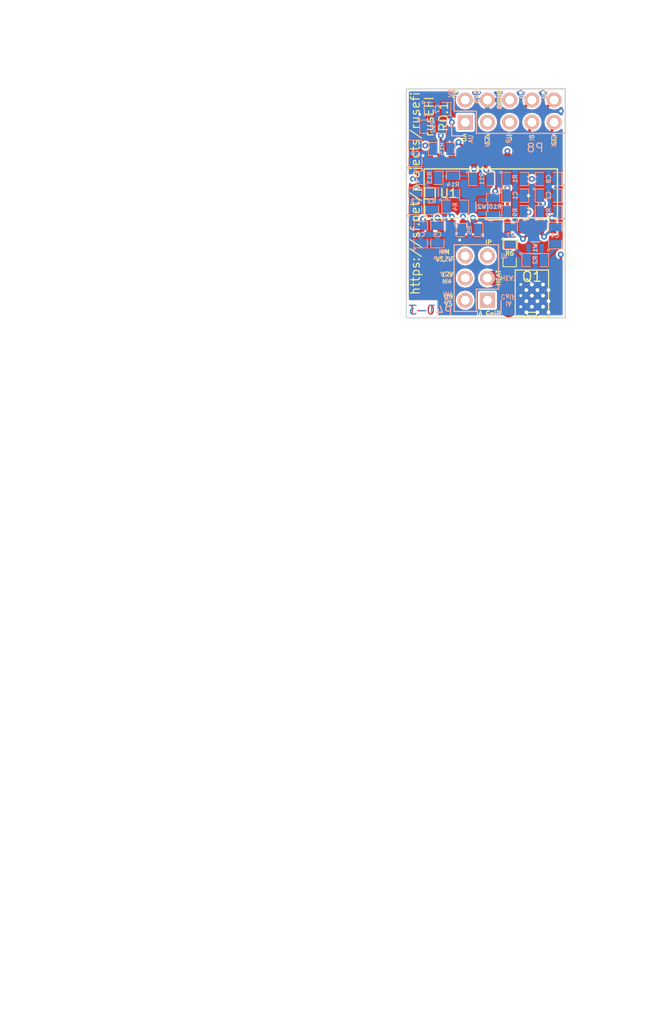
<source format=kicad_pcb>
(kicad_pcb (version 4) (host pcbnew 4.0.1-stable)

  (general
    (links 0)
    (no_connects 0)
    (area 64.960502 99.06 139.700001 215.7476)
    (thickness 1.6)
    (drawings 45)
    (tracks 274)
    (zones 0)
    (modules 30)
    (nets 32)
  )

  (page B)
  (title_block
    (title "CJ125 Wide O2 ")
    (date 2016-07-02)
    (rev R.01)
    (company http://rusefi.com/)
  )

  (layers
    (0 F.Cu signal)
    (1 PWR power)
    (2 GND power)
    (31 B.Cu signal)
    (32 B.Adhes user)
    (33 F.Adhes user)
    (34 B.Paste user)
    (35 F.Paste user)
    (36 B.SilkS user)
    (37 F.SilkS user)
    (38 B.Mask user)
    (39 F.Mask user)
    (40 Dwgs.User user)
    (41 Cmts.User user)
    (42 Eco1.User user)
    (43 Eco2.User user)
    (44 Edge.Cuts user)
  )

  (setup
    (last_trace_width 0.1524)
    (user_trace_width 0.1524)
    (user_trace_width 0.2159)
    (user_trace_width 0.3048)
    (user_trace_width 1.0668)
    (user_trace_width 1.651)
    (user_trace_width 2.7178)
    (trace_clearance 0.1524)
    (zone_clearance 0.2286)
    (zone_45_only no)
    (trace_min 0.1524)
    (segment_width 0.127)
    (edge_width 0.127)
    (via_size 0.6858)
    (via_drill 0.3302)
    (via_min_size 0)
    (via_min_drill 0.3302)
    (user_via 0.6858 0.3302)
    (user_via 0.78994 0.43434)
    (user_via 1.54178 1.18618)
    (uvia_size 0.508)
    (uvia_drill 0.127)
    (uvias_allowed no)
    (uvia_min_size 0.508)
    (uvia_min_drill 0.127)
    (pcb_text_width 0.127)
    (pcb_text_size 1.016 1.016)
    (mod_edge_width 0.254)
    (mod_text_size 0.508 0.508)
    (mod_text_width 0.127)
    (pad_size 1.99898 1.99898)
    (pad_drill 1.00076)
    (pad_to_mask_clearance 0.2)
    (aux_axis_origin 107.95 203.2)
    (visible_elements 7FFFF67F)
    (pcbplotparams
      (layerselection 0x010fc_80000007)
      (usegerberextensions true)
      (excludeedgelayer true)
      (linewidth 0.100000)
      (plotframeref false)
      (viasonmask false)
      (mode 1)
      (useauxorigin false)
      (hpglpennumber 1)
      (hpglpenspeed 20)
      (hpglpendiameter 15)
      (hpglpenoverlay 2)
      (psnegative false)
      (psa4output false)
      (plotreference true)
      (plotvalue true)
      (plotinvisibletext false)
      (padsonsilk false)
      (subtractmaskfromsilk false)
      (outputformat 1)
      (mirror false)
      (drillshape 0)
      (scaleselection 1)
      (outputdirectory C:/Users/Vista_64_D630/Desktop/Jared/code/Hardware/trunk/rusefi.com/CJ125_board/gerber))
  )

  (net 0 "")
  (net 1 GND)
  (net 2 /RST)
  (net 3 /CJ125_UR)
  (net 4 /UN)
  (net 5 "Net-(C4-Pad1)")
  (net 6 /CM)
  (net 7 /WO2-12V)
  (net 8 /CF)
  (net 9 /CJ125_5v)
  (net 10 /CJ125_UA)
  (net 11 /CJ125_IP)
  (net 12 /CJ125_HEATER)
  (net 13 /CJ125_IA)
  (net 14 /CJ125_VM)
  (net 15 /CJ125_UN)
  (net 16 /CJ125_DIAHD)
  (net 17 /CJ125_SS)
  (net 18 /CJ125_SI)
  (net 19 /CJ125_SO)
  (net 20 /CJ125_SCK)
  (net 21 "Net-(R2-Pad1)")
  (net 22 /OSZ)
  (net 23 /DIAHD)
  (net 24 /RM)
  (net 25 /UR)
  (net 26 "Net-(R10-Pad2)")
  (net 27 /RS)
  (net 28 /UP)
  (net 29 /US)
  (net 30 /RF)
  (net 31 /UA)

  (net_class Default ""
    (clearance 0.1524)
    (trace_width 0.1524)
    (via_dia 0.6858)
    (via_drill 0.3302)
    (uvia_dia 0.508)
    (uvia_drill 0.127)
  )

  (net_class "1A external" ""
    (clearance 0.2159)
    (trace_width 0.3048)
    (via_dia 0.6858)
    (via_drill 0.3302)
    (uvia_dia 0.508)
    (uvia_drill 0.127)
    (add_net /CF)
    (add_net /CJ125_5v)
    (add_net /CJ125_DIAHD)
    (add_net /CJ125_HEATER)
    (add_net /CJ125_IA)
    (add_net /CJ125_IP)
    (add_net /CJ125_SCK)
    (add_net /CJ125_SI)
    (add_net /CJ125_SO)
    (add_net /CJ125_SS)
    (add_net /CJ125_UA)
    (add_net /CJ125_UN)
    (add_net /CJ125_UR)
    (add_net /CJ125_VM)
    (add_net /CM)
    (add_net /DIAHD)
    (add_net /OSZ)
    (add_net /RF)
    (add_net /RM)
    (add_net /RS)
    (add_net /RST)
    (add_net /UA)
    (add_net /UN)
    (add_net /UP)
    (add_net /UR)
    (add_net /US)
    (add_net GND)
    (add_net "Net-(C4-Pad1)")
    (add_net "Net-(R10-Pad2)")
    (add_net "Net-(R2-Pad1)")
  )

  (net_class "2.5A external" ""
    (clearance 0.2159)
    (trace_width 1.0668)
    (via_dia 0.6858)
    (via_drill 0.3302)
    (uvia_dia 0.508)
    (uvia_drill 0.127)
  )

  (net_class "3.5A external" ""
    (clearance 0.2159)
    (trace_width 1.651)
    (via_dia 1.0922)
    (via_drill 0.6858)
    (uvia_dia 0.508)
    (uvia_drill 0.127)
    (add_net /WO2-12V)
  )

  (net_class "5A external" ""
    (clearance 0.2159)
    (trace_width 2.7178)
    (via_dia 1.54178)
    (via_drill 1.18618)
    (uvia_dia 0.508)
    (uvia_drill 0.127)
  )

  (net_class min2_extern_.188A ""
    (clearance 0.1524)
    (trace_width 0.1524)
    (via_dia 0.6858)
    (via_drill 0.3302)
    (uvia_dia 0.508)
    (uvia_drill 0.127)
  )

  (net_class min_extern_.241A ""
    (clearance 0.2159)
    (trace_width 0.2159)
    (via_dia 0.6858)
    (via_drill 0.3302)
    (uvia_dia 0.508)
    (uvia_drill 0.127)
  )

  (module Socket_Strips:Socket_Strip_Straight_2x03 (layer B.Cu) (tedit 5778E21A) (tstamp 57781E48)
    (at 120.65 133.3754 90)
    (descr "Through hole socket strip")
    (tags "socket strip")
    (path /5777931C)
    (fp_text reference P4 (at -1.2446 -4.953 360) (layer B.SilkS)
      (effects (font (size 1 1) (thickness 0.15)) (justify mirror))
    )
    (fp_text value CONN_02X03 (at 0 3.1 90) (layer B.Fab) hide
      (effects (font (size 1 1) (thickness 0.15)) (justify mirror))
    )
    (fp_line (start 6.35 1.27) (end 1.27 1.27) (layer B.SilkS) (width 0.15))
    (fp_line (start -1.55 1.55) (end 0 1.55) (layer B.SilkS) (width 0.15))
    (fp_line (start -1.75 1.75) (end -1.75 -4.3) (layer B.CrtYd) (width 0.05))
    (fp_line (start 6.85 1.75) (end 6.85 -4.3) (layer B.CrtYd) (width 0.05))
    (fp_line (start -1.75 1.75) (end 6.85 1.75) (layer B.CrtYd) (width 0.05))
    (fp_line (start -1.75 -4.3) (end 6.85 -4.3) (layer B.CrtYd) (width 0.05))
    (fp_line (start -1.27 -1.27) (end 1.27 -1.27) (layer B.SilkS) (width 0.15))
    (fp_line (start 1.27 -1.27) (end 1.27 1.27) (layer B.SilkS) (width 0.15))
    (fp_line (start 6.35 1.27) (end 6.35 -3.81) (layer B.SilkS) (width 0.15))
    (fp_line (start 6.35 -3.81) (end 1.27 -3.81) (layer B.SilkS) (width 0.15))
    (fp_line (start -1.55 1.55) (end -1.55 0) (layer B.SilkS) (width 0.15))
    (fp_line (start -1.27 -3.81) (end -1.27 -1.27) (layer B.SilkS) (width 0.15))
    (fp_line (start 1.27 -3.81) (end -1.27 -3.81) (layer B.SilkS) (width 0.15))
    (pad 1 thru_hole rect (at 0 0 90) (size 1.7272 1.7272) (drill 1.016) (layers *.Cu *.Mask B.SilkS)
      (net 13 /CJ125_IA))
    (pad 2 thru_hole oval (at 0 -2.54 90) (size 1.7272 1.7272) (drill 1.016) (layers *.Cu *.Mask B.SilkS)
      (net 15 /CJ125_UN))
    (pad 3 thru_hole oval (at 2.54 0 90) (size 1.7272 1.7272) (drill 1.016) (layers *.Cu *.Mask B.SilkS)
      (net 12 /CJ125_HEATER))
    (pad 4 thru_hole oval (at 2.54 -2.54 90) (size 1.7272 1.7272) (drill 1.016) (layers *.Cu *.Mask B.SilkS)
      (net 7 /WO2-12V))
    (pad 5 thru_hole oval (at 5.08 0 90) (size 1.7272 1.7272) (drill 1.016) (layers *.Cu *.Mask B.SilkS)
      (net 11 /CJ125_IP))
    (pad 6 thru_hole oval (at 5.08 -2.54 90) (size 1.7272 1.7272) (drill 1.016) (layers *.Cu *.Mask B.SilkS)
      (net 14 /CJ125_VM))
    (model Socket_Strips.3dshapes/Socket_Strip_Straight_2x03.wrl
      (at (xyz 0.1 -0.05 0))
      (scale (xyz 1 1 1))
      (rotate (xyz 0 0 180))
    )
  )

  (module SM0805 placed (layer B.Cu) (tedit 56D4E0BE) (tstamp 57781DAE)
    (at 123.825 121.412)
    (path /4E39E9C7)
    (attr smd)
    (fp_text reference C1 (at 0 0 270) (layer B.SilkS)
      (effects (font (size 0.50038 0.50038) (thickness 0.10922)) (justify mirror))
    )
    (fp_text value 1000pF (at 0 0 270) (layer B.SilkS) hide
      (effects (font (size 0.50038 0.50038) (thickness 0.10922)) (justify mirror))
    )
    (fp_circle (center -1.651 -0.762) (end -1.651 -0.635) (layer B.SilkS) (width 0.09906))
    (fp_line (start -0.508 -0.762) (end -1.524 -0.762) (layer B.SilkS) (width 0.09906))
    (fp_line (start -1.524 -0.762) (end -1.524 0.762) (layer B.SilkS) (width 0.09906))
    (fp_line (start -1.524 0.762) (end -0.508 0.762) (layer B.SilkS) (width 0.09906))
    (fp_line (start 0.508 0.762) (end 1.524 0.762) (layer B.SilkS) (width 0.09906))
    (fp_line (start 1.524 0.762) (end 1.524 -0.762) (layer B.SilkS) (width 0.09906))
    (fp_line (start 1.524 -0.762) (end 0.508 -0.762) (layer B.SilkS) (width 0.09906))
    (pad 1 smd rect (at -0.9525 0) (size 0.889 1.397) (layers B.Cu B.Paste B.Mask)
      (net 2 /RST))
    (pad 2 smd rect (at 0.9525 0) (size 0.889 1.397) (layers B.Cu B.Paste B.Mask)
      (net 1 GND))
    (model smd/chip_cms.wrl
      (at (xyz 0 0 0))
      (scale (xyz 0.1 0.1 0.1))
      (rotate (xyz 0 0 0))
    )
  )

  (module SM0805 placed (layer B.Cu) (tedit 56D4E0BE) (tstamp 57781DBB)
    (at 127.635 121.412)
    (path /4E39E9CA)
    (attr smd)
    (fp_text reference C2 (at 0 0 270) (layer B.SilkS)
      (effects (font (size 0.50038 0.50038) (thickness 0.10922)) (justify mirror))
    )
    (fp_text value 0.033uF (at 0 0 270) (layer B.SilkS) hide
      (effects (font (size 0.50038 0.50038) (thickness 0.10922)) (justify mirror))
    )
    (fp_circle (center -1.651 -0.762) (end -1.651 -0.635) (layer B.SilkS) (width 0.09906))
    (fp_line (start -0.508 -0.762) (end -1.524 -0.762) (layer B.SilkS) (width 0.09906))
    (fp_line (start -1.524 -0.762) (end -1.524 0.762) (layer B.SilkS) (width 0.09906))
    (fp_line (start -1.524 0.762) (end -0.508 0.762) (layer B.SilkS) (width 0.09906))
    (fp_line (start 0.508 0.762) (end 1.524 0.762) (layer B.SilkS) (width 0.09906))
    (fp_line (start 1.524 0.762) (end 1.524 -0.762) (layer B.SilkS) (width 0.09906))
    (fp_line (start 1.524 -0.762) (end 0.508 -0.762) (layer B.SilkS) (width 0.09906))
    (pad 1 smd rect (at -0.9525 0) (size 0.889 1.397) (layers B.Cu B.Paste B.Mask)
      (net 3 /CJ125_UR))
    (pad 2 smd rect (at 0.9525 0) (size 0.889 1.397) (layers B.Cu B.Paste B.Mask)
      (net 1 GND))
    (model smd/chip_cms.wrl
      (at (xyz 0 0 0))
      (scale (xyz 0.1 0.1 0.1))
      (rotate (xyz 0 0 0))
    )
  )

  (module SM0805 placed (layer B.Cu) (tedit 56D4E0BE) (tstamp 57781DC8)
    (at 112.395 122.047 90)
    (path /577227C9)
    (attr smd)
    (fp_text reference C3 (at 0 0 360) (layer B.SilkS)
      (effects (font (size 0.50038 0.50038) (thickness 0.10922)) (justify mirror))
    )
    (fp_text value 0.1uF (at 0 0 360) (layer B.SilkS) hide
      (effects (font (size 0.50038 0.50038) (thickness 0.10922)) (justify mirror))
    )
    (fp_circle (center -1.651 -0.762) (end -1.651 -0.635) (layer B.SilkS) (width 0.09906))
    (fp_line (start -0.508 -0.762) (end -1.524 -0.762) (layer B.SilkS) (width 0.09906))
    (fp_line (start -1.524 -0.762) (end -1.524 0.762) (layer B.SilkS) (width 0.09906))
    (fp_line (start -1.524 0.762) (end -0.508 0.762) (layer B.SilkS) (width 0.09906))
    (fp_line (start 0.508 0.762) (end 1.524 0.762) (layer B.SilkS) (width 0.09906))
    (fp_line (start 1.524 0.762) (end 1.524 -0.762) (layer B.SilkS) (width 0.09906))
    (fp_line (start 1.524 -0.762) (end 0.508 -0.762) (layer B.SilkS) (width 0.09906))
    (pad 1 smd rect (at -0.9525 0 90) (size 0.889 1.397) (layers B.Cu B.Paste B.Mask)
      (net 4 /UN))
    (pad 2 smd rect (at 0.9525 0 90) (size 0.889 1.397) (layers B.Cu B.Paste B.Mask)
      (net 1 GND))
    (model smd/chip_cms.wrl
      (at (xyz 0 0 0))
      (scale (xyz 0.1 0.1 0.1))
      (rotate (xyz 0 0 0))
    )
  )

  (module SM0805 placed (layer B.Cu) (tedit 56D4E0BE) (tstamp 57781DD5)
    (at 128.397 125.984 90)
    (path /4E39E9C2)
    (attr smd)
    (fp_text reference C4 (at 0 0 360) (layer B.SilkS)
      (effects (font (size 0.50038 0.50038) (thickness 0.10922)) (justify mirror))
    )
    (fp_text value 0.1uF (at 0 0 360) (layer B.SilkS) hide
      (effects (font (size 0.50038 0.50038) (thickness 0.10922)) (justify mirror))
    )
    (fp_circle (center -1.651 -0.762) (end -1.651 -0.635) (layer B.SilkS) (width 0.09906))
    (fp_line (start -0.508 -0.762) (end -1.524 -0.762) (layer B.SilkS) (width 0.09906))
    (fp_line (start -1.524 -0.762) (end -1.524 0.762) (layer B.SilkS) (width 0.09906))
    (fp_line (start -1.524 0.762) (end -0.508 0.762) (layer B.SilkS) (width 0.09906))
    (fp_line (start 0.508 0.762) (end 1.524 0.762) (layer B.SilkS) (width 0.09906))
    (fp_line (start 1.524 0.762) (end 1.524 -0.762) (layer B.SilkS) (width 0.09906))
    (fp_line (start 1.524 -0.762) (end 0.508 -0.762) (layer B.SilkS) (width 0.09906))
    (pad 1 smd rect (at -0.9525 0 90) (size 0.889 1.397) (layers B.Cu B.Paste B.Mask)
      (net 5 "Net-(C4-Pad1)"))
    (pad 2 smd rect (at 0.9525 0 90) (size 0.889 1.397) (layers B.Cu B.Paste B.Mask)
      (net 6 /CM))
    (model smd/chip_cms.wrl
      (at (xyz 0 0 0))
      (scale (xyz 0.1 0.1 0.1))
      (rotate (xyz 0 0 0))
    )
  )

  (module SM0805 placed (layer B.Cu) (tedit 56D4E0BE) (tstamp 57781DE2)
    (at 114.935 125.857 270)
    (path /4E39E9C5)
    (attr smd)
    (fp_text reference C5 (at 0 0 540) (layer B.SilkS)
      (effects (font (size 0.50038 0.50038) (thickness 0.10922)) (justify mirror))
    )
    (fp_text value 220pf (at 0 0 540) (layer B.SilkS) hide
      (effects (font (size 0.50038 0.50038) (thickness 0.10922)) (justify mirror))
    )
    (fp_circle (center -1.651 -0.762) (end -1.651 -0.635) (layer B.SilkS) (width 0.09906))
    (fp_line (start -0.508 -0.762) (end -1.524 -0.762) (layer B.SilkS) (width 0.09906))
    (fp_line (start -1.524 -0.762) (end -1.524 0.762) (layer B.SilkS) (width 0.09906))
    (fp_line (start -1.524 0.762) (end -0.508 0.762) (layer B.SilkS) (width 0.09906))
    (fp_line (start 0.508 0.762) (end 1.524 0.762) (layer B.SilkS) (width 0.09906))
    (fp_line (start 1.524 0.762) (end 1.524 -0.762) (layer B.SilkS) (width 0.09906))
    (fp_line (start 1.524 -0.762) (end 0.508 -0.762) (layer B.SilkS) (width 0.09906))
    (pad 1 smd rect (at -0.9525 0 270) (size 0.889 1.397) (layers B.Cu B.Paste B.Mask)
      (net 4 /UN))
    (pad 2 smd rect (at 0.9525 0 270) (size 0.889 1.397) (layers B.Cu B.Paste B.Mask)
      (net 1 GND))
    (model smd/chip_cms.wrl
      (at (xyz 0 0 0))
      (scale (xyz 0.1 0.1 0.1))
      (rotate (xyz 0 0 0))
    )
  )

  (module SM0805 placed (layer B.Cu) (tedit 56D4E0BE) (tstamp 57781DEF)
    (at 113.03 125.857 90)
    (path /4E39E9CF)
    (attr smd)
    (fp_text reference C6 (at 0 0 360) (layer B.SilkS)
      (effects (font (size 0.50038 0.50038) (thickness 0.10922)) (justify mirror))
    )
    (fp_text value 0.033uF (at 0 0 360) (layer B.SilkS) hide
      (effects (font (size 0.50038 0.50038) (thickness 0.10922)) (justify mirror))
    )
    (fp_circle (center -1.651 -0.762) (end -1.651 -0.635) (layer B.SilkS) (width 0.09906))
    (fp_line (start -0.508 -0.762) (end -1.524 -0.762) (layer B.SilkS) (width 0.09906))
    (fp_line (start -1.524 -0.762) (end -1.524 0.762) (layer B.SilkS) (width 0.09906))
    (fp_line (start -1.524 0.762) (end -0.508 0.762) (layer B.SilkS) (width 0.09906))
    (fp_line (start 0.508 0.762) (end 1.524 0.762) (layer B.SilkS) (width 0.09906))
    (fp_line (start 1.524 0.762) (end 1.524 -0.762) (layer B.SilkS) (width 0.09906))
    (fp_line (start 1.524 -0.762) (end 0.508 -0.762) (layer B.SilkS) (width 0.09906))
    (pad 1 smd rect (at -0.9525 0 90) (size 0.889 1.397) (layers B.Cu B.Paste B.Mask)
      (net 1 GND))
    (pad 2 smd rect (at 0.9525 0 90) (size 0.889 1.397) (layers B.Cu B.Paste B.Mask)
      (net 7 /WO2-12V))
    (model smd/chip_cms.wrl
      (at (xyz 0 0 0))
      (scale (xyz 0.1 0.1 0.1))
      (rotate (xyz 0 0 0))
    )
  )

  (module SM0805 placed (layer B.Cu) (tedit 56D4E0BE) (tstamp 57781DFC)
    (at 114.935 111.506)
    (path /4E39E9D3)
    (attr smd)
    (fp_text reference C7 (at 0 0 270) (layer B.SilkS)
      (effects (font (size 0.50038 0.50038) (thickness 0.10922)) (justify mirror))
    )
    (fp_text value 0.1uF (at 0 0 270) (layer B.SilkS) hide
      (effects (font (size 0.50038 0.50038) (thickness 0.10922)) (justify mirror))
    )
    (fp_circle (center -1.651 -0.762) (end -1.651 -0.635) (layer B.SilkS) (width 0.09906))
    (fp_line (start -0.508 -0.762) (end -1.524 -0.762) (layer B.SilkS) (width 0.09906))
    (fp_line (start -1.524 -0.762) (end -1.524 0.762) (layer B.SilkS) (width 0.09906))
    (fp_line (start -1.524 0.762) (end -0.508 0.762) (layer B.SilkS) (width 0.09906))
    (fp_line (start 0.508 0.762) (end 1.524 0.762) (layer B.SilkS) (width 0.09906))
    (fp_line (start 1.524 0.762) (end 1.524 -0.762) (layer B.SilkS) (width 0.09906))
    (fp_line (start 1.524 -0.762) (end 0.508 -0.762) (layer B.SilkS) (width 0.09906))
    (pad 1 smd rect (at -0.9525 0) (size 0.889 1.397) (layers B.Cu B.Paste B.Mask)
      (net 1 GND))
    (pad 2 smd rect (at 0.9525 0) (size 0.889 1.397) (layers B.Cu B.Paste B.Mask)
      (net 8 /CF))
    (model smd/chip_cms.wrl
      (at (xyz 0 0 0))
      (scale (xyz 0.1 0.1 0.1))
      (rotate (xyz 0 0 0))
    )
  )

  (module SM0805 placed (layer B.Cu) (tedit 56D4E0BE) (tstamp 57781E09)
    (at 127.635 119.507 180)
    (path /4E39E9B9)
    (attr smd)
    (fp_text reference C8 (at 0 0 450) (layer B.SilkS)
      (effects (font (size 0.50038 0.50038) (thickness 0.10922)) (justify mirror))
    )
    (fp_text value 0.033uF (at 0 0 450) (layer B.SilkS) hide
      (effects (font (size 0.50038 0.50038) (thickness 0.10922)) (justify mirror))
    )
    (fp_circle (center -1.651 -0.762) (end -1.651 -0.635) (layer B.SilkS) (width 0.09906))
    (fp_line (start -0.508 -0.762) (end -1.524 -0.762) (layer B.SilkS) (width 0.09906))
    (fp_line (start -1.524 -0.762) (end -1.524 0.762) (layer B.SilkS) (width 0.09906))
    (fp_line (start -1.524 0.762) (end -0.508 0.762) (layer B.SilkS) (width 0.09906))
    (fp_line (start 0.508 0.762) (end 1.524 0.762) (layer B.SilkS) (width 0.09906))
    (fp_line (start 1.524 0.762) (end 1.524 -0.762) (layer B.SilkS) (width 0.09906))
    (fp_line (start 1.524 -0.762) (end 0.508 -0.762) (layer B.SilkS) (width 0.09906))
    (pad 1 smd rect (at -0.9525 0 180) (size 0.889 1.397) (layers B.Cu B.Paste B.Mask)
      (net 1 GND))
    (pad 2 smd rect (at 0.9525 0 180) (size 0.889 1.397) (layers B.Cu B.Paste B.Mask)
      (net 9 /CJ125_5v))
    (model smd/chip_cms.wrl
      (at (xyz 0 0 0))
      (scale (xyz 0.1 0.1 0.1))
      (rotate (xyz 0 0 0))
    )
  )

  (module SM0805 placed (layer B.Cu) (tedit 56D4E0BE) (tstamp 57781E16)
    (at 112.395 116.586 90)
    (path /4E39E9D0)
    (attr smd)
    (fp_text reference C9 (at 0 0 360) (layer B.SilkS)
      (effects (font (size 0.50038 0.50038) (thickness 0.10922)) (justify mirror))
    )
    (fp_text value 0.01uF (at 0 0 360) (layer B.SilkS) hide
      (effects (font (size 0.50038 0.50038) (thickness 0.10922)) (justify mirror))
    )
    (fp_circle (center -1.651 -0.762) (end -1.651 -0.635) (layer B.SilkS) (width 0.09906))
    (fp_line (start -0.508 -0.762) (end -1.524 -0.762) (layer B.SilkS) (width 0.09906))
    (fp_line (start -1.524 -0.762) (end -1.524 0.762) (layer B.SilkS) (width 0.09906))
    (fp_line (start -1.524 0.762) (end -0.508 0.762) (layer B.SilkS) (width 0.09906))
    (fp_line (start 0.508 0.762) (end 1.524 0.762) (layer B.SilkS) (width 0.09906))
    (fp_line (start 1.524 0.762) (end 1.524 -0.762) (layer B.SilkS) (width 0.09906))
    (fp_line (start 1.524 -0.762) (end 0.508 -0.762) (layer B.SilkS) (width 0.09906))
    (pad 1 smd rect (at -0.9525 0 90) (size 0.889 1.397) (layers B.Cu B.Paste B.Mask)
      (net 1 GND))
    (pad 2 smd rect (at 0.9525 0 90) (size 0.889 1.397) (layers B.Cu B.Paste B.Mask)
      (net 10 /CJ125_UA))
    (model smd/chip_cms.wrl
      (at (xyz 0 0 0))
      (scale (xyz 0.1 0.1 0.1))
      (rotate (xyz 0 0 0))
    )
  )

  (module Socket_Strips:Socket_Strip_Straight_2x05 (layer B.Cu) (tedit 5778E2EE) (tstamp 57781E7D)
    (at 118.11 113.03)
    (descr "Through hole socket strip")
    (tags "socket strip")
    (path /5779EC14)
    (fp_text reference P8 (at 8.001 2.921) (layer B.SilkS)
      (effects (font (size 1 1) (thickness 0.15)) (justify mirror))
    )
    (fp_text value CONN_02X05 (at 0 3.1) (layer B.Fab) hide
      (effects (font (size 1 1) (thickness 0.15)) (justify mirror))
    )
    (fp_line (start -1.75 1.75) (end -1.75 -4.3) (layer B.CrtYd) (width 0.05))
    (fp_line (start 11.95 1.75) (end 11.95 -4.3) (layer B.CrtYd) (width 0.05))
    (fp_line (start -1.75 1.75) (end 11.95 1.75) (layer B.CrtYd) (width 0.05))
    (fp_line (start -1.75 -4.3) (end 11.95 -4.3) (layer B.CrtYd) (width 0.05))
    (fp_line (start -1.27 -3.81) (end 11.43 -3.81) (layer B.SilkS) (width 0.15))
    (fp_line (start 11.43 -3.81) (end 11.43 1.27) (layer B.SilkS) (width 0.15))
    (fp_line (start 11.43 1.27) (end 1.27 1.27) (layer B.SilkS) (width 0.15))
    (fp_line (start -1.27 -3.81) (end -1.27 -1.27) (layer B.SilkS) (width 0.15))
    (fp_line (start 0 1.55) (end -1.55 1.55) (layer B.SilkS) (width 0.15))
    (fp_line (start -1.27 -1.27) (end 1.27 -1.27) (layer B.SilkS) (width 0.15))
    (fp_line (start 1.27 -1.27) (end 1.27 1.27) (layer B.SilkS) (width 0.15))
    (fp_line (start -1.55 1.55) (end -1.55 0) (layer B.SilkS) (width 0.15))
    (pad 1 thru_hole rect (at 0 0) (size 1.7272 1.7272) (drill 1.016) (layers *.Cu *.Mask B.SilkS)
      (net 10 /CJ125_UA))
    (pad 2 thru_hole oval (at 0 -2.54) (size 1.7272 1.7272) (drill 1.016) (layers *.Cu *.Mask B.SilkS)
      (net 9 /CJ125_5v))
    (pad 3 thru_hole oval (at 2.54 0) (size 1.7272 1.7272) (drill 1.016) (layers *.Cu *.Mask B.SilkS)
      (net 7 /WO2-12V))
    (pad 4 thru_hole oval (at 2.54 -2.54) (size 1.7272 1.7272) (drill 1.016) (layers *.Cu *.Mask B.SilkS)
      (net 1 GND))
    (pad 5 thru_hole oval (at 5.08 0) (size 1.7272 1.7272) (drill 1.016) (layers *.Cu *.Mask B.SilkS)
      (net 3 /CJ125_UR))
    (pad 6 thru_hole oval (at 5.08 -2.54) (size 1.7272 1.7272) (drill 1.016) (layers *.Cu *.Mask B.SilkS)
      (net 16 /CJ125_DIAHD))
    (pad 7 thru_hole oval (at 7.62 0) (size 1.7272 1.7272) (drill 1.016) (layers *.Cu *.Mask B.SilkS)
      (net 18 /CJ125_SI))
    (pad 8 thru_hole oval (at 7.62 -2.54) (size 1.7272 1.7272) (drill 1.016) (layers *.Cu *.Mask B.SilkS)
      (net 17 /CJ125_SS))
    (pad 9 thru_hole oval (at 10.16 0) (size 1.7272 1.7272) (drill 1.016) (layers *.Cu *.Mask B.SilkS)
      (net 20 /CJ125_SCK))
    (pad 10 thru_hole oval (at 10.16 -2.54) (size 1.7272 1.7272) (drill 1.016) (layers *.Cu *.Mask B.SilkS)
      (net 19 /CJ125_SO))
    (model Socket_Strips.3dshapes/Socket_Strip_Straight_2x05.wrl
      (at (xyz 0.2 -0.05 0))
      (scale (xyz 1 1 1))
      (rotate (xyz 0 0 180))
    )
  )

  (module SO8E_ST placed (layer F.Cu) (tedit 5778E338) (tstamp 57781E91)
    (at 125.73 132.588 90)
    (tags S08E)
    (path /577188B8)
    (attr smd)
    (fp_text reference Q1 (at 1.905 0 180) (layer F.SilkS)
      (effects (font (size 1.143 1.143) (thickness 0.1524)))
    )
    (fp_text value FDS2734 (at 0 1.016 90) (layer F.SilkS) hide
      (effects (font (size 0.508 0.508) (thickness 0.127)))
    )
    (fp_line (start -2.667 1.778) (end -2.667 1.905) (layer F.SilkS) (width 0.127))
    (fp_line (start -2.667 1.905) (end 2.667 1.905) (layer F.SilkS) (width 0.127))
    (fp_line (start 2.667 -1.905) (end -2.667 -1.905) (layer F.SilkS) (width 0.127))
    (fp_line (start -2.667 -1.905) (end -2.667 1.778) (layer F.SilkS) (width 0.127))
    (fp_line (start -2.667 -0.508) (end -2.159 -0.508) (layer F.SilkS) (width 0.127))
    (fp_line (start -2.159 -0.508) (end -2.159 0.508) (layer F.SilkS) (width 0.127))
    (fp_line (start -2.159 0.508) (end -2.667 0.508) (layer F.SilkS) (width 0.127))
    (fp_line (start 2.667 -1.905) (end 2.667 1.905) (layer F.SilkS) (width 0.127))
    (pad 2 smd rect (at -1.905 -2.667 90) (size 0.508 1.143) (layers F.Cu F.Paste F.Mask)
      (net 12 /CJ125_HEATER))
    (pad 3 smd rect (at -1.905 2.667 90) (size 0.508 1.143) (layers F.Cu F.Paste F.Mask)
      (net 1 GND))
    (pad 2 smd rect (at -0.635 -2.667 90) (size 0.508 1.143) (layers F.Cu F.Paste F.Mask)
      (net 12 /CJ125_HEATER))
    (pad 2 smd rect (at 0.635 -2.667 90) (size 0.508 1.143) (layers F.Cu F.Paste F.Mask)
      (net 12 /CJ125_HEATER))
    (pad 2 smd rect (at 1.905 -2.667 90) (size 0.508 1.143) (layers F.Cu F.Paste F.Mask)
      (net 12 /CJ125_HEATER))
    (pad 3 smd rect (at -0.635 2.667 90) (size 0.508 1.143) (layers F.Cu F.Paste F.Mask)
      (net 1 GND))
    (pad 3 smd rect (at 0.635 2.667 90) (size 0.508 1.143) (layers F.Cu F.Paste F.Mask)
      (net 1 GND))
    (pad 1 smd rect (at 1.905 2.667 90) (size 0.508 1.143) (layers F.Cu F.Paste F.Mask)
      (net 16 /CJ125_DIAHD))
    (model smd/cms_so8.wrl
      (at (xyz 0 0 0))
      (scale (xyz 0.5 0.32 0.5))
      (rotate (xyz 0 0 0))
    )
  )

  (module SM0805 placed (layer B.Cu) (tedit 56D4E0BE) (tstamp 57781E9E)
    (at 123.825 119.507)
    (path /4E39E9C3)
    (attr smd)
    (fp_text reference R1 (at 0 0 270) (layer B.SilkS)
      (effects (font (size 0.50038 0.50038) (thickness 0.10922)) (justify mirror))
    )
    (fp_text value 10k (at 0 0 270) (layer B.SilkS) hide
      (effects (font (size 0.50038 0.50038) (thickness 0.10922)) (justify mirror))
    )
    (fp_circle (center -1.651 -0.762) (end -1.651 -0.635) (layer B.SilkS) (width 0.09906))
    (fp_line (start -0.508 -0.762) (end -1.524 -0.762) (layer B.SilkS) (width 0.09906))
    (fp_line (start -1.524 -0.762) (end -1.524 0.762) (layer B.SilkS) (width 0.09906))
    (fp_line (start -1.524 0.762) (end -0.508 0.762) (layer B.SilkS) (width 0.09906))
    (fp_line (start 0.508 0.762) (end 1.524 0.762) (layer B.SilkS) (width 0.09906))
    (fp_line (start 1.524 0.762) (end 1.524 -0.762) (layer B.SilkS) (width 0.09906))
    (fp_line (start 1.524 -0.762) (end 0.508 -0.762) (layer B.SilkS) (width 0.09906))
    (pad 1 smd rect (at -0.9525 0) (size 0.889 1.397) (layers B.Cu B.Paste B.Mask)
      (net 2 /RST))
    (pad 2 smd rect (at 0.9525 0) (size 0.889 1.397) (layers B.Cu B.Paste B.Mask)
      (net 9 /CJ125_5v))
    (model smd/chip_cms.wrl
      (at (xyz 0 0 0))
      (scale (xyz 0.1 0.1 0.1))
      (rotate (xyz 0 0 0))
    )
  )

  (module SM0805 placed (layer B.Cu) (tedit 56D4E0BE) (tstamp 57781EAB)
    (at 126.111 128.778)
    (path /5771DC73)
    (attr smd)
    (fp_text reference R2 (at 0 0 270) (layer B.SilkS)
      (effects (font (size 0.50038 0.50038) (thickness 0.10922)) (justify mirror))
    )
    (fp_text value 21k6 (at 0 0 270) (layer B.SilkS) hide
      (effects (font (size 0.50038 0.50038) (thickness 0.10922)) (justify mirror))
    )
    (fp_circle (center -1.651 -0.762) (end -1.651 -0.635) (layer B.SilkS) (width 0.09906))
    (fp_line (start -0.508 -0.762) (end -1.524 -0.762) (layer B.SilkS) (width 0.09906))
    (fp_line (start -1.524 -0.762) (end -1.524 0.762) (layer B.SilkS) (width 0.09906))
    (fp_line (start -1.524 0.762) (end -0.508 0.762) (layer B.SilkS) (width 0.09906))
    (fp_line (start 0.508 0.762) (end 1.524 0.762) (layer B.SilkS) (width 0.09906))
    (fp_line (start 1.524 0.762) (end 1.524 -0.762) (layer B.SilkS) (width 0.09906))
    (fp_line (start 1.524 -0.762) (end 0.508 -0.762) (layer B.SilkS) (width 0.09906))
    (pad 1 smd rect (at -0.9525 0) (size 0.889 1.397) (layers B.Cu B.Paste B.Mask)
      (net 21 "Net-(R2-Pad1)"))
    (pad 2 smd rect (at 0.9525 0) (size 0.889 1.397) (layers B.Cu B.Paste B.Mask)
      (net 5 "Net-(C4-Pad1)"))
    (model smd/chip_cms.wrl
      (at (xyz 0 0 0))
      (scale (xyz 0.1 0.1 0.1))
      (rotate (xyz 0 0 0))
    )
  )

  (module SM0805 placed (layer B.Cu) (tedit 56D4E0BE) (tstamp 57781EB8)
    (at 114.3 122.047 90)
    (path /57722197)
    (attr smd)
    (fp_text reference R3 (at 0 0 360) (layer B.SilkS)
      (effects (font (size 0.50038 0.50038) (thickness 0.10922)) (justify mirror))
    )
    (fp_text value 160 (at 0 0 360) (layer B.SilkS) hide
      (effects (font (size 0.50038 0.50038) (thickness 0.10922)) (justify mirror))
    )
    (fp_circle (center -1.651 -0.762) (end -1.651 -0.635) (layer B.SilkS) (width 0.09906))
    (fp_line (start -0.508 -0.762) (end -1.524 -0.762) (layer B.SilkS) (width 0.09906))
    (fp_line (start -1.524 -0.762) (end -1.524 0.762) (layer B.SilkS) (width 0.09906))
    (fp_line (start -1.524 0.762) (end -0.508 0.762) (layer B.SilkS) (width 0.09906))
    (fp_line (start 0.508 0.762) (end 1.524 0.762) (layer B.SilkS) (width 0.09906))
    (fp_line (start 1.524 0.762) (end 1.524 -0.762) (layer B.SilkS) (width 0.09906))
    (fp_line (start 1.524 -0.762) (end 0.508 -0.762) (layer B.SilkS) (width 0.09906))
    (pad 1 smd rect (at -0.9525 0 90) (size 0.889 1.397) (layers B.Cu B.Paste B.Mask)
      (net 4 /UN))
    (pad 2 smd rect (at 0.9525 0 90) (size 0.889 1.397) (layers B.Cu B.Paste B.Mask)
      (net 15 /CJ125_UN))
    (model smd/chip_cms.wrl
      (at (xyz 0 0 0))
      (scale (xyz 0.1 0.1 0.1))
      (rotate (xyz 0 0 0))
    )
  )

  (module SM0805 placed (layer B.Cu) (tedit 56D4E0BE) (tstamp 57781EC5)
    (at 116.967 122.682)
    (path /4E39E9CC)
    (attr smd)
    (fp_text reference R4 (at 0 0 270) (layer B.SilkS)
      (effects (font (size 0.50038 0.50038) (thickness 0.10922)) (justify mirror))
    )
    (fp_text value 61.9 (at 0 0 270) (layer B.SilkS) hide
      (effects (font (size 0.50038 0.50038) (thickness 0.10922)) (justify mirror))
    )
    (fp_circle (center -1.651 -0.762) (end -1.651 -0.635) (layer B.SilkS) (width 0.09906))
    (fp_line (start -0.508 -0.762) (end -1.524 -0.762) (layer B.SilkS) (width 0.09906))
    (fp_line (start -1.524 -0.762) (end -1.524 0.762) (layer B.SilkS) (width 0.09906))
    (fp_line (start -1.524 0.762) (end -0.508 0.762) (layer B.SilkS) (width 0.09906))
    (fp_line (start 0.508 0.762) (end 1.524 0.762) (layer B.SilkS) (width 0.09906))
    (fp_line (start 1.524 0.762) (end 1.524 -0.762) (layer B.SilkS) (width 0.09906))
    (fp_line (start 1.524 -0.762) (end 0.508 -0.762) (layer B.SilkS) (width 0.09906))
    (pad 1 smd rect (at -0.9525 0) (size 0.889 1.397) (layers B.Cu B.Paste B.Mask)
      (net 11 /CJ125_IP))
    (pad 2 smd rect (at 0.9525 0) (size 0.889 1.397) (layers B.Cu B.Paste B.Mask)
      (net 13 /CJ125_IA))
    (model smd/chip_cms.wrl
      (at (xyz 0 0 0))
      (scale (xyz 0.1 0.1 0.1))
      (rotate (xyz 0 0 0))
    )
  )

  (module SM0805 placed (layer B.Cu) (tedit 56D4E0BE) (tstamp 57781ED2)
    (at 118.618 125.349)
    (path /4E39E9CB)
    (attr smd)
    (fp_text reference R5 (at 0 0 270) (layer B.SilkS)
      (effects (font (size 0.50038 0.50038) (thickness 0.10922)) (justify mirror))
    )
    (fp_text value 10k (at 0 0 270) (layer B.SilkS) hide
      (effects (font (size 0.50038 0.50038) (thickness 0.10922)) (justify mirror))
    )
    (fp_circle (center -1.651 -0.762) (end -1.651 -0.635) (layer B.SilkS) (width 0.09906))
    (fp_line (start -0.508 -0.762) (end -1.524 -0.762) (layer B.SilkS) (width 0.09906))
    (fp_line (start -1.524 -0.762) (end -1.524 0.762) (layer B.SilkS) (width 0.09906))
    (fp_line (start -1.524 0.762) (end -0.508 0.762) (layer B.SilkS) (width 0.09906))
    (fp_line (start 0.508 0.762) (end 1.524 0.762) (layer B.SilkS) (width 0.09906))
    (fp_line (start 1.524 0.762) (end 1.524 -0.762) (layer B.SilkS) (width 0.09906))
    (fp_line (start 1.524 -0.762) (end 0.508 -0.762) (layer B.SilkS) (width 0.09906))
    (pad 1 smd rect (at -0.9525 0) (size 0.889 1.397) (layers B.Cu B.Paste B.Mask)
      (net 1 GND))
    (pad 2 smd rect (at 0.9525 0) (size 0.889 1.397) (layers B.Cu B.Paste B.Mask)
      (net 22 /OSZ))
    (model smd/chip_cms.wrl
      (at (xyz 0 0 0))
      (scale (xyz 0.1 0.1 0.1))
      (rotate (xyz 0 0 0))
    )
  )

  (module SM0805 placed (layer F.Cu) (tedit 56D4E0BE) (tstamp 57781EDF)
    (at 123.19 128.016 270)
    (path /4E39E9C6)
    (attr smd)
    (fp_text reference R6 (at 0 0 360) (layer F.SilkS)
      (effects (font (size 0.50038 0.50038) (thickness 0.10922)))
    )
    (fp_text value 6.8k (at 0 0 360) (layer F.SilkS) hide
      (effects (font (size 0.50038 0.50038) (thickness 0.10922)))
    )
    (fp_circle (center -1.651 0.762) (end -1.651 0.635) (layer F.SilkS) (width 0.09906))
    (fp_line (start -0.508 0.762) (end -1.524 0.762) (layer F.SilkS) (width 0.09906))
    (fp_line (start -1.524 0.762) (end -1.524 -0.762) (layer F.SilkS) (width 0.09906))
    (fp_line (start -1.524 -0.762) (end -0.508 -0.762) (layer F.SilkS) (width 0.09906))
    (fp_line (start 0.508 -0.762) (end 1.524 -0.762) (layer F.SilkS) (width 0.09906))
    (fp_line (start 1.524 -0.762) (end 1.524 0.762) (layer F.SilkS) (width 0.09906))
    (fp_line (start 1.524 0.762) (end 0.508 0.762) (layer F.SilkS) (width 0.09906))
    (pad 1 smd rect (at -0.9525 0 270) (size 0.889 1.397) (layers F.Cu F.Paste F.Mask)
      (net 23 /DIAHD))
    (pad 2 smd rect (at 0.9525 0 270) (size 0.889 1.397) (layers F.Cu F.Paste F.Mask)
      (net 16 /CJ125_DIAHD))
    (model smd/chip_cms.wrl
      (at (xyz 0 0 0))
      (scale (xyz 0.1 0.1 0.1))
      (rotate (xyz 0 0 0))
    )
  )

  (module SM0805 placed (layer B.Cu) (tedit 56D4E0BE) (tstamp 57781EEC)
    (at 123.317 125.984 270)
    (path /4E39E9C1)
    (attr smd)
    (fp_text reference R7 (at 0 0 540) (layer B.SilkS)
      (effects (font (size 0.50038 0.50038) (thickness 0.10922)) (justify mirror))
    )
    (fp_text value 10k (at 0 0 540) (layer B.SilkS) hide
      (effects (font (size 0.50038 0.50038) (thickness 0.10922)) (justify mirror))
    )
    (fp_circle (center -1.651 -0.762) (end -1.651 -0.635) (layer B.SilkS) (width 0.09906))
    (fp_line (start -0.508 -0.762) (end -1.524 -0.762) (layer B.SilkS) (width 0.09906))
    (fp_line (start -1.524 -0.762) (end -1.524 0.762) (layer B.SilkS) (width 0.09906))
    (fp_line (start -1.524 0.762) (end -0.508 0.762) (layer B.SilkS) (width 0.09906))
    (fp_line (start 0.508 0.762) (end 1.524 0.762) (layer B.SilkS) (width 0.09906))
    (fp_line (start 1.524 0.762) (end 1.524 -0.762) (layer B.SilkS) (width 0.09906))
    (fp_line (start 1.524 -0.762) (end 0.508 -0.762) (layer B.SilkS) (width 0.09906))
    (pad 1 smd rect (at -0.9525 0 270) (size 0.889 1.397) (layers B.Cu B.Paste B.Mask)
      (net 24 /RM))
    (pad 2 smd rect (at 0.9525 0 270) (size 0.889 1.397) (layers B.Cu B.Paste B.Mask)
      (net 21 "Net-(R2-Pad1)"))
    (model smd/chip_cms.wrl
      (at (xyz 0 0 0))
      (scale (xyz 0.1 0.1 0.1))
      (rotate (xyz 0 0 0))
    )
  )

  (module SM0805 placed (layer B.Cu) (tedit 56D4E0BE) (tstamp 57781EF9)
    (at 127.635 123.317 180)
    (path /4E39E9CE)
    (attr smd)
    (fp_text reference R8 (at 0 0 450) (layer B.SilkS)
      (effects (font (size 0.50038 0.50038) (thickness 0.10922)) (justify mirror))
    )
    (fp_text value 1k (at 0 0 450) (layer B.SilkS) hide
      (effects (font (size 0.50038 0.50038) (thickness 0.10922)) (justify mirror))
    )
    (fp_circle (center -1.651 -0.762) (end -1.651 -0.635) (layer B.SilkS) (width 0.09906))
    (fp_line (start -0.508 -0.762) (end -1.524 -0.762) (layer B.SilkS) (width 0.09906))
    (fp_line (start -1.524 -0.762) (end -1.524 0.762) (layer B.SilkS) (width 0.09906))
    (fp_line (start -1.524 0.762) (end -0.508 0.762) (layer B.SilkS) (width 0.09906))
    (fp_line (start 0.508 0.762) (end 1.524 0.762) (layer B.SilkS) (width 0.09906))
    (fp_line (start 1.524 0.762) (end 1.524 -0.762) (layer B.SilkS) (width 0.09906))
    (fp_line (start 1.524 -0.762) (end 0.508 -0.762) (layer B.SilkS) (width 0.09906))
    (pad 1 smd rect (at -0.9525 0 180) (size 0.889 1.397) (layers B.Cu B.Paste B.Mask)
      (net 25 /UR))
    (pad 2 smd rect (at 0.9525 0 180) (size 0.889 1.397) (layers B.Cu B.Paste B.Mask)
      (net 3 /CJ125_UR))
    (model smd/chip_cms.wrl
      (at (xyz 0 0 0))
      (scale (xyz 0.1 0.1 0.1))
      (rotate (xyz 0 0 0))
    )
  )

  (module SM0805 placed (layer B.Cu) (tedit 56D4E0BE) (tstamp 57781F06)
    (at 123.825 123.317)
    (path /4E39E9BD)
    (attr smd)
    (fp_text reference R9 (at 0 0 270) (layer B.SilkS)
      (effects (font (size 0.50038 0.50038) (thickness 0.10922)) (justify mirror))
    )
    (fp_text value 82.5 (at 0 0 270) (layer B.SilkS) hide
      (effects (font (size 0.50038 0.50038) (thickness 0.10922)) (justify mirror))
    )
    (fp_circle (center -1.651 -0.762) (end -1.651 -0.635) (layer B.SilkS) (width 0.09906))
    (fp_line (start -0.508 -0.762) (end -1.524 -0.762) (layer B.SilkS) (width 0.09906))
    (fp_line (start -1.524 -0.762) (end -1.524 0.762) (layer B.SilkS) (width 0.09906))
    (fp_line (start -1.524 0.762) (end -0.508 0.762) (layer B.SilkS) (width 0.09906))
    (fp_line (start 0.508 0.762) (end 1.524 0.762) (layer B.SilkS) (width 0.09906))
    (fp_line (start 1.524 0.762) (end 1.524 -0.762) (layer B.SilkS) (width 0.09906))
    (fp_line (start 1.524 -0.762) (end 0.508 -0.762) (layer B.SilkS) (width 0.09906))
    (pad 1 smd rect (at -0.9525 0) (size 0.889 1.397) (layers B.Cu B.Paste B.Mask)
      (net 26 "Net-(R10-Pad2)"))
    (pad 2 smd rect (at 0.9525 0) (size 0.889 1.397) (layers B.Cu B.Paste B.Mask)
      (net 27 /RS))
    (model smd/chip_cms.wrl
      (at (xyz 0 0 0))
      (scale (xyz 0.1 0.1 0.1))
      (rotate (xyz 0 0 0))
    )
  )

  (module SM0805 placed (layer B.Cu) (tedit 5778E2D4) (tstamp 57781F13)
    (at 121.285 122.682 270)
    (path /5770A293)
    (attr smd)
    (fp_text reference R10 (at 0 -0.254 540) (layer B.SilkS)
      (effects (font (size 0.50038 0.50038) (thickness 0.10922)) (justify mirror))
    )
    (fp_text value 117.5 (at 0 0 540) (layer B.SilkS) hide
      (effects (font (size 0.50038 0.50038) (thickness 0.10922)) (justify mirror))
    )
    (fp_circle (center -1.651 -0.762) (end -1.651 -0.635) (layer B.SilkS) (width 0.09906))
    (fp_line (start -0.508 -0.762) (end -1.524 -0.762) (layer B.SilkS) (width 0.09906))
    (fp_line (start -1.524 -0.762) (end -1.524 0.762) (layer B.SilkS) (width 0.09906))
    (fp_line (start -1.524 0.762) (end -0.508 0.762) (layer B.SilkS) (width 0.09906))
    (fp_line (start 0.508 0.762) (end 1.524 0.762) (layer B.SilkS) (width 0.09906))
    (fp_line (start 1.524 0.762) (end 1.524 -0.762) (layer B.SilkS) (width 0.09906))
    (fp_line (start 1.524 -0.762) (end 0.508 -0.762) (layer B.SilkS) (width 0.09906))
    (pad 1 smd rect (at -0.9525 0 270) (size 0.889 1.397) (layers B.Cu B.Paste B.Mask)
      (net 14 /CJ125_VM))
    (pad 2 smd rect (at 0.9525 0 270) (size 0.889 1.397) (layers B.Cu B.Paste B.Mask)
      (net 26 "Net-(R10-Pad2)"))
    (model smd/chip_cms.wrl
      (at (xyz 0 0 0))
      (scale (xyz 0.1 0.1 0.1))
      (rotate (xyz 0 0 0))
    )
  )

  (module SM0805 placed (layer B.Cu) (tedit 56D4E0BE) (tstamp 57781F20)
    (at 120.015 119.507)
    (path /4E39E9BB)
    (attr smd)
    (fp_text reference R11 (at 0 0 270) (layer B.SilkS)
      (effects (font (size 0.50038 0.50038) (thickness 0.10922)) (justify mirror))
    )
    (fp_text value 4.7k (at 0 0 270) (layer B.SilkS) hide
      (effects (font (size 0.50038 0.50038) (thickness 0.10922)) (justify mirror))
    )
    (fp_circle (center -1.651 -0.762) (end -1.651 -0.635) (layer B.SilkS) (width 0.09906))
    (fp_line (start -0.508 -0.762) (end -1.524 -0.762) (layer B.SilkS) (width 0.09906))
    (fp_line (start -1.524 -0.762) (end -1.524 0.762) (layer B.SilkS) (width 0.09906))
    (fp_line (start -1.524 0.762) (end -0.508 0.762) (layer B.SilkS) (width 0.09906))
    (fp_line (start 0.508 0.762) (end 1.524 0.762) (layer B.SilkS) (width 0.09906))
    (fp_line (start 1.524 0.762) (end 1.524 -0.762) (layer B.SilkS) (width 0.09906))
    (fp_line (start 1.524 -0.762) (end 0.508 -0.762) (layer B.SilkS) (width 0.09906))
    (pad 1 smd rect (at -0.9525 0) (size 0.889 1.397) (layers B.Cu B.Paste B.Mask)
      (net 28 /UP))
    (pad 2 smd rect (at 0.9525 0) (size 0.889 1.397) (layers B.Cu B.Paste B.Mask)
      (net 29 /US))
    (model smd/chip_cms.wrl
      (at (xyz 0 0 0))
      (scale (xyz 0.1 0.1 0.1))
      (rotate (xyz 0 0 0))
    )
  )

  (module SM0805 placed (layer B.Cu) (tedit 56D4E0BE) (tstamp 57781F2D)
    (at 114.427 113.538)
    (path /4E39E9C8)
    (attr smd)
    (fp_text reference R12 (at 0 0 270) (layer B.SilkS)
      (effects (font (size 0.50038 0.50038) (thickness 0.10922)) (justify mirror))
    )
    (fp_text value 100k (at 0 0 270) (layer B.SilkS) hide
      (effects (font (size 0.50038 0.50038) (thickness 0.10922)) (justify mirror))
    )
    (fp_circle (center -1.651 -0.762) (end -1.651 -0.635) (layer B.SilkS) (width 0.09906))
    (fp_line (start -0.508 -0.762) (end -1.524 -0.762) (layer B.SilkS) (width 0.09906))
    (fp_line (start -1.524 -0.762) (end -1.524 0.762) (layer B.SilkS) (width 0.09906))
    (fp_line (start -1.524 0.762) (end -0.508 0.762) (layer B.SilkS) (width 0.09906))
    (fp_line (start 0.508 0.762) (end 1.524 0.762) (layer B.SilkS) (width 0.09906))
    (fp_line (start 1.524 0.762) (end 1.524 -0.762) (layer B.SilkS) (width 0.09906))
    (fp_line (start 1.524 -0.762) (end 0.508 -0.762) (layer B.SilkS) (width 0.09906))
    (pad 1 smd rect (at -0.9525 0) (size 0.889 1.397) (layers B.Cu B.Paste B.Mask)
      (net 1 GND))
    (pad 2 smd rect (at 0.9525 0) (size 0.889 1.397) (layers B.Cu B.Paste B.Mask)
      (net 30 /RF))
    (model smd/chip_cms.wrl
      (at (xyz 0 0 0))
      (scale (xyz 0.1 0.1 0.1))
      (rotate (xyz 0 0 0))
    )
  )

  (module SM0805 placed (layer B.Cu) (tedit 56D4E0BE) (tstamp 57781F3A)
    (at 114.046 119.38)
    (path /4E39E9D1)
    (attr smd)
    (fp_text reference R13 (at 0 0 270) (layer B.SilkS)
      (effects (font (size 0.50038 0.50038) (thickness 0.10922)) (justify mirror))
    )
    (fp_text value 100k (at 0 0 270) (layer B.SilkS) hide
      (effects (font (size 0.50038 0.50038) (thickness 0.10922)) (justify mirror))
    )
    (fp_circle (center -1.651 -0.762) (end -1.651 -0.635) (layer B.SilkS) (width 0.09906))
    (fp_line (start -0.508 -0.762) (end -1.524 -0.762) (layer B.SilkS) (width 0.09906))
    (fp_line (start -1.524 -0.762) (end -1.524 0.762) (layer B.SilkS) (width 0.09906))
    (fp_line (start -1.524 0.762) (end -0.508 0.762) (layer B.SilkS) (width 0.09906))
    (fp_line (start 0.508 0.762) (end 1.524 0.762) (layer B.SilkS) (width 0.09906))
    (fp_line (start 1.524 0.762) (end 1.524 -0.762) (layer B.SilkS) (width 0.09906))
    (fp_line (start 1.524 -0.762) (end 0.508 -0.762) (layer B.SilkS) (width 0.09906))
    (pad 1 smd rect (at -0.9525 0) (size 0.889 1.397) (layers B.Cu B.Paste B.Mask)
      (net 15 /CJ125_UN))
    (pad 2 smd rect (at 0.9525 0) (size 0.889 1.397) (layers B.Cu B.Paste B.Mask)
      (net 28 /UP))
    (model smd/chip_cms.wrl
      (at (xyz 0 0 0))
      (scale (xyz 0.1 0.1 0.1))
      (rotate (xyz 0 0 0))
    )
  )

  (module SM0805 placed (layer B.Cu) (tedit 56D4E0BE) (tstamp 57781F47)
    (at 116.713 120.142 90)
    (path /4E39E9BC)
    (attr smd)
    (fp_text reference R14 (at 0 0 360) (layer B.SilkS)
      (effects (font (size 0.50038 0.50038) (thickness 0.10922)) (justify mirror))
    )
    (fp_text value 470k (at 0 0 360) (layer B.SilkS) hide
      (effects (font (size 0.50038 0.50038) (thickness 0.10922)) (justify mirror))
    )
    (fp_circle (center -1.651 -0.762) (end -1.651 -0.635) (layer B.SilkS) (width 0.09906))
    (fp_line (start -0.508 -0.762) (end -1.524 -0.762) (layer B.SilkS) (width 0.09906))
    (fp_line (start -1.524 -0.762) (end -1.524 0.762) (layer B.SilkS) (width 0.09906))
    (fp_line (start -1.524 0.762) (end -0.508 0.762) (layer B.SilkS) (width 0.09906))
    (fp_line (start 0.508 0.762) (end 1.524 0.762) (layer B.SilkS) (width 0.09906))
    (fp_line (start 1.524 0.762) (end 1.524 -0.762) (layer B.SilkS) (width 0.09906))
    (fp_line (start 1.524 -0.762) (end 0.508 -0.762) (layer B.SilkS) (width 0.09906))
    (pad 1 smd rect (at -0.9525 0 90) (size 0.889 1.397) (layers B.Cu B.Paste B.Mask)
      (net 13 /CJ125_IA))
    (pad 2 smd rect (at 0.9525 0 90) (size 0.889 1.397) (layers B.Cu B.Paste B.Mask)
      (net 28 /UP))
    (model smd/chip_cms.wrl
      (at (xyz 0 0 0))
      (scale (xyz 0.1 0.1 0.1))
      (rotate (xyz 0 0 0))
    )
  )

  (module SM0805 placed (layer B.Cu) (tedit 56D4E0BE) (tstamp 57781F54)
    (at 115.443 116.078)
    (path /4E39E9D2)
    (attr smd)
    (fp_text reference R15 (at 0 0 270) (layer B.SilkS)
      (effects (font (size 0.50038 0.50038) (thickness 0.10922)) (justify mirror))
    )
    (fp_text value 1k (at 0 0 270) (layer B.SilkS) hide
      (effects (font (size 0.50038 0.50038) (thickness 0.10922)) (justify mirror))
    )
    (fp_circle (center -1.651 -0.762) (end -1.651 -0.635) (layer B.SilkS) (width 0.09906))
    (fp_line (start -0.508 -0.762) (end -1.524 -0.762) (layer B.SilkS) (width 0.09906))
    (fp_line (start -1.524 -0.762) (end -1.524 0.762) (layer B.SilkS) (width 0.09906))
    (fp_line (start -1.524 0.762) (end -0.508 0.762) (layer B.SilkS) (width 0.09906))
    (fp_line (start 0.508 0.762) (end 1.524 0.762) (layer B.SilkS) (width 0.09906))
    (fp_line (start 1.524 0.762) (end 1.524 -0.762) (layer B.SilkS) (width 0.09906))
    (fp_line (start 1.524 -0.762) (end 0.508 -0.762) (layer B.SilkS) (width 0.09906))
    (pad 1 smd rect (at -0.9525 0) (size 0.889 1.397) (layers B.Cu B.Paste B.Mask)
      (net 10 /CJ125_UA))
    (pad 2 smd rect (at 0.9525 0) (size 0.889 1.397) (layers B.Cu B.Paste B.Mask)
      (net 31 /UA))
    (model smd/chip_cms.wrl
      (at (xyz 0 0 0))
      (scale (xyz 0.1 0.1 0.1))
      (rotate (xyz 0 0 0))
    )
  )

  (module SMD_Packages:SOIC-24 (layer F.Cu) (tedit 5778E32C) (tstamp 57781F77)
    (at 121.031 121.158)
    (path /4E39E9B7)
    (attr smd)
    (fp_text reference U1 (at -4.826 0) (layer F.SilkS)
      (effects (font (size 1 1) (thickness 0.15)))
    )
    (fp_text value CJ125 (at 0 1.143) (layer F.Fab) hide
      (effects (font (size 1 1) (thickness 0.15)))
    )
    (fp_line (start 7.62 -2.794) (end 7.62 2.794) (layer F.SilkS) (width 0.15))
    (fp_line (start -7.62 -2.794) (end -7.62 2.794) (layer F.SilkS) (width 0.15))
    (fp_line (start 7.62 -2.794) (end -7.62 -2.794) (layer F.SilkS) (width 0.15))
    (fp_line (start -7.62 -0.635) (end -6.35 -0.635) (layer F.SilkS) (width 0.15))
    (fp_line (start -6.35 -0.635) (end -6.35 0.635) (layer F.SilkS) (width 0.15))
    (fp_line (start -6.35 0.635) (end -7.62 0.635) (layer F.SilkS) (width 0.15))
    (fp_line (start -7.62 2.794) (end 7.62 2.794) (layer F.SilkS) (width 0.15))
    (pad 1 smd rect (at -6.985 3.81) (size 0.762 1.524) (layers F.Cu F.Paste F.Mask)
      (net 7 /WO2-12V))
    (pad 2 smd rect (at -5.715 3.81) (size 0.762 1.524) (layers F.Cu F.Paste F.Mask)
      (net 4 /UN))
    (pad 3 smd rect (at -4.445 3.81) (size 0.762 1.524) (layers F.Cu F.Paste F.Mask)
      (net 11 /CJ125_IP))
    (pad 4 smd rect (at -3.175 3.81) (size 0.762 1.524) (layers F.Cu F.Paste F.Mask)
      (net 13 /CJ125_IA))
    (pad 5 smd rect (at -1.905 3.81) (size 0.762 1.524) (layers F.Cu F.Paste F.Mask)
      (net 22 /OSZ))
    (pad 6 smd rect (at -0.635 3.81) (size 0.762 1.524) (layers F.Cu F.Paste F.Mask)
      (net 12 /CJ125_HEATER))
    (pad 7 smd rect (at 0.635 3.81) (size 0.762 1.524) (layers F.Cu F.Paste F.Mask)
      (net 23 /DIAHD))
    (pad 8 smd rect (at 1.905 3.81) (size 0.762 1.524) (layers F.Cu F.Paste F.Mask)
      (net 2 /RST))
    (pad 9 smd rect (at 3.175 3.81) (size 0.762 1.524) (layers F.Cu F.Paste F.Mask)
      (net 27 /RS))
    (pad 10 smd rect (at 4.445 3.81) (size 0.762 1.524) (layers F.Cu F.Paste F.Mask)
      (net 24 /RM))
    (pad 11 smd rect (at 5.715 3.81) (size 0.762 1.524) (layers F.Cu F.Paste F.Mask)
      (net 6 /CM))
    (pad 12 smd rect (at 7.112 3.81) (size 0.762 1.524) (layers F.Cu F.Paste F.Mask)
      (net 25 /UR))
    (pad 24 smd rect (at -6.985 -3.81) (size 0.762 1.524) (layers F.Cu F.Paste F.Mask)
      (net 1 GND))
    (pad 23 smd rect (at -5.715 -3.81) (size 0.762 1.524) (layers F.Cu F.Paste F.Mask)
      (net 30 /RF))
    (pad 22 smd rect (at -4.445 -3.81) (size 0.762 1.524) (layers F.Cu F.Paste F.Mask)
      (net 8 /CF))
    (pad 21 smd rect (at -3.175 -3.81) (size 0.762 1.524) (layers F.Cu F.Paste F.Mask)
      (net 31 /UA))
    (pad 20 smd rect (at -1.905 -3.81) (size 0.762 1.524) (layers F.Cu F.Paste F.Mask)
      (net 28 /UP))
    (pad 19 smd rect (at -0.635 -3.81) (size 0.762 1.524) (layers F.Cu F.Paste F.Mask)
      (net 29 /US))
    (pad 18 smd rect (at 0.635 -3.81) (size 0.762 1.524) (layers F.Cu F.Paste F.Mask)
      (net 14 /CJ125_VM))
    (pad 17 smd rect (at 1.905 -3.81) (size 0.762 1.524) (layers F.Cu F.Paste F.Mask)
      (net 9 /CJ125_5v))
    (pad 16 smd rect (at 3.175 -3.81) (size 0.762 1.524) (layers F.Cu F.Paste F.Mask)
      (net 17 /CJ125_SS))
    (pad 15 smd rect (at 4.445 -3.81) (size 0.762 1.524) (layers F.Cu F.Paste F.Mask)
      (net 18 /CJ125_SI))
    (pad 14 smd rect (at 5.715 -3.81) (size 0.762 1.524) (layers F.Cu F.Paste F.Mask)
      (net 19 /CJ125_SO))
    (pad 13 smd rect (at 6.985 -3.81) (size 0.762 1.524) (layers F.Cu F.Paste F.Mask)
      (net 20 /CJ125_SCK))
    (model SMD_Packages.3dshapes/SOIC-24.wrl
      (at (xyz 0 0 0))
      (scale (xyz 0.5 0.6 0.5))
      (rotate (xyz 0 0 0))
    )
  )

  (module R_0603 (layer B.Cu) (tedit 57781F43) (tstamp 57782E4D)
    (at 126.111 127.381 180)
    (descr "Resistor SMD 0603, reflow soldering, Vishay (see dcrcw.pdf)")
    (tags "resistor 0603")
    (path /5771E75B)
    (attr smd)
    (fp_text reference W1 (at 0 0 450) (layer B.SilkS)
      (effects (font (size 0.50038 0.50038) (thickness 0.10922)) (justify mirror))
    )
    (fp_text value TEST (at 0 -1.9 180) (layer B.Fab) hide
      (effects (font (size 1 1) (thickness 0.15)) (justify mirror))
    )
    (fp_line (start -1.3 0.8) (end 1.3 0.8) (layer B.CrtYd) (width 0.05))
    (fp_line (start -1.3 -0.8) (end 1.3 -0.8) (layer B.CrtYd) (width 0.05))
    (fp_line (start -1.3 0.8) (end -1.3 -0.8) (layer B.CrtYd) (width 0.05))
    (fp_line (start 1.3 0.8) (end 1.3 -0.8) (layer B.CrtYd) (width 0.05))
    (fp_line (start 0.5 -0.675) (end -0.5 -0.675) (layer B.SilkS) (width 0.15))
    (fp_line (start -0.5 0.675) (end 0.5 0.675) (layer B.SilkS) (width 0.15))
    (pad 1 smd rect (at -0.75 0 180) (size 0.5 0.9) (layers B.Cu B.Paste B.Mask)
      (net 5 "Net-(C4-Pad1)"))
    (pad 2 smd rect (at 0.75 0 180) (size 0.5 0.9) (layers B.Cu B.Paste B.Mask)
      (net 21 "Net-(R2-Pad1)"))
    (model Resistors_SMD.3dshapes/R_0603.wrl
      (at (xyz 0 0 0))
      (scale (xyz 1 1 1))
      (rotate (xyz 0 0 0))
    )
  )

  (module R_0603 (layer B.Cu) (tedit 57781F46) (tstamp 57782E59)
    (at 120.015 122.682 90)
    (descr "Resistor SMD 0603, reflow soldering, Vishay (see dcrcw.pdf)")
    (tags "resistor 0603")
    (path /57719ACF)
    (attr smd)
    (fp_text reference W2 (at 0 0 360) (layer B.SilkS)
      (effects (font (size 0.50038 0.50038) (thickness 0.10922)) (justify mirror))
    )
    (fp_text value TEST (at 0 -1.9 90) (layer B.Fab) hide
      (effects (font (size 1 1) (thickness 0.15)) (justify mirror))
    )
    (fp_line (start -1.3 0.8) (end 1.3 0.8) (layer B.CrtYd) (width 0.05))
    (fp_line (start -1.3 -0.8) (end 1.3 -0.8) (layer B.CrtYd) (width 0.05))
    (fp_line (start -1.3 0.8) (end -1.3 -0.8) (layer B.CrtYd) (width 0.05))
    (fp_line (start 1.3 0.8) (end 1.3 -0.8) (layer B.CrtYd) (width 0.05))
    (fp_line (start 0.5 -0.675) (end -0.5 -0.675) (layer B.SilkS) (width 0.15))
    (fp_line (start -0.5 0.675) (end 0.5 0.675) (layer B.SilkS) (width 0.15))
    (pad 1 smd rect (at -0.75 0 90) (size 0.5 0.9) (layers B.Cu B.Paste B.Mask)
      (net 26 "Net-(R10-Pad2)"))
    (pad 2 smd rect (at 0.75 0 90) (size 0.5 0.9) (layers B.Cu B.Paste B.Mask)
      (net 14 /CJ125_VM))
    (model Resistors_SMD.3dshapes/R_0603.wrl
      (at (xyz 0 0 0))
      (scale (xyz 1 1 1))
      (rotate (xyz 0 0 0))
    )
  )

  (gr_text https://sf.net/projects/rusefi (at 112.395 121.158 90) (layer F.SilkS)
    (effects (font (size 1.016 1.016) (thickness 0.127)))
  )
  (gr_text "IA\nCalR" (at 123.063 133.35 180) (layer B.SilkS)
    (effects (font (size 0.50038 0.50038) (thickness 0.10922)) (justify mirror))
  )
  (gr_text HEAT (at 123.063 130.81 180) (layer B.SilkS)
    (effects (font (size 0.50038 0.50038) (thickness 0.10922)) (justify mirror))
  )
  (gr_text "VM\nVS/IP" (at 115.57 128.27) (layer B.SilkS) (tstamp 5778E1A3)
    (effects (font (size 0.50038 0.50038) (thickness 0.10922)) (justify mirror))
  )
  (gr_text "12V\nH+" (at 115.951 130.81) (layer B.SilkS) (tstamp 5778E1A2)
    (effects (font (size 0.50038 0.50038) (thickness 0.10922)) (justify mirror))
  )
  (gr_text "UN\nVS" (at 116.078 133.096) (layer B.SilkS) (tstamp 5778E1A1)
    (effects (font (size 0.50038 0.50038) (thickness 0.10922)) (justify mirror))
  )
  (gr_text IP (at 122.555 128.27 180) (layer B.SilkS) (tstamp 5778E1A0)
    (effects (font (size 0.50038 0.50038) (thickness 0.10922)) (justify mirror))
  )
  (gr_text 5V (at 116.459 109.728 90) (layer B.SilkS) (tstamp 5778E189)
    (effects (font (size 0.50038 0.50038) (thickness 0.10922)) (justify mirror))
  )
  (gr_text GND (at 119.38 110.109 90) (layer B.SilkS) (tstamp 5778E188)
    (effects (font (size 0.50038 0.50038) (thickness 0.10922)) (justify mirror))
  )
  (gr_text DIAHD (at 122.047 110.49 90) (layer B.SilkS) (tstamp 5778E187)
    (effects (font (size 0.50038 0.50038) (thickness 0.10922)) (justify mirror))
  )
  (gr_text SS (at 124.587 109.855 90) (layer B.SilkS) (tstamp 5778E186)
    (effects (font (size 0.50038 0.50038) (thickness 0.10922)) (justify mirror))
  )
  (gr_text SO (at 127.127 109.855 90) (layer B.SilkS) (tstamp 5778E185)
    (effects (font (size 0.50038 0.50038) (thickness 0.10922)) (justify mirror))
  )
  (gr_text SI (at 125.73 114.808 90) (layer B.SilkS) (tstamp 5778E184)
    (effects (font (size 0.50038 0.50038) (thickness 0.10922)) (justify mirror))
  )
  (gr_text SCK (at 128.27 115.189 90) (layer B.SilkS) (tstamp 5778E183)
    (effects (font (size 0.50038 0.50038) (thickness 0.10922)) (justify mirror))
  )
  (gr_text UR (at 123.063 114.935 90) (layer B.SilkS) (tstamp 5778E182)
    (effects (font (size 0.50038 0.50038) (thickness 0.10922)) (justify mirror))
  )
  (gr_text 12V (at 120.65 115.189 90) (layer B.SilkS) (tstamp 5778E181)
    (effects (font (size 0.50038 0.50038) (thickness 0.10922)) (justify mirror))
  )
  (gr_text UA (at 118.745 114.935 90) (layer B.SilkS) (tstamp 5778E180)
    (effects (font (size 0.50038 0.50038) (thickness 0.10922)) (justify mirror))
  )
  (gr_text "IA CalR" (at 120.777 134.874) (layer F.SilkS)
    (effects (font (size 0.50038 0.50038) (thickness 0.10922)))
  )
  (gr_text HEAT (at 121.92 130.81 90) (layer F.SilkS)
    (effects (font (size 0.50038 0.50038) (thickness 0.10922)))
  )
  (gr_text IP (at 120.777 126.746) (layer F.SilkS)
    (effects (font (size 0.50038 0.50038) (thickness 0.10922)))
  )
  (gr_text "UN\nVS" (at 116.205 133.35) (layer F.SilkS)
    (effects (font (size 0.50038 0.50038) (thickness 0.10922)))
  )
  (gr_text "12V\nH+" (at 116.078 130.81) (layer F.SilkS)
    (effects (font (size 0.50038 0.50038) (thickness 0.10922)))
  )
  (gr_text "VM\nVS/IP" (at 115.824 128.27) (layer F.SilkS)
    (effects (font (size 0.50038 0.50038) (thickness 0.10922)))
  )
  (gr_text UA (at 117.983 114.808 90) (layer F.SilkS)
    (effects (font (size 0.50038 0.50038) (thickness 0.10922)))
  )
  (gr_text 12V (at 120.65 114.935 90) (layer F.SilkS)
    (effects (font (size 0.50038 0.50038) (thickness 0.10922)))
  )
  (gr_text UR (at 123.19 114.681 90) (layer F.SilkS)
    (effects (font (size 0.50038 0.50038) (thickness 0.10922)))
  )
  (gr_text SCK (at 128.27 114.935 90) (layer F.SilkS)
    (effects (font (size 0.50038 0.50038) (thickness 0.10922)))
  )
  (gr_text SI (at 125.73 114.554 90) (layer F.SilkS)
    (effects (font (size 0.50038 0.50038) (thickness 0.10922)))
  )
  (gr_text SO (at 127.127 109.855 90) (layer F.SilkS)
    (effects (font (size 0.50038 0.50038) (thickness 0.10922)))
  )
  (gr_text SS (at 124.587 109.855 90) (layer F.SilkS)
    (effects (font (size 0.50038 0.50038) (thickness 0.10922)))
  )
  (gr_text DIAHD (at 122.047 110.363 90) (layer F.SilkS)
    (effects (font (size 0.50038 0.50038) (thickness 0.10922)))
  )
  (gr_text GND (at 119.507 110.109 90) (layer F.SilkS)
    (effects (font (size 0.50038 0.50038) (thickness 0.10922)))
  )
  (gr_text 5V (at 116.967 109.855 90) (layer F.SilkS)
    (effects (font (size 0.50038 0.50038) (thickness 0.10922)))
  )
  (gr_text "rusEFI\nR0.1" (at 114.808 112.395 90) (layer F.SilkS)
    (effects (font (size 1.016 1.016) (thickness 0.127)))
  )
  (gr_text T-0 (at 113.157 134.493) (layer F.Cu)
    (effects (font (size 1.016 1.016) (thickness 0.127)))
  )
  (dimension 18.161 (width 0.127) (layer Cmts.User)
    (gr_text "0.7150 in" (at 120.4595 106.807) (layer Cmts.User)
      (effects (font (size 1.016 1.016) (thickness 0.127)))
    )
    (feature1 (pts (xy 129.54 108.712) (xy 129.54 106.045)))
    (feature2 (pts (xy 111.379 108.712) (xy 111.379 106.045)))
    (crossbar (pts (xy 111.379 107.569) (xy 129.54 107.569)))
    (arrow1a (pts (xy 129.54 107.569) (xy 128.413496 108.155421)))
    (arrow1b (pts (xy 129.54 107.569) (xy 128.413496 106.982579)))
    (arrow2a (pts (xy 111.379 107.569) (xy 112.505504 108.155421)))
    (arrow2b (pts (xy 111.379 107.569) (xy 112.505504 106.982579)))
  )
  (dimension 26.162 (width 0.127) (layer Cmts.User)
    (gr_text "1.0300 in" (at 131.825999 122.301 90) (layer Cmts.User)
      (effects (font (size 1.016 1.016) (thickness 0.127)))
    )
    (feature1 (pts (xy 129.794 109.22) (xy 132.587999 109.22)))
    (feature2 (pts (xy 129.794 135.382) (xy 132.587999 135.382)))
    (crossbar (pts (xy 131.063999 135.382) (xy 131.063999 109.22)))
    (arrow1a (pts (xy 131.063999 109.22) (xy 131.65042 110.346504)))
    (arrow1b (pts (xy 131.063999 109.22) (xy 130.477578 110.346504)))
    (arrow2a (pts (xy 131.063999 135.382) (xy 131.65042 134.255496)))
    (arrow2b (pts (xy 131.063999 135.382) (xy 130.477578 134.255496)))
  )
  (gr_line (start 111.379 109.22) (end 129.54 109.22) (angle 90) (layer Edge.Cuts) (width 0.127))
  (gr_line (start 111.379 135.382) (end 111.379 109.22) (angle 90) (layer Edge.Cuts) (width 0.127))
  (gr_line (start 129.54 135.382) (end 111.379 135.382) (angle 90) (layer Edge.Cuts) (width 0.127))
  (gr_line (start 129.54 109.22) (end 129.54 135.382) (angle 90) (layer Edge.Cuts) (width 0.127))
  (gr_text "4 layer board stackup is as follows: \nT-0 is top min 1 oz copper (1.4 mil)\nmin 6.7 mil prepreg FR4\nT-1 is GND min 0.5 oz copper (0.7 mil)\nmin 47 mil core FR4\nT-2 is PWR min 0.5 oz copper (0.7 mil)\nmin 6.7 mil prepreg FR4\nT-3 is bottom min 1 oz copper (1.4 mil)" (at 81.28 209.55) (layer Dwgs.User)
    (effects (font (size 1.016 1.016) (thickness 0.127)))
  )
  (gr_text T-3 (at 113.157 134.493) (layer B.Cu)
    (effects (font (size 1.016 1.016) (thickness 0.127)) (justify mirror))
  )
  (gr_text T-2 (at 113.157 134.493) (layer GND)
    (effects (font (size 1.016 1.016) (thickness 0.127)))
  )
  (gr_text T-1 (at 113.157 134.493) (layer PWR)
    (effects (font (size 1.016 1.016) (thickness 0.127)))
  )

  (segment (start 124.46 111.76) (end 124.46 109.6772) (width 0.3048) (layer GND) (net 1))
  (via (at 124.46 109.6772) (size 0.6858) (drill 0.3302) (layers F.Cu B.Cu) (net 1))
  (segment (start 127 111.76) (end 127 109.6772) (width 0.3048) (layer GND) (net 1))
  (via (at 127 109.6772) (size 0.6858) (drill 0.3302) (layers F.Cu B.Cu) (net 1))
  (segment (start 120.65 110.49) (end 121.92 111.76) (width 0.3048) (layer GND) (net 1))
  (via (at 129.032 111.76) (size 0.6858) (drill 0.3302) (layers F.Cu B.Cu) (net 1))
  (segment (start 121.92 111.76) (end 124.46 111.76) (width 0.3048) (layer GND) (net 1) (tstamp 57786831))
  (segment (start 124.46 111.76) (end 127 111.76) (width 0.3048) (layer GND) (net 1) (tstamp 57786AAF))
  (segment (start 127 111.76) (end 129.032 111.76) (width 0.3048) (layer GND) (net 1) (tstamp 57786A90))
  (segment (start 125.095 132.207) (end 124.46 131.572) (width 0.3048) (layer B.Cu) (net 1))
  (via (at 127.635 134.747) (size 0.78994) (drill 0.43434) (layers F.Cu B.Cu) (net 1))
  (segment (start 127.635 134.747) (end 127.635 133.477) (width 0.3048) (layer B.Cu) (net 1) (tstamp 57785DFD))
  (via (at 127.635 133.477) (size 0.78994) (drill 0.43434) (layers F.Cu B.Cu) (net 1))
  (segment (start 127.635 133.477) (end 127.635 132.207) (width 0.3048) (layer F.Cu) (net 1) (tstamp 57785E00))
  (via (at 127.635 132.207) (size 0.78994) (drill 0.43434) (layers F.Cu B.Cu) (net 1))
  (segment (start 127.635 132.207) (end 127 131.572) (width 0.3048) (layer B.Cu) (net 1) (tstamp 57785E03))
  (via (at 127 131.572) (size 0.78994) (drill 0.43434) (layers F.Cu B.Cu) (net 1))
  (segment (start 127 131.572) (end 127 132.842) (width 0.3048) (layer F.Cu) (net 1) (tstamp 57785E06))
  (via (at 127 132.842) (size 0.78994) (drill 0.43434) (layers F.Cu B.Cu) (net 1))
  (segment (start 127 132.842) (end 127 134.112) (width 0.3048) (layer B.Cu) (net 1) (tstamp 57785E09))
  (via (at 127 134.112) (size 0.78994) (drill 0.43434) (layers F.Cu B.Cu) (net 1))
  (segment (start 127 134.112) (end 126.365 134.747) (width 0.3048) (layer F.Cu) (net 1) (tstamp 57785E0C))
  (via (at 126.365 134.747) (size 0.78994) (drill 0.43434) (layers F.Cu B.Cu) (net 1))
  (segment (start 126.365 134.747) (end 126.365 133.477) (width 0.3048) (layer B.Cu) (net 1) (tstamp 57785E0F))
  (via (at 126.365 133.477) (size 0.78994) (drill 0.43434) (layers F.Cu B.Cu) (net 1))
  (segment (start 126.365 133.477) (end 126.365 132.207) (width 0.3048) (layer F.Cu) (net 1) (tstamp 57785E12))
  (via (at 126.365 132.207) (size 0.78994) (drill 0.43434) (layers F.Cu B.Cu) (net 1))
  (segment (start 126.365 132.207) (end 125.73 131.572) (width 0.3048) (layer B.Cu) (net 1) (tstamp 57785E15))
  (via (at 125.73 131.572) (size 0.78994) (drill 0.43434) (layers F.Cu B.Cu) (net 1))
  (segment (start 125.73 131.572) (end 125.73 132.842) (width 0.3048) (layer F.Cu) (net 1) (tstamp 57785E18))
  (via (at 125.73 132.842) (size 0.78994) (drill 0.43434) (layers F.Cu B.Cu) (net 1))
  (segment (start 125.73 132.842) (end 125.73 134.112) (width 0.3048) (layer B.Cu) (net 1) (tstamp 57785E1B))
  (via (at 125.73 134.112) (size 0.78994) (drill 0.43434) (layers F.Cu B.Cu) (net 1))
  (segment (start 125.73 134.112) (end 125.095 134.747) (width 0.3048) (layer F.Cu) (net 1) (tstamp 57785E1E))
  (via (at 125.095 134.747) (size 0.78994) (drill 0.43434) (layers F.Cu B.Cu) (net 1))
  (segment (start 125.095 134.747) (end 125.095 133.477) (width 0.3048) (layer B.Cu) (net 1) (tstamp 57785E21))
  (via (at 125.095 133.477) (size 0.78994) (drill 0.43434) (layers F.Cu B.Cu) (net 1))
  (segment (start 125.095 133.477) (end 125.095 132.207) (width 0.3048) (layer F.Cu) (net 1) (tstamp 57785E24))
  (via (at 125.095 132.207) (size 0.78994) (drill 0.43434) (layers F.Cu B.Cu) (net 1))
  (segment (start 127.889 134.493) (end 127.635 134.747) (width 0.3048) (layer F.Cu) (net 1) (tstamp 57785DF3))
  (via (at 124.46 134.112) (size 0.6858) (drill 0.3302) (layers F.Cu B.Cu) (net 1))
  (segment (start 124.46 132.842) (end 124.46 134.112) (width 0.3048) (layer B.Cu) (net 1) (tstamp 57785E30))
  (via (at 124.46 132.842) (size 0.6858) (drill 0.3302) (layers F.Cu B.Cu) (net 1))
  (segment (start 124.46 131.572) (end 124.46 132.842) (width 0.3048) (layer F.Cu) (net 1) (tstamp 57785E2D))
  (via (at 124.46 131.572) (size 0.6858) (drill 0.3302) (layers F.Cu B.Cu) (net 1))
  (segment (start 128.397 134.493) (end 127.889 134.493) (width 0.3048) (layer F.Cu) (net 1))
  (segment (start 128.397 131.953) (end 128.397 133.223) (width 1.0668) (layer F.Cu) (net 1))
  (segment (start 128.397 133.223) (end 128.397 134.493) (width 1.0668) (layer F.Cu) (net 1) (tstamp 57785DE1))
  (segment (start 113.4745 113.538) (end 113.4745 112.7125) (width 0.3048) (layer B.Cu) (net 1))
  (via (at 112.903 112.141) (size 0.6858) (drill 0.3302) (layers F.Cu B.Cu) (net 1))
  (segment (start 113.4745 112.7125) (end 112.903 112.141) (width 0.3048) (layer B.Cu) (net 1) (tstamp 577858CB))
  (segment (start 113.4745 113.538) (end 113.4745 112.014) (width 0.3048) (layer B.Cu) (net 1))
  (segment (start 113.4745 112.014) (end 113.9825 111.506) (width 0.3048) (layer B.Cu) (net 1) (tstamp 577858C8))
  (segment (start 114.046 117.348) (end 113.792 117.348) (width 0.3048) (layer F.Cu) (net 1))
  (segment (start 113.792 117.348) (end 113.284 116.84) (width 0.3048) (layer F.Cu) (net 1) (tstamp 577858C2))
  (via (at 113.284 116.84) (size 0.6858) (drill 0.3302) (layers F.Cu B.Cu) (net 1))
  (segment (start 113.284 116.84) (end 112.5855 117.5385) (width 0.3048) (layer B.Cu) (net 1) (tstamp 577858C4))
  (segment (start 112.5855 117.5385) (end 112.395 117.5385) (width 0.3048) (layer B.Cu) (net 1) (tstamp 577858C5))
  (segment (start 117.6655 125.349) (end 117.6655 126.3015) (width 0.3048) (layer B.Cu) (net 1))
  (via (at 117.475 126.492) (size 0.6858) (drill 0.3302) (layers F.Cu B.Cu) (net 1))
  (segment (start 117.6655 126.3015) (end 117.475 126.492) (width 0.3048) (layer B.Cu) (net 1) (tstamp 57785753))
  (segment (start 124.7775 121.412) (end 125.349 121.412) (width 0.3048) (layer B.Cu) (net 1))
  (via (at 125.349 121.412) (size 0.6858) (drill 0.3302) (layers F.Cu B.Cu) (net 1))
  (segment (start 128.5875 119.507) (end 128.5875 119.9515) (width 0.3048) (layer B.Cu) (net 1))
  (segment (start 128.5875 119.9515) (end 128.143 120.396) (width 0.3048) (layer B.Cu) (net 1) (tstamp 577837CB))
  (segment (start 128.5875 121.412) (end 128.5875 120.8405) (width 0.3048) (layer B.Cu) (net 1))
  (segment (start 128.5875 120.8405) (end 128.143 120.396) (width 0.3048) (layer B.Cu) (net 1) (tstamp 577837C7))
  (via (at 128.143 120.396) (size 0.6858) (drill 0.3302) (layers F.Cu B.Cu) (net 1))
  (segment (start 114.935 126.8095) (end 114.935 126.873) (width 0.3048) (layer B.Cu) (net 1))
  (segment (start 113.03 126.8095) (end 113.03 127) (width 0.3048) (layer B.Cu) (net 1))
  (segment (start 112.395 121.0945) (end 112.395 120.777) (width 0.3048) (layer B.Cu) (net 1))
  (segment (start 112.395 120.777) (end 112.522 120.65) (width 0.3048) (layer B.Cu) (net 1) (tstamp 577837A4))
  (via (at 112.522 120.65) (size 0.6858) (drill 0.3302) (layers F.Cu B.Cu) (net 1))
  (segment (start 122.936 124.968) (end 122.936 120.523) (width 0.3048) (layer F.Cu) (net 2))
  (segment (start 122.8725 120.4595) (end 122.8725 119.507) (width 0.3048) (layer B.Cu) (net 2) (tstamp 577838EE))
  (segment (start 122.936 120.523) (end 122.8725 120.4595) (width 0.3048) (layer B.Cu) (net 2) (tstamp 577838ED))
  (via (at 122.936 120.523) (size 0.6858) (drill 0.3302) (layers F.Cu B.Cu) (net 2))
  (segment (start 122.8725 121.412) (end 122.8725 119.507) (width 0.3048) (layer B.Cu) (net 2))
  (segment (start 126.6825 121.412) (end 126.6825 121.9835) (width 0.3048) (layer B.Cu) (net 3))
  (segment (start 126.6825 121.9835) (end 127 122.301) (width 0.3048) (layer B.Cu) (net 3) (tstamp 57785F93))
  (via (at 127 122.301) (size 0.6858) (drill 0.3302) (layers F.Cu B.Cu) (net 3))
  (segment (start 127.254 122.047) (end 127 122.301) (width 0.3048) (layer PWR) (net 3) (tstamp 57785F88))
  (segment (start 127.254 116.459) (end 127.254 122.047) (width 0.3048) (layer PWR) (net 3) (tstamp 57785F80))
  (segment (start 123.825 113.03) (end 127.254 116.459) (width 0.3048) (layer PWR) (net 3) (tstamp 57785F7C))
  (segment (start 123.19 113.03) (end 123.825 113.03) (width 0.3048) (layer PWR) (net 3))
  (segment (start 126.6825 123.317) (end 126.6825 121.412) (width 0.3048) (layer B.Cu) (net 3))
  (segment (start 114.935 124.9045) (end 114.935 123.952) (width 0.3048) (layer B.Cu) (net 4))
  (segment (start 114.935 123.952) (end 115.316 124.333) (width 0.3048) (layer F.Cu) (net 4) (tstamp 57785B90))
  (via (at 114.935 123.952) (size 0.6858) (drill 0.3302) (layers F.Cu B.Cu) (net 4))
  (segment (start 115.316 124.333) (end 115.316 124.968) (width 0.3048) (layer F.Cu) (net 4) (tstamp 57785B91))
  (segment (start 115.1255 124.9045) (end 114.935 124.9045) (width 0.3048) (layer B.Cu) (net 4) (tstamp 5778396B))
  (segment (start 114.3 122.9995) (end 114.3 124.2695) (width 0.3048) (layer B.Cu) (net 4))
  (segment (start 114.3 124.2695) (end 114.935 124.9045) (width 0.3048) (layer B.Cu) (net 4) (tstamp 57783963))
  (segment (start 112.395 122.9995) (end 114.3 122.9995) (width 0.3048) (layer B.Cu) (net 4))
  (segment (start 128.397 126.9365) (end 128.397 127.4445) (width 0.3048) (layer B.Cu) (net 5))
  (segment (start 128.397 127.4445) (end 127.0635 128.778) (width 0.3048) (layer B.Cu) (net 5) (tstamp 577838D8))
  (segment (start 126.861 127.381) (end 126.861 128.5755) (width 0.3048) (layer B.Cu) (net 5))
  (segment (start 126.861 128.5755) (end 127.0635 128.778) (width 0.3048) (layer B.Cu) (net 5) (tstamp 577838D0))
  (segment (start 126.746 124.968) (end 126.746 125.73) (width 0.3048) (layer F.Cu) (net 6))
  (segment (start 126.746 125.73) (end 127.127 126.111) (width 0.3048) (layer F.Cu) (net 6) (tstamp 577838B3))
  (via (at 127.127 126.111) (size 0.6858) (drill 0.3302) (layers F.Cu B.Cu) (net 6))
  (segment (start 127.127 126.111) (end 128.2065 125.0315) (width 0.3048) (layer B.Cu) (net 6) (tstamp 577838B5))
  (segment (start 128.2065 125.0315) (end 128.397 125.0315) (width 0.3048) (layer B.Cu) (net 6) (tstamp 577838B6))
  (segment (start 118.11 130.8354) (end 117.1194 130.8354) (width 1.651) (layer PWR) (net 7))
  (segment (start 113.284 127) (end 113.284 124.079) (width 1.651) (layer PWR) (net 7) (tstamp 5778651B))
  (segment (start 117.1194 130.8354) (end 113.284 127) (width 1.651) (layer PWR) (net 7) (tstamp 5778651A))
  (segment (start 113.284 124.079) (end 113.284 123.444) (width 1.651) (layer PWR) (net 7))
  (segment (start 120.65 114.3) (end 120.65 113.03) (width 1.651) (layer PWR) (net 7) (tstamp 57785CE8))
  (segment (start 116.586 118.364) (end 120.65 114.3) (width 1.651) (layer PWR) (net 7) (tstamp 57785CE5))
  (segment (start 116.586 120.142) (end 116.586 118.364) (width 1.651) (layer PWR) (net 7) (tstamp 57785CE2))
  (segment (start 113.284 123.444) (end 116.586 120.142) (width 1.651) (layer PWR) (net 7) (tstamp 57785CDC))
  (segment (start 114.046 124.968) (end 114.046 124.841) (width 0.3048) (layer F.Cu) (net 7))
  (segment (start 114.046 124.841) (end 113.284 124.079) (width 0.3048) (layer F.Cu) (net 7) (tstamp 5778396E))
  (via (at 113.284 124.079) (size 0.6858) (drill 0.3302) (layers F.Cu B.Cu) (net 7))
  (segment (start 113.284 124.079) (end 113.03 124.333) (width 0.3048) (layer B.Cu) (net 7) (tstamp 57783970))
  (segment (start 113.03 124.333) (end 113.03 124.9045) (width 0.3048) (layer B.Cu) (net 7) (tstamp 57783971))
  (segment (start 116.586 117.348) (end 116.586 113.03) (width 0.3048) (layer F.Cu) (net 8))
  (segment (start 116.459 112.0775) (end 115.8875 111.506) (width 0.3048) (layer B.Cu) (net 8) (tstamp 577858E9))
  (segment (start 116.459 112.903) (end 116.459 112.0775) (width 0.3048) (layer B.Cu) (net 8) (tstamp 577858E8))
  (segment (start 116.586 113.03) (end 116.459 112.903) (width 0.3048) (layer B.Cu) (net 8) (tstamp 577858E7))
  (via (at 116.586 113.03) (size 0.6858) (drill 0.3302) (layers F.Cu B.Cu) (net 8))
  (segment (start 124.7775 119.507) (end 125.73 119.507) (width 0.3048) (layer B.Cu) (net 9))
  (via (at 125.73 119.507) (size 0.6858) (drill 0.3302) (layers F.Cu B.Cu) (net 9))
  (segment (start 125.73 119.507) (end 126.6825 119.507) (width 0.3048) (layer B.Cu) (net 9))
  (segment (start 122.936 117.348) (end 122.936 116.332) (width 0.3048) (layer F.Cu) (net 9))
  (via (at 122.936 116.332) (size 0.6858) (drill 0.3302) (layers F.Cu B.Cu) (net 9))
  (segment (start 112.395 115.6335) (end 113.4745 115.6335) (width 0.3048) (layer B.Cu) (net 10))
  (via (at 113.538 115.697) (size 0.6858) (drill 0.3302) (layers F.Cu B.Cu) (net 10))
  (segment (start 115.697 115.697) (end 113.538 115.697) (width 0.3048) (layer PWR) (net 10) (tstamp 57785D5B))
  (segment (start 115.697 115.697) (end 118.11 113.284) (width 0.3048) (layer PWR) (net 10) (tstamp 57785D57))
  (segment (start 113.4745 115.6335) (end 113.538 115.697) (width 0.3048) (layer B.Cu) (net 10) (tstamp 57785D6D))
  (segment (start 118.11 113.03) (end 118.11 113.284) (width 0.3048) (layer PWR) (net 10))
  (segment (start 112.395 115.6335) (end 114.046 115.6335) (width 0.3048) (layer B.Cu) (net 10))
  (segment (start 114.046 115.6335) (end 114.4905 116.078) (width 0.3048) (layer B.Cu) (net 10) (tstamp 57785908))
  (segment (start 117.983 125.222) (end 120.142 127.381) (width 0.3048) (layer PWR) (net 11))
  (segment (start 116.586 123.825) (end 116.586 124.46) (width 0.3048) (layer PWR) (net 11) (tstamp 57785BE1))
  (segment (start 117.348 125.222) (end 116.586 124.46) (width 0.3048) (layer PWR) (net 11) (tstamp 57785BE0))
  (segment (start 117.983 125.222) (end 117.348 125.222) (width 0.3048) (layer PWR) (net 11) (tstamp 57785BDD))
  (segment (start 120.142 127.381) (end 120.142 127.7874) (width 0.3048) (layer PWR) (net 11) (tstamp 57786541))
  (segment (start 120.142 127.7874) (end 120.65 128.2954) (width 0.3048) (layer PWR) (net 11) (tstamp 57786542))
  (segment (start 120.65 128.397) (end 120.65 127.889) (width 0.3048) (layer PWR) (net 11))
  (segment (start 116.586 124.968) (end 116.586 125.603) (width 0.3048) (layer F.Cu) (net 11))
  (segment (start 116.0145 122.682) (end 116.0145 123.2535) (width 0.3048) (layer B.Cu) (net 11))
  (segment (start 116.0145 123.2535) (end 116.586 123.825) (width 0.3048) (layer B.Cu) (net 11) (tstamp 57783927))
  (via (at 116.586 123.825) (size 0.6858) (drill 0.3302) (layers F.Cu B.Cu) (net 11))
  (segment (start 116.586 123.825) (end 116.586 124.968) (width 0.3048) (layer F.Cu) (net 11) (tstamp 57783929))
  (segment (start 120.65 130.8354) (end 120.8786 130.8354) (width 0.3048) (layer F.Cu) (net 12))
  (segment (start 120.8786 130.8354) (end 122.047 129.667) (width 0.3048) (layer F.Cu) (net 12) (tstamp 5778655D))
  (segment (start 120.396 125.857) (end 120.396 124.968) (width 0.3048) (layer F.Cu) (net 12) (tstamp 57786562))
  (segment (start 120.777 126.238) (end 120.396 125.857) (width 0.3048) (layer F.Cu) (net 12) (tstamp 57786561))
  (segment (start 121.183616 126.238) (end 120.777 126.238) (width 0.3048) (layer F.Cu) (net 12) (tstamp 57786560))
  (segment (start 122.047 127.101384) (end 121.183616 126.238) (width 0.3048) (layer F.Cu) (net 12) (tstamp 5778655F))
  (segment (start 122.047 129.667) (end 122.047 127.101384) (width 0.3048) (layer F.Cu) (net 12) (tstamp 5778655E))
  (segment (start 120.65 130.8354) (end 121.9454 130.8354) (width 1.651) (layer F.Cu) (net 12))
  (segment (start 121.9454 130.8354) (end 123.063 131.953) (width 1.651) (layer F.Cu) (net 12) (tstamp 57786536))
  (segment (start 123.063 134.493) (end 123.063 133.223) (width 1.651) (layer F.Cu) (net 12))
  (segment (start 123.063 133.223) (end 123.063 131.953) (width 1.651) (layer F.Cu) (net 12) (tstamp 57785A31))
  (segment (start 123.063 131.953) (end 123.063 130.683) (width 1.651) (layer F.Cu) (net 12) (tstamp 57785A32))
  (segment (start 121.92 131.953) (end 121.92 132.1054) (width 0.3048) (layer PWR) (net 13))
  (segment (start 117.856 123.825) (end 117.856 124.358616) (width 0.3048) (layer PWR) (net 13) (tstamp 57785BF6))
  (segment (start 120.510192 127.012808) (end 117.856 124.358616) (width 0.3048) (layer PWR) (net 13) (tstamp 57785BF5))
  (segment (start 121.678808 127.012808) (end 120.510192 127.012808) (width 0.3048) (layer PWR) (net 13) (tstamp 57785BEE))
  (segment (start 121.92 127.254) (end 121.678808 127.012808) (width 0.3048) (layer PWR) (net 13) (tstamp 57785BED))
  (segment (start 121.92 131.953) (end 121.92 127.254) (width 0.3048) (layer PWR) (net 13) (tstamp 57785BE9))
  (segment (start 121.92 132.1054) (end 120.65 133.3754) (width 0.3048) (layer PWR) (net 13) (tstamp 5778653D))
  (segment (start 120.65 133.477) (end 120.65 133.223) (width 0.3048) (layer PWR) (net 13))
  (segment (start 117.9195 122.682) (end 117.9195 122.301) (width 0.3048) (layer B.Cu) (net 13))
  (segment (start 117.9195 122.301) (end 116.713 121.0945) (width 0.3048) (layer B.Cu) (net 13) (tstamp 577856ED))
  (segment (start 117.856 124.968) (end 117.856 123.825) (width 0.3048) (layer F.Cu) (net 13))
  (segment (start 117.9195 123.7615) (end 117.9195 122.682) (width 0.3048) (layer B.Cu) (net 13) (tstamp 57783921))
  (segment (start 117.856 123.825) (end 117.9195 123.7615) (width 0.3048) (layer B.Cu) (net 13) (tstamp 57783920))
  (via (at 117.856 123.825) (size 0.6858) (drill 0.3302) (layers F.Cu B.Cu) (net 13))
  (segment (start 118.11 128.2954) (end 117.6274 128.2954) (width 0.3048) (layer PWR) (net 14))
  (segment (start 117.6274 128.2954) (end 115.697 126.365) (width 0.3048) (layer PWR) (net 14) (tstamp 57786510))
  (segment (start 115.697 126.365) (end 115.697 123.317) (width 0.3048) (layer PWR) (net 14) (tstamp 57786511))
  (segment (start 115.697 123.317) (end 116.586 122.428) (width 0.3048) (layer PWR) (net 14) (tstamp 57786513))
  (segment (start 116.586 122.428) (end 120.015 122.428) (width 0.3048) (layer PWR) (net 14) (tstamp 57786514))
  (segment (start 120.015 122.428) (end 121.539 120.904) (width 0.3048) (layer PWR) (net 14) (tstamp 57786515))
  (segment (start 118.11 128.397) (end 117.729 128.397) (width 0.3048) (layer PWR) (net 14))
  (segment (start 121.666 117.348) (end 121.666 120.777) (width 0.3048) (layer F.Cu) (net 14))
  (segment (start 121.285 121.158) (end 121.285 121.7295) (width 0.3048) (layer B.Cu) (net 14) (tstamp 57783942))
  (segment (start 121.539 120.904) (end 121.285 121.158) (width 0.3048) (layer B.Cu) (net 14) (tstamp 57783941))
  (via (at 121.539 120.904) (size 0.6858) (drill 0.3302) (layers F.Cu B.Cu) (net 14))
  (segment (start 121.666 120.777) (end 121.539 120.904) (width 0.3048) (layer F.Cu) (net 14) (tstamp 5778393F))
  (segment (start 120.015 121.932) (end 121.0825 121.932) (width 0.3048) (layer B.Cu) (net 14))
  (segment (start 121.0825 121.932) (end 121.285 121.7295) (width 0.3048) (layer B.Cu) (net 14) (tstamp 577838F4))
  (segment (start 113.0935 119.38) (end 112.268 119.38) (width 0.3048) (layer B.Cu) (net 15))
  (segment (start 116.8654 133.3754) (end 111.76 128.27) (width 0.3048) (layer PWR) (net 15) (tstamp 57786529))
  (segment (start 111.76 128.27) (end 111.76 119.761) (width 0.3048) (layer PWR) (net 15) (tstamp 5778652B))
  (segment (start 111.76 119.761) (end 112.014 119.507) (width 0.3048) (layer PWR) (net 15) (tstamp 5778652C))
  (segment (start 112.014 119.507) (end 112.141 119.507) (width 0.3048) (layer PWR) (net 15) (tstamp 5778652D))
  (via (at 112.141 119.507) (size 0.6858) (drill 0.3302) (layers F.Cu B.Cu) (net 15))
  (segment (start 116.8654 133.3754) (end 118.11 133.3754) (width 0.3048) (layer PWR) (net 15))
  (segment (start 112.268 119.38) (end 112.141 119.507) (width 0.3048) (layer B.Cu) (net 15) (tstamp 57786531))
  (segment (start 114.3 121.0945) (end 114.3 120.777) (width 0.3048) (layer B.Cu) (net 15))
  (segment (start 114.3 120.777) (end 113.0935 119.5705) (width 0.3048) (layer B.Cu) (net 15) (tstamp 57783A15))
  (segment (start 113.0935 119.5705) (end 113.0935 119.38) (width 0.3048) (layer B.Cu) (net 15) (tstamp 57783A16))
  (segment (start 113.8555 120.65) (end 114.3 121.0945) (width 0.3048) (layer B.Cu) (net 15) (tstamp 5778395E))
  (segment (start 123.19 110.49) (end 124.46 111.76) (width 0.3048) (layer PWR) (net 16))
  (segment (start 129.032 129.921) (end 128.397 130.556) (width 0.3048) (layer F.Cu) (net 16) (tstamp 57785F60))
  (segment (start 129.032 128.143) (end 129.032 129.921) (width 0.3048) (layer F.Cu) (net 16) (tstamp 57785F5F))
  (via (at 129.032 128.143) (size 0.6858) (drill 0.3302) (layers F.Cu B.Cu) (net 16))
  (segment (start 129.159 128.016) (end 129.032 128.143) (width 0.3048) (layer PWR) (net 16) (tstamp 57785F59))
  (segment (start 129.159 115.951) (end 129.159 128.016) (width 0.3048) (layer PWR) (net 16) (tstamp 57785F51))
  (segment (start 127 113.792) (end 129.159 115.951) (width 0.3048) (layer PWR) (net 16) (tstamp 57785F4D))
  (segment (start 127 112.395) (end 127 113.792) (width 0.3048) (layer PWR) (net 16) (tstamp 57785F4C))
  (segment (start 126.365 111.76) (end 127 112.395) (width 0.3048) (layer PWR) (net 16) (tstamp 57785F47))
  (segment (start 124.46 111.76) (end 126.365 111.76) (width 0.3048) (layer PWR) (net 16) (tstamp 57785F44))
  (segment (start 128.397 130.556) (end 128.397 130.683) (width 0.3048) (layer F.Cu) (net 16) (tstamp 57785F67))
  (segment (start 128.397 130.683) (end 124.9045 130.683) (width 0.3048) (layer F.Cu) (net 16))
  (segment (start 124.9045 130.683) (end 123.19 128.9685) (width 0.3048) (layer F.Cu) (net 16) (tstamp 57785A00))
  (segment (start 124.206 117.348) (end 124.206 115.189) (width 0.3048) (layer F.Cu) (net 17))
  (segment (start 124.46 111.76) (end 125.73 110.49) (width 0.3048) (layer F.Cu) (net 17) (tstamp 57785FBC))
  (segment (start 124.46 114.935) (end 124.46 111.76) (width 0.3048) (layer F.Cu) (net 17) (tstamp 57785FBB))
  (segment (start 124.206 115.189) (end 124.46 114.935) (width 0.3048) (layer F.Cu) (net 17) (tstamp 57785FB9))
  (segment (start 125.476 117.348) (end 125.476 113.284) (width 0.3048) (layer F.Cu) (net 18))
  (segment (start 125.476 113.284) (end 125.73 113.03) (width 0.3048) (layer F.Cu) (net 18) (tstamp 57785FB4))
  (segment (start 128.27 110.49) (end 127 111.76) (width 0.3048) (layer F.Cu) (net 19))
  (segment (start 126.746 114.808) (end 126.746 117.348) (width 0.3048) (layer F.Cu) (net 19) (tstamp 57785FAF))
  (segment (start 127 114.554) (end 126.746 114.808) (width 0.3048) (layer F.Cu) (net 19) (tstamp 57785FA9))
  (segment (start 127 111.76) (end 127 114.554) (width 0.3048) (layer F.Cu) (net 19) (tstamp 57785FA5))
  (segment (start 128.016 117.348) (end 128.016 113.284) (width 0.3048) (layer F.Cu) (net 20))
  (segment (start 128.016 113.284) (end 128.27 113.03) (width 0.3048) (layer F.Cu) (net 20) (tstamp 57785F9C))
  (segment (start 123.317 126.9365) (end 125.1585 128.778) (width 0.3048) (layer B.Cu) (net 21))
  (segment (start 125.361 127.381) (end 125.361 128.5755) (width 0.3048) (layer B.Cu) (net 21))
  (segment (start 125.361 128.5755) (end 125.1585 128.778) (width 0.3048) (layer B.Cu) (net 21) (tstamp 577838CD))
  (segment (start 119.5705 125.349) (end 119.5705 124.9045) (width 0.3048) (layer B.Cu) (net 22))
  (segment (start 119.5705 124.9045) (end 118.999 124.333) (width 0.3048) (layer B.Cu) (net 22) (tstamp 57785745))
  (segment (start 118.999 124.333) (end 118.999 123.952) (width 0.3048) (layer B.Cu) (net 22) (tstamp 57785746))
  (via (at 118.999 123.952) (size 0.6858) (drill 0.3302) (layers F.Cu B.Cu) (net 22))
  (segment (start 118.999 123.952) (end 119.126 124.079) (width 0.3048) (layer F.Cu) (net 22) (tstamp 5778574A))
  (segment (start 119.126 124.079) (end 119.126 124.968) (width 0.3048) (layer F.Cu) (net 22) (tstamp 5778574B))
  (segment (start 121.666 124.968) (end 121.666 125.984) (width 0.3048) (layer F.Cu) (net 23))
  (segment (start 121.666 125.984) (end 122.7455 127.0635) (width 0.3048) (layer F.Cu) (net 23) (tstamp 577859FB))
  (segment (start 122.7455 127.0635) (end 123.19 127.0635) (width 0.3048) (layer F.Cu) (net 23) (tstamp 577859FC))
  (segment (start 125.476 124.968) (end 125.476 125.603) (width 0.3048) (layer F.Cu) (net 24))
  (segment (start 125.476 125.603) (end 124.714 126.365) (width 0.3048) (layer F.Cu) (net 24) (tstamp 577838B9))
  (via (at 124.714 126.365) (size 0.6858) (drill 0.3302) (layers F.Cu B.Cu) (net 24))
  (segment (start 124.714 126.365) (end 123.3805 125.0315) (width 0.3048) (layer B.Cu) (net 24) (tstamp 577838BB))
  (segment (start 123.3805 125.0315) (end 123.317 125.0315) (width 0.3048) (layer B.Cu) (net 24) (tstamp 577838BC))
  (segment (start 128.016 125.095) (end 128.016 123.952) (width 0.3048) (layer F.Cu) (net 25))
  (segment (start 128.016 123.952) (end 128.5875 123.3805) (width 0.3048) (layer B.Cu) (net 25) (tstamp 577837D1))
  (via (at 128.016 123.952) (size 0.6858) (drill 0.3302) (layers F.Cu B.Cu) (net 25))
  (segment (start 128.5875 123.3805) (end 128.5875 123.317) (width 0.3048) (layer B.Cu) (net 25) (tstamp 577837D2))
  (segment (start 121.285 123.6345) (end 122.555 123.6345) (width 0.3048) (layer B.Cu) (net 26))
  (segment (start 122.555 123.6345) (end 122.8725 123.317) (width 0.3048) (layer B.Cu) (net 26) (tstamp 577838F7))
  (segment (start 120.015 123.432) (end 121.0825 123.432) (width 0.3048) (layer B.Cu) (net 26))
  (segment (start 121.0825 123.432) (end 121.285 123.6345) (width 0.3048) (layer B.Cu) (net 26) (tstamp 577838F1))
  (segment (start 124.7775 123.317) (end 125.349 123.317) (width 0.3048) (layer B.Cu) (net 27))
  (segment (start 125.349 123.317) (end 124.206 124.46) (width 0.3048) (layer F.Cu) (net 27) (tstamp 577838C1))
  (via (at 125.349 123.317) (size 0.6858) (drill 0.3302) (layers F.Cu B.Cu) (net 27))
  (segment (start 124.206 124.46) (end 124.206 124.968) (width 0.3048) (layer F.Cu) (net 27) (tstamp 577838C2))
  (segment (start 116.713 119.1895) (end 118.745 119.1895) (width 0.3048) (layer B.Cu) (net 28))
  (segment (start 118.745 119.1895) (end 119.0625 119.507) (width 0.3048) (layer B.Cu) (net 28) (tstamp 57786567))
  (segment (start 116.713 119.1895) (end 115.189 119.1895) (width 0.3048) (layer B.Cu) (net 28))
  (segment (start 115.189 119.1895) (end 114.9985 119.38) (width 0.3048) (layer B.Cu) (net 28) (tstamp 57783A19))
  (segment (start 119.126 117.348) (end 119.126 118.364) (width 0.3048) (layer F.Cu) (net 28))
  (segment (start 119.0625 118.4275) (end 119.0625 119.507) (width 0.3048) (layer B.Cu) (net 28) (tstamp 57783906))
  (segment (start 119.126 118.364) (end 119.0625 118.4275) (width 0.3048) (layer B.Cu) (net 28) (tstamp 57783905))
  (via (at 119.126 118.364) (size 0.6858) (drill 0.3302) (layers F.Cu B.Cu) (net 28))
  (segment (start 120.396 117.348) (end 120.396 118.364) (width 0.3048) (layer F.Cu) (net 29))
  (segment (start 120.523 118.491) (end 120.9675 118.9355) (width 0.3048) (layer B.Cu) (net 29) (tstamp 577838FF))
  (via (at 120.523 118.491) (size 0.6858) (drill 0.3302) (layers F.Cu B.Cu) (net 29))
  (segment (start 120.396 118.364) (end 120.523 118.491) (width 0.3048) (layer F.Cu) (net 29) (tstamp 577838FD))
  (segment (start 120.9675 118.9355) (end 120.9675 119.507) (width 0.3048) (layer B.Cu) (net 29) (tstamp 57783900))
  (segment (start 115.316 117.348) (end 115.316 114.554) (width 0.3048) (layer F.Cu) (net 30))
  (segment (start 115.3795 114.4905) (end 115.3795 113.538) (width 0.3048) (layer B.Cu) (net 30) (tstamp 577858D6))
  (segment (start 115.316 114.554) (end 115.3795 114.4905) (width 0.3048) (layer B.Cu) (net 30) (tstamp 577858D5))
  (via (at 115.316 114.554) (size 0.6858) (drill 0.3302) (layers F.Cu B.Cu) (net 30))
  (segment (start 116.3955 116.078) (end 116.586 116.078) (width 0.3048) (layer B.Cu) (net 31))
  (segment (start 116.586 116.078) (end 117.348 115.316) (width 0.3048) (layer B.Cu) (net 31) (tstamp 57785C2E))
  (via (at 117.348 115.316) (size 0.6858) (drill 0.3302) (layers F.Cu B.Cu) (net 31))
  (segment (start 117.348 115.316) (end 117.856 115.824) (width 0.3048) (layer F.Cu) (net 31) (tstamp 57785C35))
  (segment (start 117.856 115.824) (end 117.856 117.348) (width 0.3048) (layer F.Cu) (net 31) (tstamp 57785C36))

  (zone (net 1) (net_name GND) (layer B.Cu) (tstamp 5778605C) (hatch edge 0.508)
    (connect_pads (clearance 0.2286))
    (min_thickness 0.254)
    (fill yes (arc_segments 16) (thermal_gap 0.2286) (thermal_bridge_width 0.508) (smoothing fillet) (radius 0.508))
    (polygon
      (pts
        (xy 109.22 139.7) (xy 109.22 106.68) (xy 132.08 106.68) (xy 132.08 139.7)
      )
    )
    (filled_polygon
      (pts
        (xy 115.887483 123.844903) (xy 115.887379 123.963331) (xy 115.993496 124.220151) (xy 116.189815 124.416814) (xy 116.44645 124.523378)
        (xy 116.724331 124.523621) (xy 116.929943 124.438663) (xy 116.919537 124.449069) (xy 116.8654 124.579767) (xy 116.8654 125.1331)
        (xy 116.9543 125.222) (xy 117.5385 125.222) (xy 117.5385 125.202) (xy 117.7925 125.202) (xy 117.7925 125.222)
        (xy 118.3767 125.222) (xy 118.4656 125.1331) (xy 118.4656 124.579767) (xy 118.411463 124.449069) (xy 118.315581 124.353187)
        (xy 118.381712 124.287171) (xy 118.406496 124.347151) (xy 118.515544 124.45639) (xy 118.529669 124.527403) (xy 118.63979 124.69221)
        (xy 118.763434 124.815854) (xy 118.763434 126.0475) (xy 118.78823 126.179277) (xy 118.86611 126.300307) (xy 118.984942 126.381501)
        (xy 119.126 126.410066) (xy 120.015 126.410066) (xy 120.146777 126.38527) (xy 120.267807 126.30739) (xy 120.349001 126.188558)
        (xy 120.377566 126.0475) (xy 120.377566 124.6505) (xy 120.35277 124.518723) (xy 120.27489 124.397693) (xy 120.156058 124.316499)
        (xy 120.015 124.287934) (xy 119.672354 124.287934) (xy 119.632416 124.247996) (xy 119.697378 124.09155) (xy 119.697419 124.044566)
        (xy 120.223934 124.044566) (xy 120.223934 124.079) (xy 120.24873 124.210777) (xy 120.32661 124.331807) (xy 120.445442 124.413001)
        (xy 120.5865 124.441566) (xy 121.9835 124.441566) (xy 122.115277 124.41677) (xy 122.236307 124.33889) (xy 122.24748 124.322538)
        (xy 122.286942 124.349501) (xy 122.342682 124.360789) (xy 122.284499 124.445942) (xy 122.255934 124.587) (xy 122.255934 125.476)
        (xy 122.28073 125.607777) (xy 122.35861 125.728807) (xy 122.477442 125.810001) (xy 122.6185 125.838566) (xy 123.469146 125.838566)
        (xy 123.760014 126.129434) (xy 122.6185 126.129434) (xy 122.486723 126.15423) (xy 122.365693 126.23211) (xy 122.284499 126.350942)
        (xy 122.255934 126.492) (xy 122.255934 127.381) (xy 122.28073 127.512777) (xy 122.35861 127.633807) (xy 122.477442 127.715001)
        (xy 122.6185 127.743566) (xy 123.405646 127.743566) (xy 124.351434 128.689354) (xy 124.351434 129.4765) (xy 124.37623 129.608277)
        (xy 124.45411 129.729307) (xy 124.572942 129.810501) (xy 124.714 129.839066) (xy 125.603 129.839066) (xy 125.734777 129.81427)
        (xy 125.855807 129.73639) (xy 125.937001 129.617558) (xy 125.965566 129.4765) (xy 125.965566 128.0795) (xy 125.945181 127.971167)
        (xy 125.973566 127.831) (xy 125.973566 126.931) (xy 125.94877 126.799223) (xy 125.87089 126.678193) (xy 125.752058 126.596999)
        (xy 125.611 126.568434) (xy 125.385851 126.568434) (xy 125.412378 126.50455) (xy 125.412621 126.226669) (xy 125.306504 125.969849)
        (xy 125.110185 125.773186) (xy 124.85355 125.666622) (xy 124.733937 125.666517) (xy 124.378066 125.310646) (xy 124.378066 124.587)
        (xy 124.35327 124.455223) (xy 124.299219 124.371225) (xy 124.333 124.378066) (xy 125.222 124.378066) (xy 125.353777 124.35327)
        (xy 125.474807 124.27539) (xy 125.556001 124.156558) (xy 125.584566 124.0155) (xy 125.584566 123.975444) (xy 125.744151 123.909504)
        (xy 125.875434 123.778451) (xy 125.875434 124.0155) (xy 125.90023 124.147277) (xy 125.97811 124.268307) (xy 126.096942 124.349501)
        (xy 126.238 124.378066) (xy 127.127 124.378066) (xy 127.258777 124.35327) (xy 127.379807 124.27539) (xy 127.388555 124.262587)
        (xy 127.423496 124.347151) (xy 127.428544 124.352208) (xy 127.364499 124.445942) (xy 127.335934 124.587) (xy 127.335934 125.183645)
        (xy 127.107097 125.412483) (xy 126.988669 125.412379) (xy 126.731849 125.518496) (xy 126.535186 125.714815) (xy 126.428622 125.97145)
        (xy 126.428379 126.249331) (xy 126.534496 126.506151) (xy 126.598936 126.570704) (xy 126.479223 126.59323) (xy 126.358193 126.67111)
        (xy 126.276999 126.789942) (xy 126.248434 126.931) (xy 126.248434 127.831) (xy 126.27323 127.962777) (xy 126.278433 127.970863)
        (xy 126.256434 128.0795) (xy 126.256434 129.4765) (xy 126.28123 129.608277) (xy 126.35911 129.729307) (xy 126.477942 129.810501)
        (xy 126.619 129.839066) (xy 127.508 129.839066) (xy 127.639777 129.81427) (xy 127.760807 129.73639) (xy 127.842001 129.617558)
        (xy 127.870566 129.4765) (xy 127.870566 128.689354) (xy 128.333427 128.226493) (xy 128.333379 128.281331) (xy 128.439496 128.538151)
        (xy 128.635815 128.734814) (xy 128.89245 128.841378) (xy 129.1209 128.841578) (xy 129.1209 134.9629) (xy 115.07591 134.9629)
        (xy 115.07591 133.351514) (xy 116.8908 133.351514) (xy 116.8908 133.399286) (xy 116.983606 133.865854) (xy 117.247895 134.261391)
        (xy 117.643432 134.52568) (xy 118.11 134.618486) (xy 118.576568 134.52568) (xy 118.972105 134.261391) (xy 119.236394 133.865854)
        (xy 119.3292 133.399286) (xy 119.3292 133.351514) (xy 119.236394 132.884946) (xy 118.987067 132.5118) (xy 119.423834 132.5118)
        (xy 119.423834 134.239) (xy 119.44863 134.370777) (xy 119.52651 134.491807) (xy 119.645342 134.573001) (xy 119.7864 134.601566)
        (xy 121.5136 134.601566) (xy 121.645377 134.57677) (xy 121.766407 134.49889) (xy 121.847601 134.380058) (xy 121.876166 134.239)
        (xy 121.876166 132.5118) (xy 121.85137 132.380023) (xy 121.77349 132.258993) (xy 121.654658 132.177799) (xy 121.5136 132.149234)
        (xy 119.7864 132.149234) (xy 119.654623 132.17403) (xy 119.533593 132.25191) (xy 119.452399 132.370742) (xy 119.423834 132.5118)
        (xy 118.987067 132.5118) (xy 118.972105 132.489409) (xy 118.576568 132.22512) (xy 118.11 132.132314) (xy 117.643432 132.22512)
        (xy 117.247895 132.489409) (xy 116.983606 132.884946) (xy 116.8908 133.351514) (xy 115.07591 133.351514) (xy 115.07591 133.2357)
        (xy 111.7981 133.2357) (xy 111.7981 130.811514) (xy 116.8908 130.811514) (xy 116.8908 130.859286) (xy 116.983606 131.325854)
        (xy 117.247895 131.721391) (xy 117.643432 131.98568) (xy 118.11 132.078486) (xy 118.576568 131.98568) (xy 118.972105 131.721391)
        (xy 119.236394 131.325854) (xy 119.3292 130.859286) (xy 119.3292 130.811514) (xy 119.4308 130.811514) (xy 119.4308 130.859286)
        (xy 119.523606 131.325854) (xy 119.787895 131.721391) (xy 120.183432 131.98568) (xy 120.65 132.078486) (xy 121.116568 131.98568)
        (xy 121.512105 131.721391) (xy 121.776394 131.325854) (xy 121.8692 130.859286) (xy 121.8692 130.811514) (xy 121.776394 130.344946)
        (xy 121.512105 129.949409) (xy 121.116568 129.68512) (xy 120.65 129.592314) (xy 120.183432 129.68512) (xy 119.787895 129.949409)
        (xy 119.523606 130.344946) (xy 119.4308 130.811514) (xy 119.3292 130.811514) (xy 119.236394 130.344946) (xy 118.972105 129.949409)
        (xy 118.576568 129.68512) (xy 118.11 129.592314) (xy 117.643432 129.68512) (xy 117.247895 129.949409) (xy 116.983606 130.344946)
        (xy 116.8908 130.811514) (xy 111.7981 130.811514) (xy 111.7981 128.271514) (xy 116.8908 128.271514) (xy 116.8908 128.319286)
        (xy 116.983606 128.785854) (xy 117.247895 129.181391) (xy 117.643432 129.44568) (xy 118.11 129.538486) (xy 118.576568 129.44568)
        (xy 118.972105 129.181391) (xy 119.236394 128.785854) (xy 119.3292 128.319286) (xy 119.3292 128.271514) (xy 119.4308 128.271514)
        (xy 119.4308 128.319286) (xy 119.523606 128.785854) (xy 119.787895 129.181391) (xy 120.183432 129.44568) (xy 120.65 129.538486)
        (xy 121.116568 129.44568) (xy 121.512105 129.181391) (xy 121.776394 128.785854) (xy 121.8692 128.319286) (xy 121.8692 128.271514)
        (xy 121.776394 127.804946) (xy 121.512105 127.409409) (xy 121.116568 127.14512) (xy 120.65 127.052314) (xy 120.183432 127.14512)
        (xy 119.787895 127.409409) (xy 119.523606 127.804946) (xy 119.4308 128.271514) (xy 119.3292 128.271514) (xy 119.236394 127.804946)
        (xy 118.972105 127.409409) (xy 118.576568 127.14512) (xy 118.11 127.052314) (xy 117.643432 127.14512) (xy 117.247895 127.409409)
        (xy 116.983606 127.804946) (xy 116.8908 128.271514) (xy 111.7981 128.271514) (xy 111.7981 127.0254) (xy 111.9759 127.0254)
        (xy 111.9759 127.324733) (xy 112.030037 127.455431) (xy 112.130069 127.555463) (xy 112.260767 127.6096) (xy 112.8141 127.6096)
        (xy 112.903 127.5207) (xy 112.903 126.9365) (xy 113.157 126.9365) (xy 113.157 127.5207) (xy 113.2459 127.6096)
        (xy 113.799233 127.6096) (xy 113.929931 127.555463) (xy 113.9825 127.502894) (xy 114.035069 127.555463) (xy 114.165767 127.6096)
        (xy 114.7191 127.6096) (xy 114.808 127.5207) (xy 114.808 126.9365) (xy 115.062 126.9365) (xy 115.062 127.5207)
        (xy 115.1509 127.6096) (xy 115.704233 127.6096) (xy 115.834931 127.555463) (xy 115.934963 127.455431) (xy 115.9891 127.324733)
        (xy 115.9891 127.0254) (xy 115.9002 126.9365) (xy 115.062 126.9365) (xy 114.808 126.9365) (xy 113.157 126.9365)
        (xy 112.903 126.9365) (xy 112.0648 126.9365) (xy 111.9759 127.0254) (xy 111.7981 127.0254) (xy 111.7981 126.294267)
        (xy 111.9759 126.294267) (xy 111.9759 126.5936) (xy 112.0648 126.6825) (xy 112.903 126.6825) (xy 112.903 126.0983)
        (xy 113.157 126.0983) (xy 113.157 126.6825) (xy 114.808 126.6825) (xy 114.808 126.0983) (xy 115.062 126.0983)
        (xy 115.062 126.6825) (xy 115.9002 126.6825) (xy 115.9891 126.5936) (xy 115.9891 126.294267) (xy 115.934963 126.163569)
        (xy 115.834931 126.063537) (xy 115.704233 126.0094) (xy 115.1509 126.0094) (xy 115.062 126.0983) (xy 114.808 126.0983)
        (xy 114.7191 126.0094) (xy 114.165767 126.0094) (xy 114.035069 126.063537) (xy 113.9825 126.116106) (xy 113.929931 126.063537)
        (xy 113.799233 126.0094) (xy 113.2459 126.0094) (xy 113.157 126.0983) (xy 112.903 126.0983) (xy 112.8141 126.0094)
        (xy 112.260767 126.0094) (xy 112.130069 126.063537) (xy 112.030037 126.163569) (xy 111.9759 126.294267) (xy 111.7981 126.294267)
        (xy 111.7981 123.806566) (xy 112.6408 123.806566) (xy 112.585622 123.93945) (xy 112.585484 124.097434) (xy 112.3315 124.097434)
        (xy 112.199723 124.12223) (xy 112.078693 124.20011) (xy 111.997499 124.318942) (xy 111.968934 124.46) (xy 111.968934 125.349)
        (xy 111.99373 125.480777) (xy 112.07161 125.601807) (xy 112.190442 125.683001) (xy 112.3315 125.711566) (xy 113.7285 125.711566)
        (xy 113.860277 125.68677) (xy 113.981307 125.60889) (xy 113.983111 125.606249) (xy 114.095442 125.683001) (xy 114.2365 125.711566)
        (xy 115.6335 125.711566) (xy 115.765277 125.68677) (xy 115.886307 125.60889) (xy 115.916363 125.5649) (xy 116.8654 125.5649)
        (xy 116.8654 126.118233) (xy 116.919537 126.248931) (xy 117.019569 126.348963) (xy 117.150267 126.4031) (xy 117.4496 126.4031)
        (xy 117.5385 126.3142) (xy 117.5385 125.476) (xy 117.7925 125.476) (xy 117.7925 126.3142) (xy 117.8814 126.4031)
        (xy 118.180733 126.4031) (xy 118.311431 126.348963) (xy 118.411463 126.248931) (xy 118.4656 126.118233) (xy 118.4656 125.5649)
        (xy 118.3767 125.476) (xy 117.7925 125.476) (xy 117.5385 125.476) (xy 116.9543 125.476) (xy 116.8654 125.5649)
        (xy 115.916363 125.5649) (xy 115.967501 125.490058) (xy 115.996066 125.349) (xy 115.996066 124.46) (xy 115.97127 124.328223)
        (xy 115.89339 124.207193) (xy 115.774558 124.125999) (xy 115.6335 124.097434) (xy 115.630935 124.097434) (xy 115.633378 124.09155)
        (xy 115.633621 123.813669) (xy 115.604448 123.743066) (xy 115.785646 123.743066)
      )
    )
    (filled_polygon
      (pts
        (xy 116.95972 110.023432) (xy 116.866914 110.49) (xy 116.95972 110.956568) (xy 117.224009 111.352105) (xy 117.619546 111.616394)
        (xy 118.086114 111.7092) (xy 118.133886 111.7092) (xy 118.600454 111.616394) (xy 118.995991 111.352105) (xy 119.26028 110.956568)
        (xy 119.290404 110.805124) (xy 119.472229 110.805124) (xy 119.594354 111.09999) (xy 119.908143 111.457536) (xy 120.334874 111.667783)
        (xy 120.523 111.613679) (xy 120.523 110.617) (xy 120.777 110.617) (xy 120.777 111.613679) (xy 120.965126 111.667783)
        (xy 121.391857 111.457536) (xy 121.705646 111.09999) (xy 121.827771 110.805124) (xy 121.773143 110.617) (xy 120.777 110.617)
        (xy 120.523 110.617) (xy 119.526857 110.617) (xy 119.472229 110.805124) (xy 119.290404 110.805124) (xy 119.353086 110.49)
        (xy 119.26028 110.023432) (xy 119.003478 109.6391) (xy 119.805781 109.6391) (xy 119.594354 109.88001) (xy 119.472229 110.174876)
        (xy 119.526857 110.363) (xy 120.523 110.363) (xy 120.523 110.343) (xy 120.777 110.343) (xy 120.777 110.363)
        (xy 121.773143 110.363) (xy 121.827771 110.174876) (xy 121.705646 109.88001) (xy 121.494219 109.6391) (xy 122.296522 109.6391)
        (xy 122.03972 110.023432) (xy 121.946914 110.49) (xy 122.03972 110.956568) (xy 122.304009 111.352105) (xy 122.699546 111.616394)
        (xy 123.166114 111.7092) (xy 123.213886 111.7092) (xy 123.680454 111.616394) (xy 124.075991 111.352105) (xy 124.34028 110.956568)
        (xy 124.433086 110.49) (xy 124.34028 110.023432) (xy 124.083478 109.6391) (xy 124.836522 109.6391) (xy 124.57972 110.023432)
        (xy 124.486914 110.49) (xy 124.57972 110.956568) (xy 124.844009 111.352105) (xy 125.239546 111.616394) (xy 125.706114 111.7092)
        (xy 125.753886 111.7092) (xy 126.220454 111.616394) (xy 126.615991 111.352105) (xy 126.88028 110.956568) (xy 126.973086 110.49)
        (xy 126.88028 110.023432) (xy 126.623478 109.6391) (xy 127.376522 109.6391) (xy 127.11972 110.023432) (xy 127.026914 110.49)
        (xy 127.11972 110.956568) (xy 127.384009 111.352105) (xy 127.779546 111.616394) (xy 128.246114 111.7092) (xy 128.293886 111.7092)
        (xy 128.760454 111.616394) (xy 129.1209 111.375552) (xy 129.1209 112.144448) (xy 128.760454 111.903606) (xy 128.293886 111.8108)
        (xy 128.246114 111.8108) (xy 127.779546 111.903606) (xy 127.384009 112.167895) (xy 127.11972 112.563432) (xy 127.026914 113.03)
        (xy 127.11972 113.496568) (xy 127.384009 113.892105) (xy 127.779546 114.156394) (xy 128.246114 114.2492) (xy 128.293886 114.2492)
        (xy 128.760454 114.156394) (xy 129.1209 113.915552) (xy 129.1209 118.460425) (xy 129.102733 118.4529) (xy 128.8034 118.4529)
        (xy 128.7145 118.5418) (xy 128.7145 119.38) (xy 128.7345 119.38) (xy 128.7345 119.634) (xy 128.7145 119.634)
        (xy 128.7145 121.285) (xy 128.7345 121.285) (xy 128.7345 121.539) (xy 128.7145 121.539) (xy 128.7145 121.559)
        (xy 128.4605 121.559) (xy 128.4605 121.539) (xy 127.8763 121.539) (xy 127.7874 121.6279) (xy 127.7874 122.181233)
        (xy 127.841537 122.311931) (xy 127.889391 122.359785) (xy 127.808999 122.477442) (xy 127.780434 122.6185) (xy 127.780434 123.293556)
        (xy 127.620849 123.359496) (xy 127.489566 123.490549) (xy 127.489566 122.799254) (xy 127.591814 122.697185) (xy 127.698378 122.44055)
        (xy 127.698621 122.162669) (xy 127.592504 121.905849) (xy 127.489566 121.802731) (xy 127.489566 120.7135) (xy 127.46477 120.581723)
        (xy 127.38689 120.460693) (xy 127.384249 120.458889) (xy 127.461001 120.346558) (xy 127.489566 120.2055) (xy 127.489566 119.7229)
        (xy 127.7874 119.7229) (xy 127.7874 120.276233) (xy 127.841537 120.406931) (xy 127.894106 120.4595) (xy 127.841537 120.512069)
        (xy 127.7874 120.642767) (xy 127.7874 121.1961) (xy 127.8763 121.285) (xy 128.4605 121.285) (xy 128.4605 119.634)
        (xy 127.8763 119.634) (xy 127.7874 119.7229) (xy 127.489566 119.7229) (xy 127.489566 118.8085) (xy 127.476257 118.737767)
        (xy 127.7874 118.737767) (xy 127.7874 119.2911) (xy 127.8763 119.38) (xy 128.4605 119.38) (xy 128.4605 118.5418)
        (xy 128.3716 118.4529) (xy 128.072267 118.4529) (xy 127.941569 118.507037) (xy 127.841537 118.607069) (xy 127.7874 118.737767)
        (xy 127.476257 118.737767) (xy 127.46477 118.676723) (xy 127.38689 118.555693) (xy 127.268058 118.474499) (xy 127.127 118.445934)
        (xy 126.238 118.445934) (xy 126.106223 118.47073) (xy 125.985193 118.54861) (xy 125.903999 118.667442) (xy 125.875434 118.8085)
        (xy 125.875434 118.811065) (xy 125.86955 118.808622) (xy 125.591669 118.808379) (xy 125.584566 118.811314) (xy 125.584566 118.8085)
        (xy 125.55977 118.676723) (xy 125.48189 118.555693) (xy 125.363058 118.474499) (xy 125.222 118.445934) (xy 124.333 118.445934)
        (xy 124.201223 118.47073) (xy 124.080193 118.54861) (xy 123.998999 118.667442) (xy 123.970434 118.8085) (xy 123.970434 120.2055)
        (xy 123.99523 120.337277) (xy 124.07311 120.458307) (xy 124.080351 120.463255) (xy 124.031537 120.512069) (xy 123.9774 120.642767)
        (xy 123.9774 121.1961) (xy 124.0663 121.285) (xy 124.6505 121.285) (xy 124.6505 121.265) (xy 124.9045 121.265)
        (xy 124.9045 121.285) (xy 125.4887 121.285) (xy 125.5776 121.1961) (xy 125.5776 120.642767) (xy 125.523463 120.512069)
        (xy 125.475609 120.464215) (xy 125.556001 120.346558) (xy 125.584566 120.2055) (xy 125.584566 120.202935) (xy 125.59045 120.205378)
        (xy 125.868331 120.205621) (xy 125.875434 120.202686) (xy 125.875434 120.2055) (xy 125.90023 120.337277) (xy 125.97811 120.458307)
        (xy 125.980751 120.460111) (xy 125.903999 120.572442) (xy 125.875434 120.7135) (xy 125.875434 122.1105) (xy 125.90023 122.242277)
        (xy 125.97811 122.363307) (xy 125.980751 122.365111) (xy 125.903999 122.477442) (xy 125.875434 122.6185) (xy 125.875434 122.855663)
        (xy 125.745185 122.725186) (xy 125.584566 122.658491) (xy 125.584566 122.6185) (xy 125.55977 122.486723) (xy 125.48189 122.365693)
        (xy 125.474649 122.360745) (xy 125.523463 122.311931) (xy 125.5776 122.181233) (xy 125.5776 121.6279) (xy 125.4887 121.539)
        (xy 124.9045 121.539) (xy 124.9045 121.559) (xy 124.6505 121.559) (xy 124.6505 121.539) (xy 124.0663 121.539)
        (xy 123.9774 121.6279) (xy 123.9774 122.181233) (xy 124.031537 122.311931) (xy 124.079391 122.359785) (xy 123.998999 122.477442)
        (xy 123.970434 122.6185) (xy 123.970434 124.0155) (xy 123.99523 124.147277) (xy 124.049281 124.231275) (xy 124.0155 124.224434)
        (xy 123.604624 124.224434) (xy 123.651001 124.156558) (xy 123.679566 124.0155) (xy 123.679566 122.6185) (xy 123.65477 122.486723)
        (xy 123.57689 122.365693) (xy 123.574249 122.363889) (xy 123.651001 122.251558) (xy 123.679566 122.1105) (xy 123.679566 120.7135)
        (xy 123.65477 120.581723) (xy 123.634476 120.550185) (xy 123.634621 120.384669) (xy 123.630981 120.375859) (xy 123.651001 120.346558)
        (xy 123.679566 120.2055) (xy 123.679566 118.8085) (xy 123.65477 118.676723) (xy 123.57689 118.555693) (xy 123.458058 118.474499)
        (xy 123.317 118.445934) (xy 122.428 118.445934) (xy 122.296223 118.47073) (xy 122.175193 118.54861) (xy 122.093999 118.667442)
        (xy 122.065434 118.8085) (xy 122.065434 120.2055) (xy 122.09023 120.337277) (xy 122.16811 120.458307) (xy 122.170751 120.460111)
        (xy 122.133745 120.514272) (xy 122.131504 120.508849) (xy 121.935185 120.312186) (xy 121.767096 120.242389) (xy 121.774566 120.2055)
        (xy 121.774566 118.8085) (xy 121.74977 118.676723) (xy 121.67189 118.555693) (xy 121.553058 118.474499) (xy 121.412 118.445934)
        (xy 121.221539 118.445934) (xy 121.221621 118.352669) (xy 121.115504 118.095849) (xy 120.919185 117.899186) (xy 120.66255 117.792622)
        (xy 120.384669 117.792379) (xy 120.127849 117.898496) (xy 119.931186 118.094815) (xy 119.824622 118.35145) (xy 119.824379 118.629331)
        (xy 119.84251 118.673211) (xy 119.788671 118.589542) (xy 119.824378 118.50355) (xy 119.824621 118.225669) (xy 119.718504 117.968849)
        (xy 119.522185 117.772186) (xy 119.26555 117.665622) (xy 118.987669 117.665379) (xy 118.730849 117.771496) (xy 118.534186 117.967815)
        (xy 118.427622 118.22445) (xy 118.427379 118.502331) (xy 118.429424 118.507279) (xy 118.365193 118.54861) (xy 118.283999 118.667442)
        (xy 118.281152 118.6815) (xy 117.762117 118.6815) (xy 117.74927 118.613223) (xy 117.67139 118.492193) (xy 117.552558 118.410999)
        (xy 117.4115 118.382434) (xy 116.0145 118.382434) (xy 115.882723 118.40723) (xy 115.761693 118.48511) (xy 115.750106 118.502069)
        (xy 115.70289 118.428693) (xy 115.584058 118.347499) (xy 115.443 118.318934) (xy 114.554 118.318934) (xy 114.422223 118.34373)
        (xy 114.301193 118.42161) (xy 114.219999 118.540442) (xy 114.191434 118.6815) (xy 114.191434 119.950014) (xy 113.900566 119.659146)
        (xy 113.900566 118.6815) (xy 113.87577 118.549723) (xy 113.79789 118.428693) (xy 113.679058 118.347499) (xy 113.538 118.318934)
        (xy 113.211711 118.318934) (xy 113.294931 118.284463) (xy 113.394963 118.184431) (xy 113.4491 118.053733) (xy 113.4491 117.7544)
        (xy 113.3602 117.6655) (xy 112.522 117.6655) (xy 112.522 118.2497) (xy 112.600382 118.328082) (xy 112.517223 118.34373)
        (xy 112.396193 118.42161) (xy 112.314999 118.540442) (xy 112.286434 118.6815) (xy 112.286434 118.811065) (xy 112.28055 118.808622)
        (xy 112.002669 118.808379) (xy 111.7981 118.892906) (xy 111.7981 118.3386) (xy 112.1791 118.3386) (xy 112.268 118.2497)
        (xy 112.268 117.6655) (xy 112.248 117.6655) (xy 112.248 117.4115) (xy 112.268 117.4115) (xy 112.268 116.8273)
        (xy 112.522 116.8273) (xy 112.522 117.4115) (xy 113.3602 117.4115) (xy 113.4491 117.3226) (xy 113.4491 117.023267)
        (xy 113.394963 116.892569) (xy 113.294931 116.792537) (xy 113.164233 116.7384) (xy 112.6109 116.7384) (xy 112.522 116.8273)
        (xy 112.268 116.8273) (xy 112.1791 116.7384) (xy 111.7981 116.7384) (xy 111.7981 116.440566) (xy 113.0935 116.440566)
        (xy 113.225277 116.41577) (xy 113.312458 116.359671) (xy 113.39845 116.395378) (xy 113.676331 116.395621) (xy 113.683434 116.392686)
        (xy 113.683434 116.7765) (xy 113.70823 116.908277) (xy 113.78611 117.029307) (xy 113.904942 117.110501) (xy 114.046 117.139066)
        (xy 114.935 117.139066) (xy 115.066777 117.11427) (xy 115.187807 117.03639) (xy 115.269001 116.917558) (xy 115.297566 116.7765)
        (xy 115.297566 115.3795) (xy 115.273662 115.252463) (xy 115.454331 115.252621) (xy 115.667491 115.164544) (xy 115.616999 115.238442)
        (xy 115.588434 115.3795) (xy 115.588434 116.7765) (xy 115.61323 116.908277) (xy 115.69111 117.029307) (xy 115.809942 117.110501)
        (xy 115.951 117.139066) (xy 116.84 117.139066) (xy 116.971777 117.11427) (xy 117.092807 117.03639) (xy 117.174001 116.917558)
        (xy 117.202566 116.7765) (xy 117.202566 116.470331) (xy 122.237379 116.470331) (xy 122.343496 116.727151) (xy 122.539815 116.923814)
        (xy 122.79645 117.030378) (xy 123.074331 117.030621) (xy 123.331151 116.924504) (xy 123.527814 116.728185) (xy 123.634378 116.47155)
        (xy 123.634621 116.193669) (xy 123.528504 115.936849) (xy 123.332185 115.740186) (xy 123.07555 115.633622) (xy 122.797669 115.633379)
        (xy 122.540849 115.739496) (xy 122.344186 115.935815) (xy 122.237622 116.19245) (xy 122.237379 116.470331) (xy 117.202566 116.470331)
        (xy 117.202566 116.179854) (xy 117.367903 116.014517) (xy 117.486331 116.014621) (xy 117.743151 115.908504) (xy 117.939814 115.712185)
        (xy 118.046378 115.45555) (xy 118.046621 115.177669) (xy 117.940504 114.920849) (xy 117.744185 114.724186) (xy 117.48755 114.617622)
        (xy 117.209669 114.617379) (xy 116.952849 114.723496) (xy 116.756186 114.919815) (xy 116.715859 115.016934) (xy 115.951 115.016934)
        (xy 115.819223 115.04173) (xy 115.81046 115.047369) (xy 115.907814 114.950185) (xy 116.014378 114.69355) (xy 116.014515 114.536473)
        (xy 116.076807 114.49639) (xy 116.158001 114.377558) (xy 116.186566 114.2365) (xy 116.186566 113.618559) (xy 116.189815 113.621814)
        (xy 116.44645 113.728378) (xy 116.724331 113.728621) (xy 116.883834 113.662715) (xy 116.883834 113.8936) (xy 116.90863 114.025377)
        (xy 116.98651 114.146407) (xy 117.105342 114.227601) (xy 117.2464 114.256166) (xy 118.9736 114.256166) (xy 119.105377 114.23137)
        (xy 119.226407 114.15349) (xy 119.307601 114.034658) (xy 119.336166 113.8936) (xy 119.336166 113.03) (xy 119.406914 113.03)
        (xy 119.49972 113.496568) (xy 119.764009 113.892105) (xy 120.159546 114.156394) (xy 120.626114 114.2492) (xy 120.673886 114.2492)
        (xy 121.140454 114.156394) (xy 121.535991 113.892105) (xy 121.80028 113.496568) (xy 121.893086 113.03) (xy 121.946914 113.03)
        (xy 122.03972 113.496568) (xy 122.304009 113.892105) (xy 122.699546 114.156394) (xy 123.166114 114.2492) (xy 123.213886 114.2492)
        (xy 123.680454 114.156394) (xy 124.075991 113.892105) (xy 124.34028 113.496568) (xy 124.433086 113.03) (xy 124.486914 113.03)
        (xy 124.57972 113.496568) (xy 124.844009 113.892105) (xy 125.239546 114.156394) (xy 125.706114 114.2492) (xy 125.753886 114.2492)
        (xy 126.220454 114.156394) (xy 126.615991 113.892105) (xy 126.88028 113.496568) (xy 126.973086 113.03) (xy 126.88028 112.563432)
        (xy 126.615991 112.167895) (xy 126.220454 111.903606) (xy 125.753886 111.8108) (xy 125.706114 111.8108) (xy 125.239546 111.903606)
        (xy 124.844009 112.167895) (xy 124.57972 112.563432) (xy 124.486914 113.03) (xy 124.433086 113.03) (xy 124.34028 112.563432)
        (xy 124.075991 112.167895) (xy 123.680454 111.903606) (xy 123.213886 111.8108) (xy 123.166114 111.8108) (xy 122.699546 111.903606)
        (xy 122.304009 112.167895) (xy 122.03972 112.563432) (xy 121.946914 113.03) (xy 121.893086 113.03) (xy 121.80028 112.563432)
        (xy 121.535991 112.167895) (xy 121.140454 111.903606) (xy 120.673886 111.8108) (xy 120.626114 111.8108) (xy 120.159546 111.903606)
        (xy 119.764009 112.167895) (xy 119.49972 112.563432) (xy 119.406914 113.03) (xy 119.336166 113.03) (xy 119.336166 112.1664)
        (xy 119.31137 112.034623) (xy 119.23349 111.913593) (xy 119.114658 111.832399) (xy 118.9736 111.803834) (xy 117.2464 111.803834)
        (xy 117.114623 111.82863) (xy 116.993593 111.90651) (xy 116.946653 111.975209) (xy 116.928331 111.883097) (xy 116.81821 111.71829)
        (xy 116.694566 111.594646) (xy 116.694566 110.8075) (xy 116.66977 110.675723) (xy 116.59189 110.554693) (xy 116.473058 110.473499)
        (xy 116.332 110.444934) (xy 115.443 110.444934) (xy 115.311223 110.46973) (xy 115.190193 110.54761) (xy 115.108999 110.666442)
        (xy 115.080434 110.8075) (xy 115.080434 112.2045) (xy 115.10523 112.336277) (xy 115.18311 112.457307) (xy 115.211835 112.476934)
        (xy 114.935 112.476934) (xy 114.803223 112.50173) (xy 114.682193 112.57961) (xy 114.600999 112.698442) (xy 114.572434 112.8395)
        (xy 114.572434 114.2365) (xy 114.59723 114.368277) (xy 114.621277 114.405648) (xy 114.617622 114.41445) (xy 114.617379 114.692331)
        (xy 114.723496 114.949151) (xy 114.79116 115.016934) (xy 114.046 115.016934) (xy 113.914223 115.04173) (xy 113.862115 115.07526)
        (xy 113.67755 114.998622) (xy 113.399669 114.998379) (xy 113.394721 115.000424) (xy 113.35339 114.936193) (xy 113.234558 114.854999)
        (xy 113.0935 114.826434) (xy 111.7981 114.826434) (xy 111.7981 113.7539) (xy 112.6744 113.7539) (xy 112.6744 114.307233)
        (xy 112.728537 114.437931) (xy 112.828569 114.537963) (xy 112.959267 114.5921) (xy 113.2586 114.5921) (xy 113.3475 114.5032)
        (xy 113.3475 113.665) (xy 113.6015 113.665) (xy 113.6015 114.5032) (xy 113.6904 114.5921) (xy 113.989733 114.5921)
        (xy 114.120431 114.537963) (xy 114.220463 114.437931) (xy 114.2746 114.307233) (xy 114.2746 113.7539) (xy 114.1857 113.665)
        (xy 113.6015 113.665) (xy 113.3475 113.665) (xy 112.7633 113.665) (xy 112.6744 113.7539) (xy 111.7981 113.7539)
        (xy 111.7981 112.768767) (xy 112.6744 112.768767) (xy 112.6744 113.3221) (xy 112.7633 113.411) (xy 113.3475 113.411)
        (xy 113.3475 113.391) (xy 113.6015 113.391) (xy 113.6015 113.411) (xy 114.1857 113.411) (xy 114.2746 113.3221)
        (xy 114.2746 112.768767) (xy 114.220463 112.638069) (xy 114.120431 112.538037) (xy 114.109502 112.53351) (xy 114.109502 112.471202)
        (xy 114.1984 112.5601) (xy 114.497733 112.5601) (xy 114.628431 112.505963) (xy 114.728463 112.405931) (xy 114.7826 112.275233)
        (xy 114.7826 111.7219) (xy 114.6937 111.633) (xy 114.1095 111.633) (xy 114.1095 111.653) (xy 113.8555 111.653)
        (xy 113.8555 111.633) (xy 113.2713 111.633) (xy 113.1824 111.7219) (xy 113.1824 112.275233) (xy 113.236537 112.405931)
        (xy 113.336569 112.505963) (xy 113.347498 112.51049) (xy 113.347498 112.572798) (xy 113.2586 112.4839) (xy 112.959267 112.4839)
        (xy 112.828569 112.538037) (xy 112.728537 112.638069) (xy 112.6744 112.768767) (xy 111.7981 112.768767) (xy 111.7981 110.736767)
        (xy 113.1824 110.736767) (xy 113.1824 111.2901) (xy 113.2713 111.379) (xy 113.8555 111.379) (xy 113.8555 110.5408)
        (xy 114.1095 110.5408) (xy 114.1095 111.379) (xy 114.6937 111.379) (xy 114.7826 111.2901) (xy 114.7826 110.736767)
        (xy 114.728463 110.606069) (xy 114.628431 110.506037) (xy 114.497733 110.4519) (xy 114.1984 110.4519) (xy 114.1095 110.5408)
        (xy 113.8555 110.5408) (xy 113.7666 110.4519) (xy 113.467267 110.4519) (xy 113.336569 110.506037) (xy 113.236537 110.606069)
        (xy 113.1824 110.736767) (xy 111.7981 110.736767) (xy 111.7981 109.6391) (xy 117.216522 109.6391)
      )
    )
    (filled_polygon
      (pts
        (xy 119.930496 118.886151) (xy 120.126815 119.082814) (xy 120.160434 119.096774) (xy 120.160434 120.2055) (xy 120.18523 120.337277)
        (xy 120.26311 120.458307) (xy 120.381942 120.539501) (xy 120.523 120.568066) (xy 120.922168 120.568066) (xy 120.840622 120.76445)
        (xy 120.840484 120.922434) (xy 120.5865 120.922434) (xy 120.454723 120.94723) (xy 120.333693 121.02511) (xy 120.252499 121.143942)
        (xy 120.223934 121.285) (xy 120.223934 121.319434) (xy 119.565 121.319434) (xy 119.433223 121.34423) (xy 119.312193 121.42211)
        (xy 119.230999 121.540942) (xy 119.202434 121.682) (xy 119.202434 122.182) (xy 119.22723 122.313777) (xy 119.30511 122.434807)
        (xy 119.423942 122.516001) (xy 119.565 122.544566) (xy 120.465 122.544566) (xy 120.548457 122.528862) (xy 120.5865 122.536566)
        (xy 121.9835 122.536566) (xy 122.085929 122.517292) (xy 122.065434 122.6185) (xy 122.065434 122.844026) (xy 121.9835 122.827434)
        (xy 120.5865 122.827434) (xy 120.543998 122.835431) (xy 120.465 122.819434) (xy 119.565 122.819434) (xy 119.433223 122.84423)
        (xy 119.312193 122.92211) (xy 119.230999 123.040942) (xy 119.202434 123.182) (xy 119.202434 123.280149) (xy 119.13855 123.253622)
        (xy 118.860669 123.253379) (xy 118.726566 123.30879) (xy 118.726566 121.9835) (xy 118.70177 121.851723) (xy 118.62389 121.730693)
        (xy 118.505058 121.649499) (xy 118.364 121.620934) (xy 117.957854 121.620934) (xy 117.774066 121.437146) (xy 117.774066 120.65)
        (xy 117.74927 120.518223) (xy 117.67139 120.397193) (xy 117.552558 120.315999) (xy 117.4115 120.287434) (xy 116.0145 120.287434)
        (xy 115.882723 120.31223) (xy 115.761693 120.39011) (xy 115.680499 120.508942) (xy 115.651934 120.65) (xy 115.651934 121.539)
        (xy 115.667351 121.620934) (xy 115.57 121.620934) (xy 115.438223 121.64573) (xy 115.317193 121.72361) (xy 115.235999 121.842442)
        (xy 115.207434 121.9835) (xy 115.207434 122.267376) (xy 115.139558 122.220999) (xy 114.9985 122.192434) (xy 113.6015 122.192434)
        (xy 113.469723 122.21723) (xy 113.348693 122.29511) (xy 113.346889 122.297751) (xy 113.234558 122.220999) (xy 113.0935 122.192434)
        (xy 111.7981 122.192434) (xy 111.7981 121.8946) (xy 112.1791 121.8946) (xy 112.268 121.8057) (xy 112.268 121.2215)
        (xy 112.248 121.2215) (xy 112.248 120.9675) (xy 112.268 120.9675) (xy 112.268 120.9475) (xy 112.522 120.9475)
        (xy 112.522 120.9675) (xy 112.542 120.9675) (xy 112.542 121.2215) (xy 112.522 121.2215) (xy 112.522 121.8057)
        (xy 112.6109 121.8946) (xy 113.164233 121.8946) (xy 113.294931 121.840463) (xy 113.342785 121.792609) (xy 113.460442 121.873001)
        (xy 113.6015 121.901566) (xy 114.9985 121.901566) (xy 115.130277 121.87677) (xy 115.251307 121.79889) (xy 115.332501 121.680058)
        (xy 115.361066 121.539) (xy 115.361066 120.65) (xy 115.33627 120.518223) (xy 115.286621 120.441066) (xy 115.443 120.441066)
        (xy 115.574777 120.41627) (xy 115.695807 120.33839) (xy 115.777001 120.219558) (xy 115.805566 120.0785) (xy 115.805566 119.921624)
        (xy 115.873442 119.968001) (xy 116.0145 119.996566) (xy 117.4115 119.996566) (xy 117.543277 119.97177) (xy 117.664307 119.89389)
        (xy 117.745501 119.775058) (xy 117.761207 119.6975) (xy 118.255434 119.6975) (xy 118.255434 120.2055) (xy 118.28023 120.337277)
        (xy 118.35811 120.458307) (xy 118.476942 120.539501) (xy 118.618 120.568066) (xy 119.507 120.568066) (xy 119.638777 120.54327)
        (xy 119.759807 120.46539) (xy 119.841001 120.346558) (xy 119.869566 120.2055) (xy 119.869566 118.8085) (xy 119.845446 118.680317)
      )
    )
  )
  (zone (net 9) (net_name /CJ125_5v) (layer PWR) (tstamp 577860A0) (hatch edge 0.508)
    (connect_pads (clearance 0.2286))
    (min_thickness 0.254)
    (fill yes (arc_segments 16) (thermal_gap 0.2286) (thermal_bridge_width 0.508) (smoothing fillet) (radius 0.508))
    (polygon
      (pts
        (xy 104.14 144.78) (xy 104.14 101.6) (xy 137.16 101.6) (xy 137.16 144.78)
      )
    )
    (filled_polygon
      (pts
        (xy 117.054354 109.88001) (xy 116.932229 110.174876) (xy 116.986857 110.363) (xy 117.983 110.363) (xy 117.983 110.343)
        (xy 118.237 110.343) (xy 118.237 110.363) (xy 119.233143 110.363) (xy 119.287771 110.174876) (xy 119.165646 109.88001)
        (xy 118.954219 109.6391) (xy 119.756522 109.6391) (xy 119.49972 110.023432) (xy 119.406914 110.49) (xy 119.49972 110.956568)
        (xy 119.764009 111.352105) (xy 120.159546 111.616394) (xy 120.626114 111.7092) (xy 120.673886 111.7092) (xy 121.140454 111.616394)
        (xy 121.535991 111.352105) (xy 121.80028 110.956568) (xy 121.893086 110.49) (xy 121.80028 110.023432) (xy 121.543478 109.6391)
        (xy 122.296522 109.6391) (xy 122.03972 110.023432) (xy 121.946914 110.49) (xy 122.03972 110.956568) (xy 122.304009 111.352105)
        (xy 122.699546 111.616394) (xy 123.166114 111.7092) (xy 123.213886 111.7092) (xy 123.611658 111.630078) (xy 124.10079 112.11921)
        (xy 124.265596 112.229331) (xy 124.29785 112.235746) (xy 124.46 112.268) (xy 124.777121 112.268) (xy 124.57972 112.563432)
        (xy 124.496289 112.982869) (xy 124.40569 112.89227) (xy 124.34028 112.563432) (xy 124.075991 112.167895) (xy 123.680454 111.903606)
        (xy 123.213886 111.8108) (xy 123.166114 111.8108) (xy 122.699546 111.903606) (xy 122.304009 112.167895) (xy 122.03972 112.563432)
        (xy 121.946914 113.03) (xy 122.03972 113.496568) (xy 122.304009 113.892105) (xy 122.699546 114.156394) (xy 123.166114 114.2492)
        (xy 123.213886 114.2492) (xy 123.680454 114.156394) (xy 124.011666 113.935086) (xy 126.746 116.66942) (xy 126.746 121.650173)
        (xy 126.604849 121.708496) (xy 126.408186 121.904815) (xy 126.301622 122.16145) (xy 126.301379 122.439331) (xy 126.407496 122.696151)
        (xy 126.603815 122.892814) (xy 126.86045 122.999378) (xy 127.138331 122.999621) (xy 127.395151 122.893504) (xy 127.591814 122.697185)
        (xy 127.698378 122.44055) (xy 127.69852 122.278536) (xy 127.723331 122.241404) (xy 127.738992 122.162669) (xy 127.762 122.047)
        (xy 127.762 120.994119) (xy 128.00345 121.094378) (xy 128.281331 121.094621) (xy 128.538151 120.988504) (xy 128.651 120.875852)
        (xy 128.651 123.659696) (xy 128.608504 123.556849) (xy 128.412185 123.360186) (xy 128.15555 123.253622) (xy 127.877669 123.253379)
        (xy 127.620849 123.359496) (xy 127.424186 123.555815) (xy 127.317622 123.81245) (xy 127.317379 124.090331) (xy 127.423496 124.347151)
        (xy 127.619815 124.543814) (xy 127.87645 124.650378) (xy 128.154331 124.650621) (xy 128.411151 124.544504) (xy 128.607814 124.348185)
        (xy 128.651 124.244181) (xy 128.651 127.544649) (xy 128.636849 127.550496) (xy 128.440186 127.746815) (xy 128.333622 128.00345)
        (xy 128.333379 128.281331) (xy 128.439496 128.538151) (xy 128.635815 128.734814) (xy 128.89245 128.841378) (xy 129.1209 128.841578)
        (xy 129.1209 134.9629) (xy 128.358056 134.9629) (xy 128.38544 134.896953) (xy 128.3857 134.598357) (xy 128.271674 134.322391)
        (xy 128.061468 134.111818) (xy 128.270932 133.902719) (xy 128.38544 133.626953) (xy 128.3857 133.328357) (xy 128.271674 133.052391)
        (xy 128.061468 132.841818) (xy 128.270932 132.632719) (xy 128.38544 132.356953) (xy 128.3857 132.058357) (xy 128.271674 131.782391)
        (xy 128.060719 131.571068) (xy 127.784953 131.45656) (xy 127.750671 131.45653) (xy 127.7507 131.423357) (xy 127.636674 131.147391)
        (xy 127.425719 130.936068) (xy 127.149953 130.82156) (xy 126.851357 130.8213) (xy 126.575391 130.935326) (xy 126.364818 131.145532)
        (xy 126.155719 130.936068) (xy 125.879953 130.82156) (xy 125.581357 130.8213) (xy 125.305391 130.935326) (xy 125.094068 131.146281)
        (xy 125.066904 131.211699) (xy 125.052504 131.176849) (xy 124.856185 130.980186) (xy 124.59955 130.873622) (xy 124.321669 130.873379)
        (xy 124.064849 130.979496) (xy 123.868186 131.175815) (xy 123.761622 131.43245) (xy 123.761379 131.710331) (xy 123.867496 131.967151)
        (xy 124.063815 132.163814) (xy 124.167757 132.206975) (xy 124.064849 132.249496) (xy 123.868186 132.445815) (xy 123.761622 132.70245)
        (xy 123.761379 132.980331) (xy 123.867496 133.237151) (xy 124.063815 133.433814) (xy 124.167757 133.476975) (xy 124.064849 133.519496)
        (xy 123.868186 133.715815) (xy 123.761622 133.97245) (xy 123.761379 134.250331) (xy 123.867496 134.507151) (xy 124.063815 134.703814)
        (xy 124.32045 134.810378) (xy 124.344374 134.810399) (xy 124.3443 134.895643) (xy 124.37209 134.9629) (xy 115.07591 134.9629)
        (xy 115.07591 133.2357) (xy 111.7981 133.2357) (xy 111.7981 129.02652) (xy 116.50619 133.73461) (xy 116.670997 133.844731)
        (xy 116.8654 133.8834) (xy 116.99533 133.8834) (xy 117.247895 134.261391) (xy 117.643432 134.52568) (xy 118.11 134.618486)
        (xy 118.576568 134.52568) (xy 118.972105 134.261391) (xy 119.236394 133.865854) (xy 119.3292 133.399286) (xy 119.3292 133.351514)
        (xy 119.236394 132.884946) (xy 118.972105 132.489409) (xy 118.576568 132.22512) (xy 118.11 132.132314) (xy 117.643432 132.22512)
        (xy 117.247895 132.489409) (xy 117.02757 132.81915) (xy 112.268 128.05958) (xy 112.268 127.564524) (xy 112.448836 127.835164)
        (xy 116.284236 131.670564) (xy 116.667413 131.926594) (xy 117.1194 132.0165) (xy 117.798375 132.0165) (xy 118.11 132.078486)
        (xy 118.576568 131.98568) (xy 118.972105 131.721391) (xy 119.236394 131.325854) (xy 119.3292 130.859286) (xy 119.3292 130.811514)
        (xy 119.236394 130.344946) (xy 118.972105 129.949409) (xy 118.576568 129.68512) (xy 118.11 129.592314) (xy 117.798375 129.6543)
        (xy 117.608628 129.6543) (xy 114.4651 126.510772) (xy 114.4651 124.46997) (xy 114.538815 124.543814) (xy 114.79545 124.650378)
        (xy 115.073331 124.650621) (xy 115.189 124.602827) (xy 115.189 126.365) (xy 115.227669 126.559403) (xy 115.33779 126.72421)
        (xy 116.8908 128.27722) (xy 116.8908 128.319286) (xy 116.983606 128.785854) (xy 117.247895 129.181391) (xy 117.643432 129.44568)
        (xy 118.11 129.538486) (xy 118.576568 129.44568) (xy 118.972105 129.181391) (xy 119.236394 128.785854) (xy 119.3292 128.319286)
        (xy 119.3292 128.271514) (xy 119.236394 127.804946) (xy 118.972105 127.409409) (xy 118.576568 127.14512) (xy 118.11 127.052314)
        (xy 117.797729 127.114428) (xy 117.870151 127.084504) (xy 118.066814 126.888185) (xy 118.173378 126.63155) (xy 118.173621 126.353669)
        (xy 118.067504 126.096849) (xy 117.871185 125.900186) (xy 117.61455 125.793622) (xy 117.336669 125.793379) (xy 117.079849 125.899496)
        (xy 116.883186 126.095815) (xy 116.776622 126.35245) (xy 116.776379 126.630331) (xy 116.843715 126.793295) (xy 116.205 126.15458)
        (xy 116.205 124.786599) (xy 116.22679 124.81921) (xy 116.98879 125.58121) (xy 117.153597 125.691331) (xy 117.348 125.73)
        (xy 117.77258 125.73) (xy 119.634 127.59142) (xy 119.634 127.639729) (xy 119.523606 127.804946) (xy 119.4308 128.271514)
        (xy 119.4308 128.319286) (xy 119.523606 128.785854) (xy 119.787895 129.181391) (xy 120.183432 129.44568) (xy 120.65 129.538486)
        (xy 121.116568 129.44568) (xy 121.412 129.248279) (xy 121.412 129.882521) (xy 121.116568 129.68512) (xy 120.65 129.592314)
        (xy 120.183432 129.68512) (xy 119.787895 129.949409) (xy 119.523606 130.344946) (xy 119.4308 130.811514) (xy 119.4308 130.859286)
        (xy 119.523606 131.325854) (xy 119.787895 131.721391) (xy 120.183432 131.98568) (xy 120.65 132.078486) (xy 121.116568 131.98568)
        (xy 121.412 131.788279) (xy 121.412 131.89498) (xy 121.157746 132.149234) (xy 119.7864 132.149234) (xy 119.654623 132.17403)
        (xy 119.533593 132.25191) (xy 119.452399 132.370742) (xy 119.423834 132.5118) (xy 119.423834 134.239) (xy 119.44863 134.370777)
        (xy 119.52651 134.491807) (xy 119.645342 134.573001) (xy 119.7864 134.601566) (xy 121.5136 134.601566) (xy 121.645377 134.57677)
        (xy 121.766407 134.49889) (xy 121.847601 134.380058) (xy 121.876166 134.239) (xy 121.876166 132.867654) (xy 122.27921 132.46461)
        (xy 122.389331 132.299804) (xy 122.404186 132.22512) (xy 122.428 132.1054) (xy 122.428 127.254) (xy 122.389331 127.059597)
        (xy 122.27921 126.89479) (xy 122.038018 126.653598) (xy 121.873211 126.543477) (xy 121.678808 126.504808) (xy 120.720612 126.504808)
        (xy 120.719135 126.503331) (xy 124.015379 126.503331) (xy 124.121496 126.760151) (xy 124.317815 126.956814) (xy 124.57445 127.063378)
        (xy 124.852331 127.063621) (xy 125.109151 126.957504) (xy 125.305814 126.761185) (xy 125.412378 126.50455) (xy 125.412601 126.249331)
        (xy 126.428379 126.249331) (xy 126.534496 126.506151) (xy 126.730815 126.702814) (xy 126.98745 126.809378) (xy 127.265331 126.809621)
        (xy 127.522151 126.703504) (xy 127.718814 126.507185) (xy 127.825378 126.25055) (xy 127.825621 125.972669) (xy 127.719504 125.715849)
        (xy 127.523185 125.519186) (xy 127.26655 125.412622) (xy 126.988669 125.412379) (xy 126.731849 125.518496) (xy 126.535186 125.714815)
        (xy 126.428622 125.97145) (xy 126.428379 126.249331) (xy 125.412601 126.249331) (xy 125.412621 126.226669) (xy 125.306504 125.969849)
        (xy 125.110185 125.773186) (xy 124.85355 125.666622) (xy 124.575669 125.666379) (xy 124.318849 125.772496) (xy 124.122186 125.968815)
        (xy 124.015622 126.22545) (xy 124.015379 126.503331) (xy 120.719135 126.503331) (xy 118.866188 124.650384) (xy 119.137331 124.650621)
        (xy 119.394151 124.544504) (xy 119.590814 124.348185) (xy 119.697378 124.09155) (xy 119.697621 123.813669) (xy 119.591504 123.556849)
        (xy 119.490164 123.455331) (xy 124.650379 123.455331) (xy 124.756496 123.712151) (xy 124.952815 123.908814) (xy 125.20945 124.015378)
        (xy 125.487331 124.015621) (xy 125.744151 123.909504) (xy 125.940814 123.713185) (xy 126.047378 123.45655) (xy 126.047621 123.178669)
        (xy 125.941504 122.921849) (xy 125.745185 122.725186) (xy 125.48855 122.618622) (xy 125.210669 122.618379) (xy 124.953849 122.724496)
        (xy 124.757186 122.920815) (xy 124.650622 123.17745) (xy 124.650379 123.455331) (xy 119.490164 123.455331) (xy 119.395185 123.360186)
        (xy 119.13855 123.253622) (xy 118.860669 123.253379) (xy 118.603849 123.359496) (xy 118.473288 123.489829) (xy 118.448504 123.429849)
        (xy 118.252185 123.233186) (xy 117.99555 123.126622) (xy 117.717669 123.126379) (xy 117.460849 123.232496) (xy 117.264186 123.428815)
        (xy 117.221025 123.532757) (xy 117.178504 123.429849) (xy 116.982185 123.233186) (xy 116.72555 123.126622) (xy 116.605903 123.126517)
        (xy 116.79642 122.936) (xy 120.015 122.936) (xy 120.209403 122.897331) (xy 120.37421 122.78721) (xy 121.558903 121.602517)
        (xy 121.677331 121.602621) (xy 121.803881 121.550331) (xy 124.650379 121.550331) (xy 124.756496 121.807151) (xy 124.952815 122.003814)
        (xy 125.20945 122.110378) (xy 125.487331 122.110621) (xy 125.744151 122.004504) (xy 125.940814 121.808185) (xy 126.047378 121.55155)
        (xy 126.047621 121.273669) (xy 125.941504 121.016849) (xy 125.745185 120.820186) (xy 125.48855 120.713622) (xy 125.210669 120.713379)
        (xy 124.953849 120.819496) (xy 124.757186 121.015815) (xy 124.650622 121.27245) (xy 124.650379 121.550331) (xy 121.803881 121.550331)
        (xy 121.934151 121.496504) (xy 122.130814 121.300185) (xy 122.237378 121.04355) (xy 122.237621 120.765669) (xy 122.194509 120.661331)
        (xy 122.237379 120.661331) (xy 122.343496 120.918151) (xy 122.539815 121.114814) (xy 122.79645 121.221378) (xy 123.074331 121.221621)
        (xy 123.331151 121.115504) (xy 123.527814 120.919185) (xy 123.634378 120.66255) (xy 123.634621 120.384669) (xy 123.528504 120.127849)
        (xy 123.332185 119.931186) (xy 123.07555 119.824622) (xy 122.797669 119.824379) (xy 122.540849 119.930496) (xy 122.344186 120.126815)
        (xy 122.237622 120.38345) (xy 122.237379 120.661331) (xy 122.194509 120.661331) (xy 122.131504 120.508849) (xy 121.935185 120.312186)
        (xy 121.67855 120.205622) (xy 121.400669 120.205379) (xy 121.143849 120.311496) (xy 120.947186 120.507815) (xy 120.840622 120.76445)
        (xy 120.840517 120.884062) (xy 119.80458 121.92) (xy 116.586 121.92) (xy 116.451593 121.946735) (xy 117.421164 120.977164)
        (xy 117.677194 120.593988) (xy 117.7671 120.142) (xy 117.7671 118.853228) (xy 118.450163 118.170165) (xy 118.427622 118.22445)
        (xy 118.427379 118.502331) (xy 118.533496 118.759151) (xy 118.729815 118.955814) (xy 118.98645 119.062378) (xy 119.264331 119.062621)
        (xy 119.521151 118.956504) (xy 119.717814 118.760185) (xy 119.772149 118.629331) (xy 119.824379 118.629331) (xy 119.930496 118.886151)
        (xy 120.126815 119.082814) (xy 120.38345 119.189378) (xy 120.661331 119.189621) (xy 120.918151 119.083504) (xy 121.114814 118.887185)
        (xy 121.221378 118.63055) (xy 121.221621 118.352669) (xy 121.115504 118.095849) (xy 120.919185 117.899186) (xy 120.66255 117.792622)
        (xy 120.384669 117.792379) (xy 120.127849 117.898496) (xy 119.931186 118.094815) (xy 119.824622 118.35145) (xy 119.824379 118.629331)
        (xy 119.772149 118.629331) (xy 119.824378 118.50355) (xy 119.824621 118.225669) (xy 119.718504 117.968849) (xy 119.522185 117.772186)
        (xy 119.26555 117.665622) (xy 118.987669 117.665379) (xy 118.931909 117.688419) (xy 121.485164 115.135164) (xy 121.741194 114.751988)
        (xy 121.8311 114.3) (xy 121.8311 113.341625) (xy 121.893086 113.03) (xy 121.80028 112.563432) (xy 121.535991 112.167895)
        (xy 121.140454 111.903606) (xy 120.673886 111.8108) (xy 120.626114 111.8108) (xy 120.159546 111.903606) (xy 119.764009 112.167895)
        (xy 119.49972 112.563432) (xy 119.406914 113.03) (xy 119.4689 113.341625) (xy 119.4689 113.810772) (xy 119.323494 113.956178)
        (xy 119.336166 113.8936) (xy 119.336166 112.1664) (xy 119.31137 112.034623) (xy 119.23349 111.913593) (xy 119.114658 111.832399)
        (xy 118.9736 111.803834) (xy 117.2464 111.803834) (xy 117.114623 111.82863) (xy 116.993593 111.90651) (xy 116.912399 112.025342)
        (xy 116.883834 112.1664) (xy 116.883834 112.397347) (xy 116.72555 112.331622) (xy 116.447669 112.331379) (xy 116.190849 112.437496)
        (xy 115.994186 112.633815) (xy 115.887622 112.89045) (xy 115.887379 113.168331) (xy 115.993496 113.425151) (xy 116.189815 113.621814)
        (xy 116.44645 113.728378) (xy 116.724331 113.728621) (xy 116.883834 113.662715) (xy 116.883834 113.791746) (xy 116.014406 114.661174)
        (xy 116.014621 114.415669) (xy 115.908504 114.158849) (xy 115.712185 113.962186) (xy 115.45555 113.855622) (xy 115.177669 113.855379)
        (xy 114.920849 113.961496) (xy 114.724186 114.157815) (xy 114.617622 114.41445) (xy 114.617379 114.692331) (xy 114.723496 114.949151)
        (xy 114.919815 115.145814) (xy 115.023819 115.189) (xy 114.017852 115.189) (xy 113.934185 115.105186) (xy 113.67755 114.998622)
        (xy 113.399669 114.998379) (xy 113.142849 115.104496) (xy 112.946186 115.300815) (xy 112.839622 115.55745) (xy 112.839379 115.835331)
        (xy 112.945496 116.092151) (xy 113.038742 116.185561) (xy 112.888849 116.247496) (xy 112.692186 116.443815) (xy 112.585622 116.70045)
        (xy 112.585379 116.978331) (xy 112.691496 117.235151) (xy 112.887815 117.431814) (xy 113.14445 117.538378) (xy 113.422331 117.538621)
        (xy 113.679151 117.432504) (xy 113.875814 117.236185) (xy 113.982378 116.97955) (xy 113.982621 116.701669) (xy 113.876504 116.444849)
        (xy 113.783258 116.351439) (xy 113.933151 116.289504) (xy 114.017803 116.205) (xy 115.697 116.205) (xy 115.891403 116.166331)
        (xy 116.05621 116.05621) (xy 116.651926 115.460494) (xy 116.755496 115.711151) (xy 116.951815 115.907814) (xy 117.20845 116.014378)
        (xy 117.265244 116.014428) (xy 115.750836 117.528836) (xy 115.494806 117.912012) (xy 115.458444 118.094815) (xy 115.4049 118.364)
        (xy 115.4049 119.652772) (xy 112.448836 122.608836) (xy 112.268 122.879476) (xy 112.268 121.300854) (xy 112.38245 121.348378)
        (xy 112.660331 121.348621) (xy 112.917151 121.242504) (xy 113.113814 121.046185) (xy 113.220378 120.78955) (xy 113.220621 120.511669)
        (xy 113.114504 120.254849) (xy 112.918185 120.058186) (xy 112.677611 119.958291) (xy 112.732814 119.903185) (xy 112.839378 119.64655)
        (xy 112.839621 119.368669) (xy 112.733504 119.111849) (xy 112.537185 118.915186) (xy 112.28055 118.808622) (xy 112.002669 118.808379)
        (xy 111.7981 118.892906) (xy 111.7981 112.279331) (xy 112.204379 112.279331) (xy 112.310496 112.536151) (xy 112.506815 112.732814)
        (xy 112.76345 112.839378) (xy 113.041331 112.839621) (xy 113.298151 112.733504) (xy 113.494814 112.537185) (xy 113.601378 112.28055)
        (xy 113.601621 112.002669) (xy 113.495504 111.745849) (xy 113.299185 111.549186) (xy 113.04255 111.442622) (xy 112.764669 111.442379)
        (xy 112.507849 111.548496) (xy 112.311186 111.744815) (xy 112.204622 112.00145) (xy 112.204379 112.279331) (xy 111.7981 112.279331)
        (xy 111.7981 110.805124) (xy 116.932229 110.805124) (xy 117.054354 111.09999) (xy 117.368143 111.457536) (xy 117.794874 111.667783)
        (xy 117.983 111.613679) (xy 117.983 110.617) (xy 118.237 110.617) (xy 118.237 111.613679) (xy 118.425126 111.667783)
        (xy 118.851857 111.457536) (xy 119.165646 111.09999) (xy 119.287771 110.805124) (xy 119.233143 110.617) (xy 118.237 110.617)
        (xy 117.983 110.617) (xy 116.986857 110.617) (xy 116.932229 110.805124) (xy 111.7981 110.805124) (xy 111.7981 109.6391)
        (xy 117.265781 109.6391)
      )
    )
  )
  (zone (net 1) (net_name GND) (layer GND) (tstamp 577860AD) (hatch edge 0.508)
    (connect_pads (clearance 0.2286))
    (min_thickness 0.254)
    (fill yes (arc_segments 16) (thermal_gap 0.2286) (thermal_bridge_width 0.508) (smoothing fillet) (radius 0.508))
    (polygon
      (pts
        (xy 101.6 147.32) (xy 101.6 99.06) (xy 139.7 99.06) (xy 139.7 147.32)
      )
    )
    (filled_polygon
      (pts
        (xy 116.95972 110.023432) (xy 116.866914 110.49) (xy 116.95972 110.956568) (xy 117.224009 111.352105) (xy 117.619546 111.616394)
        (xy 118.086114 111.7092) (xy 118.133886 111.7092) (xy 118.600454 111.616394) (xy 118.995991 111.352105) (xy 119.26028 110.956568)
        (xy 119.290404 110.805124) (xy 119.472229 110.805124) (xy 119.594354 111.09999) (xy 119.908143 111.457536) (xy 120.334874 111.667783)
        (xy 120.523 111.613679) (xy 120.523 110.617) (xy 120.777 110.617) (xy 120.777 111.613679) (xy 120.965126 111.667783)
        (xy 121.391857 111.457536) (xy 121.705646 111.09999) (xy 121.827771 110.805124) (xy 121.773143 110.617) (xy 120.777 110.617)
        (xy 120.523 110.617) (xy 119.526857 110.617) (xy 119.472229 110.805124) (xy 119.290404 110.805124) (xy 119.353086 110.49)
        (xy 119.26028 110.023432) (xy 119.003478 109.6391) (xy 119.805781 109.6391) (xy 119.594354 109.88001) (xy 119.472229 110.174876)
        (xy 119.526857 110.363) (xy 120.523 110.363) (xy 120.523 110.343) (xy 120.777 110.343) (xy 120.777 110.363)
        (xy 121.773143 110.363) (xy 121.827771 110.174876) (xy 121.705646 109.88001) (xy 121.494219 109.6391) (xy 122.296522 109.6391)
        (xy 122.03972 110.023432) (xy 121.946914 110.49) (xy 122.03972 110.956568) (xy 122.304009 111.352105) (xy 122.699546 111.616394)
        (xy 123.166114 111.7092) (xy 123.213886 111.7092) (xy 123.680454 111.616394) (xy 124.075991 111.352105) (xy 124.34028 110.956568)
        (xy 124.433086 110.49) (xy 124.34028 110.023432) (xy 124.083478 109.6391) (xy 124.836522 109.6391) (xy 124.57972 110.023432)
        (xy 124.486914 110.49) (xy 124.57972 110.956568) (xy 124.844009 111.352105) (xy 125.239546 111.616394) (xy 125.706114 111.7092)
        (xy 125.753886 111.7092) (xy 126.220454 111.616394) (xy 126.615991 111.352105) (xy 126.88028 110.956568) (xy 126.973086 110.49)
        (xy 126.88028 110.023432) (xy 126.623478 109.6391) (xy 127.376522 109.6391) (xy 127.11972 110.023432) (xy 127.026914 110.49)
        (xy 127.11972 110.956568) (xy 127.384009 111.352105) (xy 127.779546 111.616394) (xy 128.246114 111.7092) (xy 128.293886 111.7092)
        (xy 128.760454 111.616394) (xy 129.1209 111.375552) (xy 129.1209 112.144448) (xy 128.760454 111.903606) (xy 128.293886 111.8108)
        (xy 128.246114 111.8108) (xy 127.779546 111.903606) (xy 127.384009 112.167895) (xy 127.11972 112.563432) (xy 127.026914 113.03)
        (xy 127.11972 113.496568) (xy 127.384009 113.892105) (xy 127.779546 114.156394) (xy 128.246114 114.2492) (xy 128.293886 114.2492)
        (xy 128.760454 114.156394) (xy 129.1209 113.915552) (xy 129.1209 127.444578) (xy 128.893669 127.444379) (xy 128.636849 127.550496)
        (xy 128.440186 127.746815) (xy 128.333622 128.00345) (xy 128.333379 128.281331) (xy 128.439496 128.538151) (xy 128.635815 128.734814)
        (xy 128.89245 128.841378) (xy 129.1209 128.841578) (xy 129.1209 134.9629) (xy 115.07591 134.9629) (xy 115.07591 133.351514)
        (xy 116.8908 133.351514) (xy 116.8908 133.399286) (xy 116.983606 133.865854) (xy 117.247895 134.261391) (xy 117.643432 134.52568)
        (xy 118.11 134.618486) (xy 118.576568 134.52568) (xy 118.972105 134.261391) (xy 119.236394 133.865854) (xy 119.3292 133.399286)
        (xy 119.3292 133.351514) (xy 119.236394 132.884946) (xy 118.987067 132.5118) (xy 119.423834 132.5118) (xy 119.423834 134.239)
        (xy 119.44863 134.370777) (xy 119.52651 134.491807) (xy 119.645342 134.573001) (xy 119.7864 134.601566) (xy 121.5136 134.601566)
        (xy 121.645377 134.57677) (xy 121.766407 134.49889) (xy 121.847601 134.380058) (xy 121.876166 134.239) (xy 121.876166 132.5118)
        (xy 121.85137 132.380023) (xy 121.77349 132.258993) (xy 121.654658 132.177799) (xy 121.5136 132.149234) (xy 119.7864 132.149234)
        (xy 119.654623 132.17403) (xy 119.533593 132.25191) (xy 119.452399 132.370742) (xy 119.423834 132.5118) (xy 118.987067 132.5118)
        (xy 118.972105 132.489409) (xy 118.576568 132.22512) (xy 118.11 132.132314) (xy 117.643432 132.22512) (xy 117.247895 132.489409)
        (xy 116.983606 132.884946) (xy 116.8908 133.351514) (xy 115.07591 133.351514) (xy 115.07591 133.2357) (xy 111.7981 133.2357)
        (xy 111.7981 130.811514) (xy 116.8908 130.811514) (xy 116.8908 130.859286) (xy 116.983606 131.325854) (xy 117.247895 131.721391)
        (xy 117.643432 131.98568) (xy 118.11 132.078486) (xy 118.576568 131.98568) (xy 118.972105 131.721391) (xy 119.236394 131.325854)
        (xy 119.3292 130.859286) (xy 119.3292 130.811514) (xy 119.4308 130.811514) (xy 119.4308 130.859286) (xy 119.523606 131.325854)
        (xy 119.787895 131.721391) (xy 120.183432 131.98568) (xy 120.65 132.078486) (xy 121.116568 131.98568) (xy 121.512105 131.721391)
        (xy 121.776394 131.325854) (xy 121.8692 130.859286) (xy 121.8692 130.811514) (xy 121.776394 130.344946) (xy 121.512105 129.949409)
        (xy 121.116568 129.68512) (xy 120.65 129.592314) (xy 120.183432 129.68512) (xy 119.787895 129.949409) (xy 119.523606 130.344946)
        (xy 119.4308 130.811514) (xy 119.3292 130.811514) (xy 119.236394 130.344946) (xy 118.972105 129.949409) (xy 118.576568 129.68512)
        (xy 118.11 129.592314) (xy 117.643432 129.68512) (xy 117.247895 129.949409) (xy 116.983606 130.344946) (xy 116.8908 130.811514)
        (xy 111.7981 130.811514) (xy 111.7981 128.271514) (xy 116.8908 128.271514) (xy 116.8908 128.319286) (xy 116.983606 128.785854)
        (xy 117.247895 129.181391) (xy 117.643432 129.44568) (xy 118.11 129.538486) (xy 118.576568 129.44568) (xy 118.972105 129.181391)
        (xy 119.236394 128.785854) (xy 119.3292 128.319286) (xy 119.3292 128.271514) (xy 119.4308 128.271514) (xy 119.4308 128.319286)
        (xy 119.523606 128.785854) (xy 119.787895 129.181391) (xy 120.183432 129.44568) (xy 120.65 129.538486) (xy 121.116568 129.44568)
        (xy 121.512105 129.181391) (xy 121.776394 128.785854) (xy 121.8692 128.319286) (xy 121.8692 128.271514) (xy 121.776394 127.804946)
        (xy 121.512105 127.409409) (xy 121.116568 127.14512) (xy 120.65 127.052314) (xy 120.183432 127.14512) (xy 119.787895 127.409409)
        (xy 119.523606 127.804946) (xy 119.4308 128.271514) (xy 119.3292 128.271514) (xy 119.236394 127.804946) (xy 118.972105 127.409409)
        (xy 118.576568 127.14512) (xy 118.11 127.052314) (xy 117.643432 127.14512) (xy 117.247895 127.409409) (xy 116.983606 127.804946)
        (xy 116.8908 128.271514) (xy 111.7981 128.271514) (xy 111.7981 126.503331) (xy 124.015379 126.503331) (xy 124.121496 126.760151)
        (xy 124.317815 126.956814) (xy 124.57445 127.063378) (xy 124.852331 127.063621) (xy 125.109151 126.957504) (xy 125.305814 126.761185)
        (xy 125.412378 126.50455) (xy 125.412601 126.249331) (xy 126.428379 126.249331) (xy 126.534496 126.506151) (xy 126.730815 126.702814)
        (xy 126.98745 126.809378) (xy 127.265331 126.809621) (xy 127.522151 126.703504) (xy 127.718814 126.507185) (xy 127.825378 126.25055)
        (xy 127.825621 125.972669) (xy 127.719504 125.715849) (xy 127.523185 125.519186) (xy 127.26655 125.412622) (xy 126.988669 125.412379)
        (xy 126.731849 125.518496) (xy 126.535186 125.714815) (xy 126.428622 125.97145) (xy 126.428379 126.249331) (xy 125.412601 126.249331)
        (xy 125.412621 126.226669) (xy 125.306504 125.969849) (xy 125.110185 125.773186) (xy 124.85355 125.666622) (xy 124.575669 125.666379)
        (xy 124.318849 125.772496) (xy 124.122186 125.968815) (xy 124.015622 126.22545) (xy 124.015379 126.503331) (xy 111.7981 126.503331)
        (xy 111.7981 124.217331) (xy 112.585379 124.217331) (xy 112.691496 124.474151) (xy 112.887815 124.670814) (xy 113.14445 124.777378)
        (xy 113.422331 124.777621) (xy 113.679151 124.671504) (xy 113.875814 124.475185) (xy 113.982378 124.21855) (xy 113.98249 124.090331)
        (xy 114.236379 124.090331) (xy 114.342496 124.347151) (xy 114.538815 124.543814) (xy 114.79545 124.650378) (xy 115.073331 124.650621)
        (xy 115.330151 124.544504) (xy 115.526814 124.348185) (xy 115.633378 124.09155) (xy 115.63349 123.963331) (xy 115.887379 123.963331)
        (xy 115.993496 124.220151) (xy 116.189815 124.416814) (xy 116.44645 124.523378) (xy 116.724331 124.523621) (xy 116.981151 124.417504)
        (xy 117.177814 124.221185) (xy 117.220975 124.117243) (xy 117.263496 124.220151) (xy 117.459815 124.416814) (xy 117.71645 124.523378)
        (xy 117.994331 124.523621) (xy 118.251151 124.417504) (xy 118.381712 124.287171) (xy 118.406496 124.347151) (xy 118.602815 124.543814)
        (xy 118.85945 124.650378) (xy 119.137331 124.650621) (xy 119.394151 124.544504) (xy 119.590814 124.348185) (xy 119.697378 124.09155)
        (xy 119.697379 124.090331) (xy 127.317379 124.090331) (xy 127.423496 124.347151) (xy 127.619815 124.543814) (xy 127.87645 124.650378)
        (xy 128.154331 124.650621) (xy 128.411151 124.544504) (xy 128.607814 124.348185) (xy 128.714378 124.09155) (xy 128.714621 123.813669)
        (xy 128.608504 123.556849) (xy 128.412185 123.360186) (xy 128.15555 123.253622) (xy 127.877669 123.253379) (xy 127.620849 123.359496)
        (xy 127.424186 123.555815) (xy 127.317622 123.81245) (xy 127.317379 124.090331) (xy 119.697379 124.090331) (xy 119.697621 123.813669)
        (xy 119.591504 123.556849) (xy 119.490164 123.455331) (xy 124.650379 123.455331) (xy 124.756496 123.712151) (xy 124.952815 123.908814)
        (xy 125.20945 124.015378) (xy 125.487331 124.015621) (xy 125.744151 123.909504) (xy 125.940814 123.713185) (xy 126.047378 123.45655)
        (xy 126.047621 123.178669) (xy 125.941504 122.921849) (xy 125.745185 122.725186) (xy 125.48855 122.618622) (xy 125.210669 122.618379)
        (xy 124.953849 122.724496) (xy 124.757186 122.920815) (xy 124.650622 123.17745) (xy 124.650379 123.455331) (xy 119.490164 123.455331)
        (xy 119.395185 123.360186) (xy 119.13855 123.253622) (xy 118.860669 123.253379) (xy 118.603849 123.359496) (xy 118.473288 123.489829)
        (xy 118.448504 123.429849) (xy 118.252185 123.233186) (xy 117.99555 123.126622) (xy 117.717669 123.126379) (xy 117.460849 123.232496)
        (xy 117.264186 123.428815) (xy 117.221025 123.532757) (xy 117.178504 123.429849) (xy 116.982185 123.233186) (xy 116.72555 123.126622)
        (xy 116.447669 123.126379) (xy 116.190849 123.232496) (xy 115.994186 123.428815) (xy 115.887622 123.68545) (xy 115.887379 123.963331)
        (xy 115.63349 123.963331) (xy 115.633621 123.813669) (xy 115.527504 123.556849) (xy 115.331185 123.360186) (xy 115.07455 123.253622)
        (xy 114.796669 123.253379) (xy 114.539849 123.359496) (xy 114.343186 123.555815) (xy 114.236622 123.81245) (xy 114.236379 124.090331)
        (xy 113.98249 124.090331) (xy 113.982621 123.940669) (xy 113.876504 123.683849) (xy 113.680185 123.487186) (xy 113.42355 123.380622)
        (xy 113.145669 123.380379) (xy 112.888849 123.486496) (xy 112.692186 123.682815) (xy 112.585622 123.93945) (xy 112.585379 124.217331)
        (xy 111.7981 124.217331) (xy 111.7981 122.439331) (xy 126.301379 122.439331) (xy 126.407496 122.696151) (xy 126.603815 122.892814)
        (xy 126.86045 122.999378) (xy 127.138331 122.999621) (xy 127.395151 122.893504) (xy 127.591814 122.697185) (xy 127.698378 122.44055)
        (xy 127.698621 122.162669) (xy 127.592504 121.905849) (xy 127.396185 121.709186) (xy 127.13955 121.602622) (xy 126.861669 121.602379)
        (xy 126.604849 121.708496) (xy 126.408186 121.904815) (xy 126.301622 122.16145) (xy 126.301379 122.439331) (xy 111.7981 122.439331)
        (xy 111.7981 121.042331) (xy 120.840379 121.042331) (xy 120.946496 121.299151) (xy 121.142815 121.495814) (xy 121.39945 121.602378)
        (xy 121.677331 121.602621) (xy 121.934151 121.496504) (xy 122.130814 121.300185) (xy 122.237378 121.04355) (xy 122.237621 120.765669)
        (xy 122.194509 120.661331) (xy 122.237379 120.661331) (xy 122.343496 120.918151) (xy 122.539815 121.114814) (xy 122.79645 121.221378)
        (xy 123.074331 121.221621) (xy 123.331151 121.115504) (xy 123.527814 120.919185) (xy 123.634378 120.66255) (xy 123.634621 120.384669)
        (xy 123.528504 120.127849) (xy 123.332185 119.931186) (xy 123.07555 119.824622) (xy 122.797669 119.824379) (xy 122.540849 119.930496)
        (xy 122.344186 120.126815) (xy 122.237622 120.38345) (xy 122.237379 120.661331) (xy 122.194509 120.661331) (xy 122.131504 120.508849)
        (xy 121.935185 120.312186) (xy 121.67855 120.205622) (xy 121.400669 120.205379) (xy 121.143849 120.311496) (xy 120.947186 120.507815)
        (xy 120.840622 120.76445) (xy 120.840379 121.042331) (xy 111.7981 121.042331) (xy 111.7981 120.12094) (xy 112.00145 120.205378)
        (xy 112.279331 120.205621) (xy 112.536151 120.099504) (xy 112.732814 119.903185) (xy 112.839378 119.64655) (xy 112.839379 119.645331)
        (xy 125.031379 119.645331) (xy 125.137496 119.902151) (xy 125.333815 120.098814) (xy 125.59045 120.205378) (xy 125.868331 120.205621)
        (xy 126.125151 120.099504) (xy 126.321814 119.903185) (xy 126.428378 119.64655) (xy 126.428621 119.368669) (xy 126.322504 119.111849)
        (xy 126.126185 118.915186) (xy 125.86955 118.808622) (xy 125.591669 118.808379) (xy 125.334849 118.914496) (xy 125.138186 119.110815)
        (xy 125.031622 119.36745) (xy 125.031379 119.645331) (xy 112.839379 119.645331) (xy 112.839621 119.368669) (xy 112.733504 119.111849)
        (xy 112.537185 118.915186) (xy 112.28055 118.808622) (xy 112.002669 118.808379) (xy 111.7981 118.892906) (xy 111.7981 118.502331)
        (xy 118.427379 118.502331) (xy 118.533496 118.759151) (xy 118.729815 118.955814) (xy 118.98645 119.062378) (xy 119.264331 119.062621)
        (xy 119.521151 118.956504) (xy 119.717814 118.760185) (xy 119.772149 118.629331) (xy 119.824379 118.629331) (xy 119.930496 118.886151)
        (xy 120.126815 119.082814) (xy 120.38345 119.189378) (xy 120.661331 119.189621) (xy 120.918151 119.083504) (xy 121.114814 118.887185)
        (xy 121.221378 118.63055) (xy 121.221621 118.352669) (xy 121.115504 118.095849) (xy 120.919185 117.899186) (xy 120.66255 117.792622)
        (xy 120.384669 117.792379) (xy 120.127849 117.898496) (xy 119.931186 118.094815) (xy 119.824622 118.35145) (xy 119.824379 118.629331)
        (xy 119.772149 118.629331) (xy 119.824378 118.50355) (xy 119.824621 118.225669) (xy 119.718504 117.968849) (xy 119.522185 117.772186)
        (xy 119.26555 117.665622) (xy 118.987669 117.665379) (xy 118.730849 117.771496) (xy 118.534186 117.967815) (xy 118.427622 118.22445)
        (xy 118.427379 118.502331) (xy 111.7981 118.502331) (xy 111.7981 116.470331) (xy 122.237379 116.470331) (xy 122.343496 116.727151)
        (xy 122.539815 116.923814) (xy 122.79645 117.030378) (xy 123.074331 117.030621) (xy 123.331151 116.924504) (xy 123.527814 116.728185)
        (xy 123.634378 116.47155) (xy 123.634621 116.193669) (xy 123.528504 115.936849) (xy 123.332185 115.740186) (xy 123.07555 115.633622)
        (xy 122.797669 115.633379) (xy 122.540849 115.739496) (xy 122.344186 115.935815) (xy 122.237622 116.19245) (xy 122.237379 116.470331)
        (xy 111.7981 116.470331) (xy 111.7981 115.835331) (xy 112.839379 115.835331) (xy 112.945496 116.092151) (xy 113.141815 116.288814)
        (xy 113.39845 116.395378) (xy 113.676331 116.395621) (xy 113.933151 116.289504) (xy 114.129814 116.093185) (xy 114.236378 115.83655)
        (xy 114.236621 115.558669) (xy 114.193509 115.454331) (xy 116.649379 115.454331) (xy 116.755496 115.711151) (xy 116.951815 115.907814)
        (xy 117.20845 116.014378) (xy 117.486331 116.014621) (xy 117.743151 115.908504) (xy 117.939814 115.712185) (xy 118.046378 115.45555)
        (xy 118.046621 115.177669) (xy 117.940504 114.920849) (xy 117.744185 114.724186) (xy 117.48755 114.617622) (xy 117.209669 114.617379)
        (xy 116.952849 114.723496) (xy 116.756186 114.919815) (xy 116.649622 115.17645) (xy 116.649379 115.454331) (xy 114.193509 115.454331)
        (xy 114.130504 115.301849) (xy 113.934185 115.105186) (xy 113.67755 114.998622) (xy 113.399669 114.998379) (xy 113.142849 115.104496)
        (xy 112.946186 115.300815) (xy 112.839622 115.55745) (xy 112.839379 115.835331) (xy 111.7981 115.835331) (xy 111.7981 114.692331)
        (xy 114.617379 114.692331) (xy 114.723496 114.949151) (xy 114.919815 115.145814) (xy 115.17645 115.252378) (xy 115.454331 115.252621)
        (xy 115.711151 115.146504) (xy 115.907814 114.950185) (xy 116.014378 114.69355) (xy 116.014621 114.415669) (xy 115.908504 114.158849)
        (xy 115.712185 113.962186) (xy 115.45555 113.855622) (xy 115.177669 113.855379) (xy 114.920849 113.961496) (xy 114.724186 114.157815)
        (xy 114.617622 114.41445) (xy 114.617379 114.692331) (xy 111.7981 114.692331) (xy 111.7981 113.168331) (xy 115.887379 113.168331)
        (xy 115.993496 113.425151) (xy 116.189815 113.621814) (xy 116.44645 113.728378) (xy 116.724331 113.728621) (xy 116.883834 113.662715)
        (xy 116.883834 113.8936) (xy 116.90863 114.025377) (xy 116.98651 114.146407) (xy 117.105342 114.227601) (xy 117.2464 114.256166)
        (xy 118.9736 114.256166) (xy 119.105377 114.23137) (xy 119.226407 114.15349) (xy 119.307601 114.034658) (xy 119.336166 113.8936)
        (xy 119.336166 113.03) (xy 119.406914 113.03) (xy 119.49972 113.496568) (xy 119.764009 113.892105) (xy 120.159546 114.156394)
        (xy 120.626114 114.2492) (xy 120.673886 114.2492) (xy 121.140454 114.156394) (xy 121.535991 113.892105) (xy 121.80028 113.496568)
        (xy 121.893086 113.03) (xy 121.946914 113.03) (xy 122.03972 113.496568) (xy 122.304009 113.892105) (xy 122.699546 114.156394)
        (xy 123.166114 114.2492) (xy 123.213886 114.2492) (xy 123.680454 114.156394) (xy 124.075991 113.892105) (xy 124.34028 113.496568)
        (xy 124.433086 113.03) (xy 124.486914 113.03) (xy 124.57972 113.496568) (xy 124.844009 113.892105) (xy 125.239546 114.156394)
        (xy 125.706114 114.2492) (xy 125.753886 114.2492) (xy 126.220454 114.156394) (xy 126.615991 113.892105) (xy 126.88028 113.496568)
        (xy 126.973086 113.03) (xy 126.88028 112.563432) (xy 126.615991 112.167895) (xy 126.220454 111.903606) (xy 125.753886 111.8108)
        (xy 125.706114 111.8108) (xy 125.239546 111.903606) (xy 124.844009 112.167895) (xy 124.57972 112.563432) (xy 124.486914 113.03)
        (xy 124.433086 113.03) (xy 124.34028 112.563432) (xy 124.075991 112.167895) (xy 123.680454 111.903606) (xy 123.213886 111.8108)
        (xy 123.166114 111.8108) (xy 122.699546 111.903606) (xy 122.304009 112.167895) (xy 122.03972 112.563432) (xy 121.946914 113.03)
        (xy 121.893086 113.03) (xy 121.80028 112.563432) (xy 121.535991 112.167895) (xy 121.140454 111.903606) (xy 120.673886 111.8108)
        (xy 120.626114 111.8108) (xy 120.159546 111.903606) (xy 119.764009 112.167895) (xy 119.49972 112.563432) (xy 119.406914 113.03)
        (xy 119.336166 113.03) (xy 119.336166 112.1664) (xy 119.31137 112.034623) (xy 119.23349 111.913593) (xy 119.114658 111.832399)
        (xy 118.9736 111.803834) (xy 117.2464 111.803834) (xy 117.114623 111.82863) (xy 116.993593 111.90651) (xy 116.912399 112.025342)
        (xy 116.883834 112.1664) (xy 116.883834 112.397347) (xy 116.72555 112.331622) (xy 116.447669 112.331379) (xy 116.190849 112.437496)
        (xy 115.994186 112.633815) (xy 115.887622 112.89045) (xy 115.887379 113.168331) (xy 111.7981 113.168331) (xy 111.7981 109.6391)
        (xy 117.216522 109.6391)
      )
    )
  )
  (zone (net 1) (net_name GND) (layer F.Cu) (tstamp 57786A1E) (hatch edge 0.508)
    (connect_pads (clearance 0.2286))
    (min_thickness 0.254)
    (fill yes (arc_segments 16) (thermal_gap 0.2286) (thermal_bridge_width 0.508) (smoothing fillet) (radius 0.508))
    (polygon
      (pts
        (xy 106.68 104.14) (xy 134.62 104.14) (xy 134.62 142.24) (xy 106.68 142.24)
      )
    )
    (filled_polygon
      (pts
        (xy 116.95972 110.023432) (xy 116.866914 110.49) (xy 116.95972 110.956568) (xy 117.224009 111.352105) (xy 117.619546 111.616394)
        (xy 118.086114 111.7092) (xy 118.133886 111.7092) (xy 118.600454 111.616394) (xy 118.995991 111.352105) (xy 119.26028 110.956568)
        (xy 119.290404 110.805124) (xy 119.472229 110.805124) (xy 119.594354 111.09999) (xy 119.908143 111.457536) (xy 120.334874 111.667783)
        (xy 120.523 111.613679) (xy 120.523 110.617) (xy 120.777 110.617) (xy 120.777 111.613679) (xy 120.965126 111.667783)
        (xy 121.391857 111.457536) (xy 121.705646 111.09999) (xy 121.827771 110.805124) (xy 121.773143 110.617) (xy 120.777 110.617)
        (xy 120.523 110.617) (xy 119.526857 110.617) (xy 119.472229 110.805124) (xy 119.290404 110.805124) (xy 119.353086 110.49)
        (xy 119.26028 110.023432) (xy 119.003478 109.6391) (xy 119.805781 109.6391) (xy 119.594354 109.88001) (xy 119.472229 110.174876)
        (xy 119.526857 110.363) (xy 120.523 110.363) (xy 120.523 110.343) (xy 120.777 110.343) (xy 120.777 110.363)
        (xy 121.773143 110.363) (xy 121.827771 110.174876) (xy 121.705646 109.88001) (xy 121.494219 109.6391) (xy 122.296522 109.6391)
        (xy 122.03972 110.023432) (xy 121.946914 110.49) (xy 122.03972 110.956568) (xy 122.304009 111.352105) (xy 122.699546 111.616394)
        (xy 123.166114 111.7092) (xy 123.213886 111.7092) (xy 123.680454 111.616394) (xy 124.075991 111.352105) (xy 124.34028 110.956568)
        (xy 124.433086 110.49) (xy 124.34028 110.023432) (xy 124.083478 109.6391) (xy 124.836522 109.6391) (xy 124.57972 110.023432)
        (xy 124.486914 110.49) (xy 124.573962 110.927618) (xy 124.10079 111.40079) (xy 123.990669 111.565597) (xy 123.952 111.76)
        (xy 123.952 112.085047) (xy 123.680454 111.903606) (xy 123.213886 111.8108) (xy 123.166114 111.8108) (xy 122.699546 111.903606)
        (xy 122.304009 112.167895) (xy 122.03972 112.563432) (xy 121.946914 113.03) (xy 122.03972 113.496568) (xy 122.304009 113.892105)
        (xy 122.699546 114.156394) (xy 123.166114 114.2492) (xy 123.213886 114.2492) (xy 123.680454 114.156394) (xy 123.952 113.974953)
        (xy 123.952 114.72458) (xy 123.84679 114.82979) (xy 123.736669 114.994597) (xy 123.698 115.189) (xy 123.698 116.247331)
        (xy 123.693223 116.24823) (xy 123.63454 116.285991) (xy 123.634621 116.193669) (xy 123.528504 115.936849) (xy 123.332185 115.740186)
        (xy 123.07555 115.633622) (xy 122.797669 115.633379) (xy 122.540849 115.739496) (xy 122.344186 115.935815) (xy 122.237622 116.19245)
        (xy 122.23754 116.285809) (xy 122.188058 116.251999) (xy 122.047 116.223434) (xy 121.285 116.223434) (xy 121.153223 116.24823)
        (xy 121.032193 116.32611) (xy 121.030389 116.328751) (xy 120.918058 116.251999) (xy 120.777 116.223434) (xy 120.015 116.223434)
        (xy 119.883223 116.24823) (xy 119.762193 116.32611) (xy 119.760389 116.328751) (xy 119.648058 116.251999) (xy 119.507 116.223434)
        (xy 118.745 116.223434) (xy 118.613223 116.24823) (xy 118.492193 116.32611) (xy 118.490389 116.328751) (xy 118.378058 116.251999)
        (xy 118.364 116.249152) (xy 118.364 115.824) (xy 118.325331 115.629597) (xy 118.245688 115.510403) (xy 118.21521 115.464789)
        (xy 118.046517 115.296097) (xy 118.046621 115.177669) (xy 117.940504 114.920849) (xy 117.744185 114.724186) (xy 117.48755 114.617622)
        (xy 117.209669 114.617379) (xy 117.094 114.665173) (xy 117.094 114.219851) (xy 117.105342 114.227601) (xy 117.2464 114.256166)
        (xy 118.9736 114.256166) (xy 119.105377 114.23137) (xy 119.226407 114.15349) (xy 119.307601 114.034658) (xy 119.336166 113.8936)
        (xy 119.336166 113.03) (xy 119.406914 113.03) (xy 119.49972 113.496568) (xy 119.764009 113.892105) (xy 120.159546 114.156394)
        (xy 120.626114 114.2492) (xy 120.673886 114.2492) (xy 121.140454 114.156394) (xy 121.535991 113.892105) (xy 121.80028 113.496568)
        (xy 121.893086 113.03) (xy 121.80028 112.563432) (xy 121.535991 112.167895) (xy 121.140454 111.903606) (xy 120.673886 111.8108)
        (xy 120.626114 111.8108) (xy 120.159546 111.903606) (xy 119.764009 112.167895) (xy 119.49972 112.563432) (xy 119.406914 113.03)
        (xy 119.336166 113.03) (xy 119.336166 112.1664) (xy 119.31137 112.034623) (xy 119.23349 111.913593) (xy 119.114658 111.832399)
        (xy 118.9736 111.803834) (xy 117.2464 111.803834) (xy 117.114623 111.82863) (xy 116.993593 111.90651) (xy 116.912399 112.025342)
        (xy 116.883834 112.1664) (xy 116.883834 112.397347) (xy 116.72555 112.331622) (xy 116.447669 112.331379) (xy 116.190849 112.437496)
        (xy 115.994186 112.633815) (xy 115.887622 112.89045) (xy 115.887379 113.168331) (xy 115.993496 113.425151) (xy 116.078 113.509803)
        (xy 116.078 116.247331) (xy 116.073223 116.24823) (xy 115.952193 116.32611) (xy 115.950389 116.328751) (xy 115.838058 116.251999)
        (xy 115.824 116.249152) (xy 115.824 115.033852) (xy 115.907814 114.950185) (xy 116.014378 114.69355) (xy 116.014621 114.415669)
        (xy 115.908504 114.158849) (xy 115.712185 113.962186) (xy 115.45555 113.855622) (xy 115.177669 113.855379) (xy 114.920849 113.961496)
        (xy 114.724186 114.157815) (xy 114.617622 114.41445) (xy 114.617379 114.692331) (xy 114.723496 114.949151) (xy 114.808 115.033803)
        (xy 114.808 116.247331) (xy 114.803223 116.24823) (xy 114.682193 116.32611) (xy 114.677245 116.333351) (xy 114.628431 116.284537)
        (xy 114.497733 116.2304) (xy 114.2619 116.2304) (xy 114.173 116.3193) (xy 114.173 117.221) (xy 114.193 117.221)
        (xy 114.193 117.475) (xy 114.173 117.475) (xy 114.173 118.3767) (xy 114.2619 118.4656) (xy 114.497733 118.4656)
        (xy 114.628431 118.411463) (xy 114.676285 118.363609) (xy 114.793942 118.444001) (xy 114.935 118.472566) (xy 115.697 118.472566)
        (xy 115.828777 118.44777) (xy 115.949807 118.36989) (xy 115.951611 118.367249) (xy 116.063942 118.444001) (xy 116.205 118.472566)
        (xy 116.967 118.472566) (xy 117.098777 118.44777) (xy 117.219807 118.36989) (xy 117.221611 118.367249) (xy 117.333942 118.444001)
        (xy 117.475 118.472566) (xy 118.237 118.472566) (xy 118.368777 118.44777) (xy 118.42746 118.410009) (xy 118.427379 118.502331)
        (xy 118.533496 118.759151) (xy 118.729815 118.955814) (xy 118.98645 119.062378) (xy 119.264331 119.062621) (xy 119.521151 118.956504)
        (xy 119.717814 118.760185) (xy 119.824378 118.50355) (xy 119.82446 118.410191) (xy 119.824571 118.410267) (xy 119.824379 118.629331)
        (xy 119.930496 118.886151) (xy 120.126815 119.082814) (xy 120.38345 119.189378) (xy 120.661331 119.189621) (xy 120.918151 119.083504)
        (xy 121.114814 118.887185) (xy 121.158 118.783181) (xy 121.158 120.305649) (xy 121.143849 120.311496) (xy 120.947186 120.507815)
        (xy 120.840622 120.76445) (xy 120.840379 121.042331) (xy 120.946496 121.299151) (xy 121.142815 121.495814) (xy 121.39945 121.602378)
        (xy 121.677331 121.602621) (xy 121.934151 121.496504) (xy 122.130814 121.300185) (xy 122.237378 121.04355) (xy 122.237621 120.765669)
        (xy 122.174 120.611696) (xy 122.174 119.645331) (xy 125.031379 119.645331) (xy 125.137496 119.902151) (xy 125.333815 120.098814)
        (xy 125.59045 120.205378) (xy 125.868331 120.205621) (xy 126.125151 120.099504) (xy 126.321814 119.903185) (xy 126.428378 119.64655)
        (xy 126.428621 119.368669) (xy 126.322504 119.111849) (xy 126.126185 118.915186) (xy 125.86955 118.808622) (xy 125.591669 118.808379)
        (xy 125.334849 118.914496) (xy 125.138186 119.110815) (xy 125.031622 119.36745) (xy 125.031379 119.645331) (xy 122.174 119.645331)
        (xy 122.174 118.448669) (xy 122.178777 118.44777) (xy 122.299807 118.36989) (xy 122.301611 118.367249) (xy 122.413942 118.444001)
        (xy 122.555 118.472566) (xy 123.317 118.472566) (xy 123.448777 118.44777) (xy 123.569807 118.36989) (xy 123.571611 118.367249)
        (xy 123.683942 118.444001) (xy 123.825 118.472566) (xy 124.587 118.472566) (xy 124.718777 118.44777) (xy 124.839807 118.36989)
        (xy 124.841611 118.367249) (xy 124.953942 118.444001) (xy 125.095 118.472566) (xy 125.857 118.472566) (xy 125.988777 118.44777)
        (xy 126.109807 118.36989) (xy 126.111611 118.367249) (xy 126.223942 118.444001) (xy 126.365 118.472566) (xy 127.127 118.472566)
        (xy 127.258777 118.44777) (xy 127.379807 118.36989) (xy 127.381611 118.367249) (xy 127.493942 118.444001) (xy 127.635 118.472566)
        (xy 128.397 118.472566) (xy 128.528777 118.44777) (xy 128.649807 118.36989) (xy 128.731001 118.251058) (xy 128.759566 118.11)
        (xy 128.759566 116.586) (xy 128.73477 116.454223) (xy 128.65689 116.333193) (xy 128.538058 116.251999) (xy 128.524 116.249152)
        (xy 128.524 114.203428) (xy 128.760454 114.156394) (xy 129.1209 113.915552) (xy 129.1209 127.444578) (xy 128.893669 127.444379)
        (xy 128.636849 127.550496) (xy 128.440186 127.746815) (xy 128.333622 128.00345) (xy 128.333379 128.281331) (xy 128.439496 128.538151)
        (xy 128.524 128.622803) (xy 128.524 129.710579) (xy 128.168146 130.066434) (xy 127.8255 130.066434) (xy 127.693723 130.09123)
        (xy 127.572693 130.16911) (xy 127.568669 130.175) (xy 125.11492 130.175) (xy 124.251066 129.311146) (xy 124.251066 128.524)
        (xy 124.22627 128.392223) (xy 124.14839 128.271193) (xy 124.029558 128.189999) (xy 123.8885 128.161434) (xy 122.555 128.161434)
        (xy 122.555 127.870566) (xy 123.8885 127.870566) (xy 124.020277 127.84577) (xy 124.141307 127.76789) (xy 124.222501 127.649058)
        (xy 124.251066 127.508) (xy 124.251066 126.889948) (xy 124.317815 126.956814) (xy 124.57445 127.063378) (xy 124.852331 127.063621)
        (xy 125.109151 126.957504) (xy 125.305814 126.761185) (xy 125.412378 126.50455) (xy 125.412483 126.384937) (xy 125.704854 126.092566)
        (xy 125.857 126.092566) (xy 125.988777 126.06777) (xy 126.109807 125.98989) (xy 126.111611 125.987249) (xy 126.223942 126.064001)
        (xy 126.365 126.092566) (xy 126.390146 126.092566) (xy 126.428483 126.130903) (xy 126.428379 126.249331) (xy 126.534496 126.506151)
        (xy 126.730815 126.702814) (xy 126.98745 126.809378) (xy 127.265331 126.809621) (xy 127.522151 126.703504) (xy 127.718814 126.507185)
        (xy 127.825378 126.25055) (xy 127.825516 126.092566) (xy 128.524 126.092566) (xy 128.655777 126.06777) (xy 128.776807 125.98989)
        (xy 128.858001 125.871058) (xy 128.886566 125.73) (xy 128.886566 124.206) (xy 128.86177 124.074223) (xy 128.78389 123.953193)
        (xy 128.71454 123.905809) (xy 128.714621 123.813669) (xy 128.608504 123.556849) (xy 128.412185 123.360186) (xy 128.15555 123.253622)
        (xy 127.877669 123.253379) (xy 127.620849 123.359496) (xy 127.424186 123.555815) (xy 127.317622 123.81245) (xy 127.31754 123.905809)
        (xy 127.268058 123.871999) (xy 127.127 123.843434) (xy 126.365 123.843434) (xy 126.233223 123.86823) (xy 126.112193 123.94611)
        (xy 126.110389 123.948751) (xy 125.998058 123.871999) (xy 125.857 123.843434) (xy 125.810337 123.843434) (xy 125.940814 123.713185)
        (xy 126.047378 123.45655) (xy 126.047621 123.178669) (xy 125.941504 122.921849) (xy 125.745185 122.725186) (xy 125.48855 122.618622)
        (xy 125.210669 122.618379) (xy 124.953849 122.724496) (xy 124.757186 122.920815) (xy 124.650622 123.17745) (xy 124.650517 123.297063)
        (xy 124.104146 123.843434) (xy 123.825 123.843434) (xy 123.693223 123.86823) (xy 123.572193 123.94611) (xy 123.570389 123.948751)
        (xy 123.458058 123.871999) (xy 123.444 123.869152) (xy 123.444 122.439331) (xy 126.301379 122.439331) (xy 126.407496 122.696151)
        (xy 126.603815 122.892814) (xy 126.86045 122.999378) (xy 127.138331 122.999621) (xy 127.395151 122.893504) (xy 127.591814 122.697185)
        (xy 127.698378 122.44055) (xy 127.698621 122.162669) (xy 127.592504 121.905849) (xy 127.396185 121.709186) (xy 127.13955 121.602622)
        (xy 126.861669 121.602379) (xy 126.604849 121.708496) (xy 126.408186 121.904815) (xy 126.301622 122.16145) (xy 126.301379 122.439331)
        (xy 123.444 122.439331) (xy 123.444 121.002852) (xy 123.527814 120.919185) (xy 123.634378 120.66255) (xy 123.634621 120.384669)
        (xy 123.528504 120.127849) (xy 123.332185 119.931186) (xy 123.07555 119.824622) (xy 122.797669 119.824379) (xy 122.540849 119.930496)
        (xy 122.344186 120.126815) (xy 122.237622 120.38345) (xy 122.237379 120.661331) (xy 122.343496 120.918151) (xy 122.428 121.002803)
        (xy 122.428 123.867331) (xy 122.423223 123.86823) (xy 122.302193 123.94611) (xy 122.300389 123.948751) (xy 122.188058 123.871999)
        (xy 122.047 123.843434) (xy 121.285 123.843434) (xy 121.153223 123.86823) (xy 121.032193 123.94611) (xy 121.030389 123.948751)
        (xy 120.918058 123.871999) (xy 120.777 123.843434) (xy 120.015 123.843434) (xy 119.883223 123.86823) (xy 119.762193 123.94611)
        (xy 119.760389 123.948751) (xy 119.69754 123.905809) (xy 119.697621 123.813669) (xy 119.591504 123.556849) (xy 119.395185 123.360186)
        (xy 119.13855 123.253622) (xy 118.860669 123.253379) (xy 118.603849 123.359496) (xy 118.473288 123.489829) (xy 118.448504 123.429849)
        (xy 118.252185 123.233186) (xy 117.99555 123.126622) (xy 117.717669 123.126379) (xy 117.460849 123.232496) (xy 117.264186 123.428815)
        (xy 117.221025 123.532757) (xy 117.178504 123.429849) (xy 116.982185 123.233186) (xy 116.72555 123.126622) (xy 116.447669 123.126379)
        (xy 116.190849 123.232496) (xy 115.994186 123.428815) (xy 115.887622 123.68545) (xy 115.887429 123.905733) (xy 115.838058 123.871999)
        (xy 115.697 123.843434) (xy 115.633595 123.843434) (xy 115.633621 123.813669) (xy 115.527504 123.556849) (xy 115.331185 123.360186)
        (xy 115.07455 123.253622) (xy 114.796669 123.253379) (xy 114.539849 123.359496) (xy 114.343186 123.555815) (xy 114.236622 123.81245)
        (xy 114.236595 123.843434) (xy 113.942444 123.843434) (xy 113.876504 123.683849) (xy 113.680185 123.487186) (xy 113.42355 123.380622)
        (xy 113.145669 123.380379) (xy 112.888849 123.486496) (xy 112.692186 123.682815) (xy 112.585622 123.93945) (xy 112.585379 124.217331)
        (xy 112.691496 124.474151) (xy 112.887815 124.670814) (xy 113.14445 124.777378) (xy 113.264063 124.777483) (xy 113.302434 124.815854)
        (xy 113.302434 125.73) (xy 113.32723 125.861777) (xy 113.40511 125.982807) (xy 113.523942 126.064001) (xy 113.665 126.092566)
        (xy 114.427 126.092566) (xy 114.558777 126.06777) (xy 114.679807 125.98989) (xy 114.681611 125.987249) (xy 114.793942 126.064001)
        (xy 114.935 126.092566) (xy 115.697 126.092566) (xy 115.828777 126.06777) (xy 115.949807 125.98989) (xy 115.951611 125.987249)
        (xy 116.063942 126.064001) (xy 116.205 126.092566) (xy 116.493326 126.092566) (xy 116.586 126.111) (xy 116.678674 126.092566)
        (xy 116.967 126.092566) (xy 117.098777 126.06777) (xy 117.219807 125.98989) (xy 117.221611 125.987249) (xy 117.333942 126.064001)
        (xy 117.475 126.092566) (xy 118.237 126.092566) (xy 118.368777 126.06777) (xy 118.489807 125.98989) (xy 118.491611 125.987249)
        (xy 118.603942 126.064001) (xy 118.745 126.092566) (xy 119.507 126.092566) (xy 119.638777 126.06777) (xy 119.759807 125.98989)
        (xy 119.761611 125.987249) (xy 119.873942 126.064001) (xy 119.944655 126.078321) (xy 120.03679 126.21621) (xy 120.417789 126.59721)
        (xy 120.582596 126.707331) (xy 120.61485 126.713746) (xy 120.777 126.746) (xy 120.973196 126.746) (xy 121.539 127.311805)
        (xy 121.539 127.44966) (xy 121.512105 127.409409) (xy 121.116568 127.14512) (xy 120.65 127.052314) (xy 120.183432 127.14512)
        (xy 119.787895 127.409409) (xy 119.523606 127.804946) (xy 119.4308 128.271514) (xy 119.4308 128.319286) (xy 119.523606 128.785854)
        (xy 119.787895 129.181391) (xy 120.183432 129.44568) (xy 120.65 129.538486) (xy 121.116568 129.44568) (xy 121.512105 129.181391)
        (xy 121.539 129.14114) (xy 121.539 129.45658) (xy 121.34128 129.6543) (xy 120.961625 129.6543) (xy 120.65 129.592314)
        (xy 120.183432 129.68512) (xy 119.787895 129.949409) (xy 119.523606 130.344946) (xy 119.4308 130.811514) (xy 119.4308 130.859286)
        (xy 119.523606 131.325854) (xy 119.787895 131.721391) (xy 120.183432 131.98568) (xy 120.65 132.078486) (xy 120.961625 132.0165)
        (xy 121.456172 132.0165) (xy 121.608028 132.168356) (xy 121.5136 132.149234) (xy 119.7864 132.149234) (xy 119.654623 132.17403)
        (xy 119.533593 132.25191) (xy 119.452399 132.370742) (xy 119.423834 132.5118) (xy 119.423834 134.239) (xy 119.44863 134.370777)
        (xy 119.52651 134.491807) (xy 119.645342 134.573001) (xy 119.7864 134.601566) (xy 121.5136 134.601566) (xy 121.645377 134.57677)
        (xy 121.766407 134.49889) (xy 121.847601 134.380058) (xy 121.876166 134.239) (xy 121.876166 132.5118) (xy 121.858712 132.41904)
        (xy 121.8819 132.442228) (xy 121.8819 134.493) (xy 121.971806 134.944987) (xy 121.983775 134.9629) (xy 115.07591 134.9629)
        (xy 115.07591 133.351514) (xy 116.8908 133.351514) (xy 116.8908 133.399286) (xy 116.983606 133.865854) (xy 117.247895 134.261391)
        (xy 117.643432 134.52568) (xy 118.11 134.618486) (xy 118.576568 134.52568) (xy 118.972105 134.261391) (xy 119.236394 133.865854)
        (xy 119.3292 133.399286) (xy 119.3292 133.351514) (xy 119.236394 132.884946) (xy 118.972105 132.489409) (xy 118.576568 132.22512)
        (xy 118.11 132.132314) (xy 117.643432 132.22512) (xy 117.247895 132.489409) (xy 116.983606 132.884946) (xy 116.8908 133.351514)
        (xy 115.07591 133.351514) (xy 115.07591 133.2357) (xy 111.7981 133.2357) (xy 111.7981 130.811514) (xy 116.8908 130.811514)
        (xy 116.8908 130.859286) (xy 116.983606 131.325854) (xy 117.247895 131.721391) (xy 117.643432 131.98568) (xy 118.11 132.078486)
        (xy 118.576568 131.98568) (xy 118.972105 131.721391) (xy 119.236394 131.325854) (xy 119.3292 130.859286) (xy 119.3292 130.811514)
        (xy 119.236394 130.344946) (xy 118.972105 129.949409) (xy 118.576568 129.68512) (xy 118.11 129.592314) (xy 117.643432 129.68512)
        (xy 117.247895 129.949409) (xy 116.983606 130.344946) (xy 116.8908 130.811514) (xy 111.7981 130.811514) (xy 111.7981 128.271514)
        (xy 116.8908 128.271514) (xy 116.8908 128.319286) (xy 116.983606 128.785854) (xy 117.247895 129.181391) (xy 117.643432 129.44568)
        (xy 118.11 129.538486) (xy 118.576568 129.44568) (xy 118.972105 129.181391) (xy 119.236394 128.785854) (xy 119.3292 128.319286)
        (xy 119.3292 128.271514) (xy 119.236394 127.804946) (xy 118.972105 127.409409) (xy 118.576568 127.14512) (xy 118.11 127.052314)
        (xy 117.643432 127.14512) (xy 117.247895 127.409409) (xy 116.983606 127.804946) (xy 116.8908 128.271514) (xy 111.7981 128.271514)
        (xy 111.7981 120.12094) (xy 112.00145 120.205378) (xy 112.279331 120.205621) (xy 112.536151 120.099504) (xy 112.732814 119.903185)
        (xy 112.839378 119.64655) (xy 112.839621 119.368669) (xy 112.733504 119.111849) (xy 112.537185 118.915186) (xy 112.28055 118.808622)
        (xy 112.002669 118.808379) (xy 111.7981 118.892906) (xy 111.7981 117.5639) (xy 113.3094 117.5639) (xy 113.3094 118.180733)
        (xy 113.363537 118.311431) (xy 113.463569 118.411463) (xy 113.594267 118.4656) (xy 113.8301 118.4656) (xy 113.919 118.3767)
        (xy 113.919 117.475) (xy 113.3983 117.475) (xy 113.3094 117.5639) (xy 111.7981 117.5639) (xy 111.7981 115.835331)
        (xy 112.839379 115.835331) (xy 112.945496 116.092151) (xy 113.141815 116.288814) (xy 113.366143 116.381963) (xy 113.363537 116.384569)
        (xy 113.3094 116.515267) (xy 113.3094 117.1321) (xy 113.3983 117.221) (xy 113.919 117.221) (xy 113.919 116.3193)
        (xy 113.902053 116.302353) (xy 113.933151 116.289504) (xy 114.129814 116.093185) (xy 114.236378 115.83655) (xy 114.236621 115.558669)
        (xy 114.130504 115.301849) (xy 113.934185 115.105186) (xy 113.67755 114.998622) (xy 113.399669 114.998379) (xy 113.142849 115.104496)
        (xy 112.946186 115.300815) (xy 112.839622 115.55745) (xy 112.839379 115.835331) (xy 111.7981 115.835331) (xy 111.7981 109.6391)
        (xy 117.216522 109.6391)
      )
    )
    (filled_polygon
      (pts
        (xy 124.54529 131.04221) (xy 124.710096 131.152331) (xy 124.9045 131.191) (xy 127.567356 131.191) (xy 127.684442 131.271001)
        (xy 127.8255 131.299566) (xy 128.9685 131.299566) (xy 129.100277 131.27477) (xy 129.1209 131.2615) (xy 129.1209 131.377228)
        (xy 129.039233 131.3434) (xy 128.6129 131.3434) (xy 128.524 131.4323) (xy 128.524 131.826) (xy 128.544 131.826)
        (xy 128.544 132.08) (xy 128.524 132.08) (xy 128.524 132.4737) (xy 128.6129 132.5626) (xy 129.039233 132.5626)
        (xy 129.1209 132.528772) (xy 129.1209 132.647228) (xy 129.039233 132.6134) (xy 128.6129 132.6134) (xy 128.524 132.7023)
        (xy 128.524 133.096) (xy 128.544 133.096) (xy 128.544 133.35) (xy 128.524 133.35) (xy 128.524 133.7437)
        (xy 128.6129 133.8326) (xy 129.039233 133.8326) (xy 129.1209 133.798772) (xy 129.1209 133.917228) (xy 129.039233 133.8834)
        (xy 128.6129 133.8834) (xy 128.524 133.9723) (xy 128.524 134.366) (xy 128.544 134.366) (xy 128.544 134.62)
        (xy 128.524 134.62) (xy 128.524 134.64) (xy 128.27 134.64) (xy 128.27 134.62) (xy 127.5588 134.62)
        (xy 127.4699 134.7089) (xy 127.4699 134.817733) (xy 127.524037 134.948431) (xy 127.538506 134.9629) (xy 124.142225 134.9629)
        (xy 124.154194 134.944987) (xy 124.2441 134.493) (xy 124.2441 134.168267) (xy 127.4699 134.168267) (xy 127.4699 134.2771)
        (xy 127.5588 134.366) (xy 128.27 134.366) (xy 128.27 133.9723) (xy 128.1811 133.8834) (xy 127.754767 133.8834)
        (xy 127.624069 133.937537) (xy 127.524037 134.037569) (xy 127.4699 134.168267) (xy 124.2441 134.168267) (xy 124.2441 133.4389)
        (xy 127.4699 133.4389) (xy 127.4699 133.547733) (xy 127.524037 133.678431) (xy 127.624069 133.778463) (xy 127.754767 133.8326)
        (xy 128.1811 133.8326) (xy 128.27 133.7437) (xy 128.27 133.35) (xy 127.5588 133.35) (xy 127.4699 133.4389)
        (xy 124.2441 133.4389) (xy 124.2441 132.898267) (xy 127.4699 132.898267) (xy 127.4699 133.0071) (xy 127.5588 133.096)
        (xy 128.27 133.096) (xy 128.27 132.7023) (xy 128.1811 132.6134) (xy 127.754767 132.6134) (xy 127.624069 132.667537)
        (xy 127.524037 132.767569) (xy 127.4699 132.898267) (xy 124.2441 132.898267) (xy 124.2441 132.1689) (xy 127.4699 132.1689)
        (xy 127.4699 132.277733) (xy 127.524037 132.408431) (xy 127.624069 132.508463) (xy 127.754767 132.5626) (xy 128.1811 132.5626)
        (xy 128.27 132.4737) (xy 128.27 132.08) (xy 127.5588 132.08) (xy 127.4699 132.1689) (xy 124.2441 132.1689)
        (xy 124.2441 131.628267) (xy 127.4699 131.628267) (xy 127.4699 131.7371) (xy 127.5588 131.826) (xy 128.27 131.826)
        (xy 128.27 131.4323) (xy 128.1811 131.3434) (xy 127.754767 131.3434) (xy 127.624069 131.397537) (xy 127.524037 131.497569)
        (xy 127.4699 131.628267) (xy 124.2441 131.628267) (xy 124.2441 130.74102)
      )
    )
    (filled_polygon
      (pts
        (xy 129.1209 112.144448) (xy 128.760454 111.903606) (xy 128.293886 111.8108) (xy 128.246114 111.8108) (xy 127.779546 111.903606)
        (xy 127.508 112.085047) (xy 127.508 111.97042) (xy 127.848342 111.630078) (xy 128.246114 111.7092) (xy 128.293886 111.7092)
        (xy 128.760454 111.616394) (xy 129.1209 111.375552)
      )
    )
    (filled_polygon
      (pts
        (xy 127.11972 110.023432) (xy 127.026914 110.49) (xy 127.113962 110.927618) (xy 126.64079 111.40079) (xy 126.530669 111.565597)
        (xy 126.492 111.76) (xy 126.492 112.085047) (xy 126.220454 111.903606) (xy 125.753886 111.8108) (xy 125.706114 111.8108)
        (xy 125.239546 111.903606) (xy 124.968 112.085047) (xy 124.968 111.97042) (xy 125.308342 111.630078) (xy 125.706114 111.7092)
        (xy 125.753886 111.7092) (xy 126.220454 111.616394) (xy 126.615991 111.352105) (xy 126.88028 110.956568) (xy 126.973086 110.49)
        (xy 126.88028 110.023432) (xy 126.623478 109.6391) (xy 127.376522 109.6391)
      )
    )
  )
)

</source>
